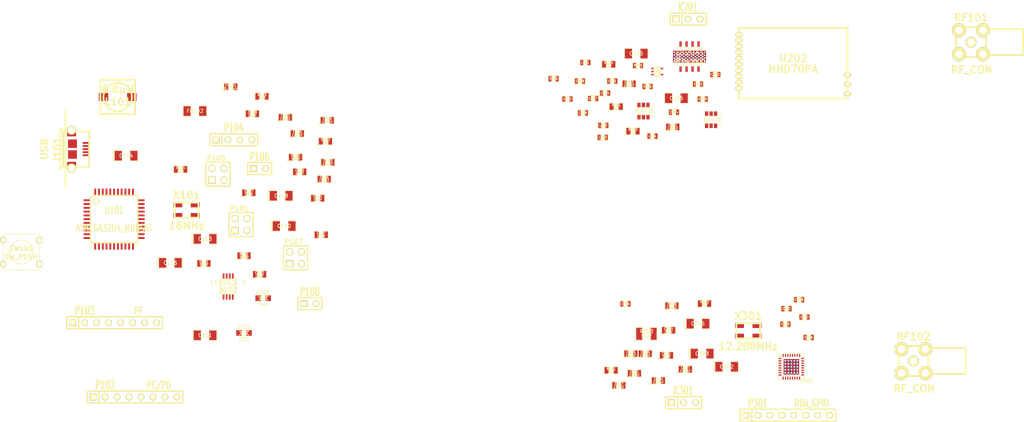
<source format=kicad_pcb>
(kicad_pcb (version 3) (host pcbnew "(22-Jun-2014 BZR 4027)-stable")

  (general
    (links 346)
    (no_connects 258)
    (area 108.7501 109.35335 326.224901 198.678801)
    (thickness 1.6)
    (drawings 0)
    (tracks 0)
    (zones 0)
    (modules 98)
    (nets 82)
  )

  (page A3)
  (title_block 
    (title comm)
    (rev 1)
    (company "mur.sat - A Space Art Project")
  )

  (layers
    (15 F.Cu signal)
    (0 B.Cu signal)
    (16 B.Adhes user)
    (17 F.Adhes user)
    (18 B.Paste user)
    (19 F.Paste user)
    (20 B.SilkS user)
    (21 F.SilkS user)
    (22 B.Mask user)
    (23 F.Mask user)
    (24 Dwgs.User user)
    (25 Cmts.User user)
    (26 Eco1.User user)
    (27 Eco2.User user)
    (28 Edge.Cuts user)
  )

  (setup
    (last_trace_width 0.2032)
    (user_trace_width 0.2032)
    (user_trace_width 0.3988)
    (user_trace_width 0.701)
    (user_trace_width 1.0008)
    (user_trace_width 1.8009)
    (trace_clearance 0.1524)
    (zone_clearance 0.508)
    (zone_45_only no)
    (trace_min 0.1524)
    (segment_width 0.2)
    (edge_width 0.1)
    (via_size 0.6502)
    (via_drill 0.3023)
    (via_min_size 0.5004)
    (via_min_drill 0.3023)
    (user_via 0.6502 0.3023)
    (user_via 0.7493 0.3988)
    (user_via 0.95 0.3988)
    (user_via 1.1989 0.4496)
    (user_via 1.999 0.5004)
    (uvia_size 0.508)
    (uvia_drill 0.127)
    (uvias_allowed no)
    (uvia_min_size 0.508)
    (uvia_min_drill 0.127)
    (pcb_text_width 0.3)
    (pcb_text_size 1.5 1.5)
    (mod_edge_width 0.15)
    (mod_text_size 1 1)
    (mod_text_width 0.15)
    (pad_size 1.5 1.5)
    (pad_drill 0.6)
    (pad_to_mask_clearance 0)
    (aux_axis_origin 0 0)
    (visible_elements 7FFFFFFF)
    (pcbplotparams
      (layerselection 3178497)
      (usegerberextensions true)
      (excludeedgelayer true)
      (linewidth 0.150000)
      (plotframeref false)
      (viasonmask false)
      (mode 1)
      (useauxorigin false)
      (hpglpennumber 1)
      (hpglpenspeed 20)
      (hpglpendiameter 15)
      (hpglpenoverlay 2)
      (psnegative false)
      (psa4output false)
      (plotreference true)
      (plotvalue true)
      (plotothertext true)
      (plotinvisibletext false)
      (padsonsilk false)
      (subtractmaskfromsilk false)
      (outputformat 1)
      (mirror false)
      (drillshape 1)
      (scaleselection 1)
      (outputdirectory ""))
  )

  (net 0 "")
  (net 1 /5V_PWR)
  (net 2 /5V_PWR_FLT)
  (net 3 /INT_PWR)
  (net 4 /PC6)
  (net 5 /PC7)
  (net 6 /PD4)
  (net 7 /PD5)
  (net 8 /PD6)
  (net 9 /PD7)
  (net 10 /PF0)
  (net 11 /PF1)
  (net 12 /PF4)
  (net 13 /PF5)
  (net 14 /PF6)
  (net 15 /PF7)
  (net 16 /RxD)
  (net 17 /TxD)
  (net 18 /USB_GND)
  (net 19 /USB_PWR)
  (net 20 /hhd70/HHD_CS)
  (net 21 /hhd70/HHD_GDO0)
  (net 22 /hhd70/HHD_GDO2)
  (net 23 /hhd70/HHD_HF)
  (net 24 /hhd70/HHD_MISO)
  (net 25 /hhd70/HHD_MOSI)
  (net 26 /hhd70/HHD_RXTX)
  (net 27 /hhd70/HHD_SCLK)
  (net 28 /hhd70/PA_PWR)
  (net 29 /hhd70/PA_TEMP)
  (net 30 /hhd70/RE)
  (net 31 /rda1846/RDA_HF)
  (net 32 /rda1846/RDA_IN)
  (net 33 /rda1846/RDA_OUT)
  (net 34 /rda1846/RDA_SCL)
  (net 35 /rda1846/RDA_SDA)
  (net 36 GND)
  (net 37 N-0000011)
  (net 38 N-0000012)
  (net 39 N-0000013)
  (net 40 N-0000014)
  (net 41 N-0000015)
  (net 42 N-0000016)
  (net 43 N-0000024)
  (net 44 N-0000025)
  (net 45 N-0000027)
  (net 46 N-0000028)
  (net 47 N-0000042)
  (net 48 N-0000043)
  (net 49 N-0000047)
  (net 50 N-0000049)
  (net 51 N-0000050)
  (net 52 N-0000051)
  (net 53 N-0000053)
  (net 54 N-0000055)
  (net 55 N-0000056)
  (net 56 N-0000057)
  (net 57 N-0000058)
  (net 58 N-0000059)
  (net 59 N-0000060)
  (net 60 N-0000061)
  (net 61 N-0000062)
  (net 62 N-0000063)
  (net 63 N-0000064)
  (net 64 N-0000065)
  (net 65 N-0000073)
  (net 66 N-0000074)
  (net 67 N-0000075)
  (net 68 N-0000076)
  (net 69 N-0000077)
  (net 70 N-0000078)
  (net 71 N-0000079)
  (net 72 N-0000080)
  (net 73 N-0000081)
  (net 74 N-0000082)
  (net 75 N-0000083)
  (net 76 N-0000084)
  (net 77 N-0000085)
  (net 78 N-0000086)
  (net 79 N-0000087)
  (net 80 N-0000088)
  (net 81 VCC)

  (net_class Default "Dies ist die voreingestellte Netzklasse."
    (clearance 0.1524)
    (trace_width 0.2032)
    (via_dia 0.6502)
    (via_drill 0.3023)
    (uvia_dia 0.508)
    (uvia_drill 0.127)
    (add_net "")
    (add_net /5V_PWR)
    (add_net /5V_PWR_FLT)
    (add_net /INT_PWR)
    (add_net /PC6)
    (add_net /PC7)
    (add_net /PD4)
    (add_net /PD5)
    (add_net /PD6)
    (add_net /PD7)
    (add_net /PF0)
    (add_net /PF1)
    (add_net /PF4)
    (add_net /PF5)
    (add_net /PF6)
    (add_net /PF7)
    (add_net /RxD)
    (add_net /TxD)
    (add_net /USB_GND)
    (add_net /USB_PWR)
    (add_net /hhd70/HHD_CS)
    (add_net /hhd70/HHD_GDO0)
    (add_net /hhd70/HHD_GDO2)
    (add_net /hhd70/HHD_HF)
    (add_net /hhd70/HHD_MISO)
    (add_net /hhd70/HHD_MOSI)
    (add_net /hhd70/HHD_RXTX)
    (add_net /hhd70/HHD_SCLK)
    (add_net /hhd70/PA_PWR)
    (add_net /hhd70/PA_TEMP)
    (add_net /hhd70/RE)
    (add_net /rda1846/RDA_HF)
    (add_net /rda1846/RDA_IN)
    (add_net /rda1846/RDA_OUT)
    (add_net /rda1846/RDA_SCL)
    (add_net /rda1846/RDA_SDA)
    (add_net GND)
    (add_net N-0000011)
    (add_net N-0000012)
    (add_net N-0000013)
    (add_net N-0000014)
    (add_net N-0000015)
    (add_net N-0000016)
    (add_net N-0000024)
    (add_net N-0000025)
    (add_net N-0000027)
    (add_net N-0000028)
    (add_net N-0000042)
    (add_net N-0000043)
    (add_net N-0000047)
    (add_net N-0000049)
    (add_net N-0000050)
    (add_net N-0000051)
    (add_net N-0000053)
    (add_net N-0000055)
    (add_net N-0000056)
    (add_net N-0000057)
    (add_net N-0000058)
    (add_net N-0000059)
    (add_net N-0000060)
    (add_net N-0000061)
    (add_net N-0000062)
    (add_net N-0000063)
    (add_net N-0000064)
    (add_net N-0000065)
    (add_net N-0000073)
    (add_net N-0000074)
    (add_net N-0000075)
    (add_net N-0000076)
    (add_net N-0000077)
    (add_net N-0000078)
    (add_net N-0000079)
    (add_net N-0000080)
    (add_net N-0000081)
    (add_net N-0000082)
    (add_net N-0000083)
    (add_net N-0000084)
    (add_net N-0000085)
    (add_net N-0000086)
    (add_net N-0000087)
    (add_net N-0000088)
    (add_net VCC)
  )

  (module we_coil_m (layer F.Cu) (tedit 4F73B89F) (tstamp 54DAB973)
    (at 133.858 129.6035)
    (path /54DAA783)
    (fp_text reference L101 (at 0.0508 1.0414) (layer F.SilkS)
      (effects (font (size 1.524 1.524) (thickness 0.3048)))
    )
    (fp_text value 6,8µH (at 0.0508 -1.651) (layer F.SilkS)
      (effects (font (size 1.524 1.524) (thickness 0.3048)))
    )
    (fp_circle (center 0 0) (end 1.778 2.4384) (layer F.SilkS) (width 0.381))
    (fp_line (start -3.6576 -3.6576) (end 3.6576 -3.6576) (layer F.SilkS) (width 0.381))
    (fp_line (start 3.6576 -3.6576) (end 3.6576 3.6576) (layer F.SilkS) (width 0.381))
    (fp_line (start 3.6576 3.6576) (end -3.6576 3.6576) (layer F.SilkS) (width 0.381))
    (fp_line (start -3.6576 3.6576) (end -3.6576 -3.6576) (layer F.SilkS) (width 0.381))
    (pad 1 smd rect (at -2.99974 0) (size 1.99898 1.69926)
      (layers F.Cu F.Paste F.Mask)
      (net 1 /5V_PWR)
    )
    (pad 2 smd rect (at 2.99974 0) (size 1.99898 1.69926)
      (layers F.Cu F.Paste F.Mask)
      (net 2 /5V_PWR_FLT)
    )
  )

  (module USB_MICRO_AB (layer F.Cu) (tedit 520D1806) (tstamp 54DAB992)
    (at 122.809 140.6525)
    (path /54DAA9CE)
    (fp_text reference J101 (at -1.80086 0.20066 90) (layer F.SilkS)
      (effects (font (size 1.524 1.524) (thickness 0.3048)))
    )
    (fp_text value USB (at -4.50088 0 90) (layer F.SilkS)
      (effects (font (size 1.524 1.524) (thickness 0.3048)))
    )
    (fp_line (start 0.8001 3.70078) (end 0.8001 4.30022) (layer F.SilkS) (width 0.381))
    (fp_line (start 0.8001 4.30022) (end 1.80086 4.30022) (layer F.SilkS) (width 0.381))
    (fp_line (start 1.80086 4.30022) (end 1.80086 3.79984) (layer F.SilkS) (width 0.381))
    (fp_line (start 0.8001 -3.79984) (end 0.8001 -4.30022) (layer F.SilkS) (width 0.381))
    (fp_line (start 0.8001 -4.30022) (end 1.80086 -4.30022) (layer F.SilkS) (width 0.381))
    (fp_line (start 1.80086 -4.30022) (end 1.80086 -3.70078) (layer F.SilkS) (width 0.381))
    (fp_line (start -0.50038 -3.70078) (end -1.09982 -4.30022) (layer F.SilkS) (width 0.381))
    (fp_line (start -1.09982 -4.30022) (end -1.09982 4.30022) (layer F.SilkS) (width 0.381))
    (fp_line (start -1.09982 4.30022) (end -0.50038 3.70078) (layer F.SilkS) (width 0.381))
    (fp_line (start 5.00126 -3.70078) (end 5.00126 3.70078) (layer F.SilkS) (width 0.381))
    (fp_line (start 5.00126 3.70078) (end -0.50038 3.70078) (layer F.SilkS) (width 0.381))
    (fp_line (start -0.50038 3.70078) (end -0.50038 -3.70078) (layer F.SilkS) (width 0.381))
    (fp_line (start -0.50038 -3.70078) (end 5.00126 -3.70078) (layer F.SilkS) (width 0.381))
    (fp_line (start 0 -8.001) (end 0 8.001) (layer F.SilkS) (width 0.381))
    (pad 5 smd rect (at 1.4605 1.15062) (size 1.89992 1.80086)
      (layers F.Cu F.Paste F.Mask)
      (net 46 N-0000028)
    )
    (pad 6 smd rect (at 1.4605 -1.15062) (size 1.89992 1.80086)
      (layers F.Cu F.Paste F.Mask)
      (net 46 N-0000028)
    )
    (pad 6 smd rect (at 1.28016 -3.4417) (size 1.89992 1.49098)
      (layers F.Cu F.Paste F.Mask)
      (net 46 N-0000028)
    )
    (pad 5 smd rect (at 1.28016 3.4417) (size 1.89992 1.49098)
      (layers F.Cu F.Paste F.Mask)
      (net 46 N-0000028)
    )
    (pad 6 thru_hole circle (at 1.28016 -4.0005) (size 1.89992 1.89992) (drill 1.30048)
      (layers *.Cu *.Mask F.SilkS)
      (net 46 N-0000028)
    )
    (pad 5 thru_hole circle (at 1.28016 4.0005) (size 1.89992 1.89992) (drill 1.30048)
      (layers *.Cu *.Mask F.SilkS)
      (net 46 N-0000028)
    )
    (pad "" np_thru_hole circle (at 4.46024 -2.22504) (size 0.8001 0.8001) (drill 0.8001)
      (layers *.Cu)
      (clearance 0.30226)
    )
    (pad "" np_thru_hole circle (at 4.46024 2.22504) (size 0.8001 0.8001) (drill 0.8001)
      (layers *.Cu)
      (clearance 0.30226)
    )
    (pad 3 smd rect (at 4.31038 0) (size 1.34874 0.39878)
      (layers F.Cu F.Paste F.Mask)
      (net 37 N-0000011)
      (clearance 0.09906)
    )
    (pad 2 smd rect (at 4.31038 -0.65024) (size 1.34874 0.39878)
      (layers F.Cu F.Paste F.Mask)
      (net 51 N-0000050)
      (clearance 0.09906)
    )
    (pad 1 smd rect (at 4.31038 -1.30048) (size 1.34874 0.39878)
      (layers F.Cu F.Paste F.Mask)
      (net 19 /USB_PWR)
      (clearance 0.09906)
    )
    (pad "" smd rect (at 4.31038 0.65024) (size 1.34874 0.39878)
      (layers F.Cu F.Paste F.Mask)
      (clearance 0.09906)
    )
    (pad 4 smd rect (at 4.31038 1.30048) (size 1.34874 0.39878)
      (layers F.Cu F.Paste F.Mask)
      (net 18 /USB_GND)
      (clearance 0.09906)
    )
  )

  (module TQFP44 (layer F.Cu) (tedit 200000) (tstamp 54DAB9C8)
    (at 133.096 155.5115)
    (path /54DAA9D5)
    (attr smd)
    (fp_text reference U101 (at 0 -1.905) (layer F.SilkS)
      (effects (font (size 1.524 1.016) (thickness 0.2032)))
    )
    (fp_text value ATMEGA32U4_MURSAT (at 0 1.905) (layer F.SilkS)
      (effects (font (size 1.524 1.016) (thickness 0.2032)))
    )
    (fp_line (start 5.0038 -5.0038) (end 5.0038 5.0038) (layer F.SilkS) (width 0.3048))
    (fp_line (start 5.0038 5.0038) (end -5.0038 5.0038) (layer F.SilkS) (width 0.3048))
    (fp_line (start -5.0038 -4.5212) (end -5.0038 5.0038) (layer F.SilkS) (width 0.3048))
    (fp_line (start -4.5212 -5.0038) (end 5.0038 -5.0038) (layer F.SilkS) (width 0.3048))
    (fp_line (start -5.0038 -4.5212) (end -4.5212 -5.0038) (layer F.SilkS) (width 0.3048))
    (fp_circle (center -3.81 -3.81) (end -3.81 -3.175) (layer F.SilkS) (width 0.2032))
    (pad 39 smd rect (at 0 -5.715) (size 0.4064 1.524)
      (layers F.Cu F.Paste F.Mask)
      (net 12 /PF4)
    )
    (pad 40 smd rect (at -0.8001 -5.715) (size 0.4064 1.524)
      (layers F.Cu F.Paste F.Mask)
      (net 11 /PF1)
    )
    (pad 41 smd rect (at -1.6002 -5.715) (size 0.4064 1.524)
      (layers F.Cu F.Paste F.Mask)
      (net 10 /PF0)
    )
    (pad 42 smd rect (at -2.4003 -5.715) (size 0.4064 1.524)
      (layers F.Cu F.Paste F.Mask)
      (net 50 N-0000049)
    )
    (pad 43 smd rect (at -3.2004 -5.715) (size 0.4064 1.524)
      (layers F.Cu F.Paste F.Mask)
      (net 36 GND)
    )
    (pad 44 smd rect (at -4.0005 -5.715) (size 0.4064 1.524)
      (layers F.Cu F.Paste F.Mask)
      (net 81 VCC)
    )
    (pad 38 smd rect (at 0.8001 -5.715) (size 0.4064 1.524)
      (layers F.Cu F.Paste F.Mask)
      (net 13 /PF5)
    )
    (pad 37 smd rect (at 1.6002 -5.715) (size 0.4064 1.524)
      (layers F.Cu F.Paste F.Mask)
      (net 14 /PF6)
    )
    (pad 36 smd rect (at 2.4003 -5.715) (size 0.4064 1.524)
      (layers F.Cu F.Paste F.Mask)
      (net 15 /PF7)
    )
    (pad 35 smd rect (at 3.2004 -5.715) (size 0.4064 1.524)
      (layers F.Cu F.Paste F.Mask)
      (net 36 GND)
    )
    (pad 34 smd rect (at 4.0005 -5.715) (size 0.4064 1.524)
      (layers F.Cu F.Paste F.Mask)
      (net 81 VCC)
    )
    (pad 17 smd rect (at 0 5.715) (size 0.4064 1.524)
      (layers F.Cu F.Paste F.Mask)
      (net 40 N-0000014)
    )
    (pad 16 smd rect (at -0.8001 5.715) (size 0.4064 1.524)
      (layers F.Cu F.Paste F.Mask)
      (net 41 N-0000015)
    )
    (pad 15 smd rect (at -1.6002 5.715) (size 0.4064 1.524)
      (layers F.Cu F.Paste F.Mask)
      (net 36 GND)
    )
    (pad 14 smd rect (at -2.4003 5.715) (size 0.4064 1.524)
      (layers F.Cu F.Paste F.Mask)
      (net 81 VCC)
    )
    (pad 13 smd rect (at -3.2004 5.715) (size 0.4064 1.524)
      (layers F.Cu F.Paste F.Mask)
      (net 52 N-0000051)
    )
    (pad 12 smd rect (at -4.0005 5.715) (size 0.4064 1.524)
      (layers F.Cu F.Paste F.Mask)
      (net 26 /hhd70/HHD_RXTX)
    )
    (pad 18 smd rect (at 0.8001 5.715) (size 0.4064 1.524)
      (layers F.Cu F.Paste F.Mask)
      (net 34 /rda1846/RDA_SCL)
    )
    (pad 19 smd rect (at 1.6002 5.715) (size 0.4064 1.524)
      (layers F.Cu F.Paste F.Mask)
      (net 35 /rda1846/RDA_SDA)
    )
    (pad 20 smd rect (at 2.4003 5.715) (size 0.4064 1.524)
      (layers F.Cu F.Paste F.Mask)
      (net 16 /RxD)
    )
    (pad 21 smd rect (at 3.2004 5.715) (size 0.4064 1.524)
      (layers F.Cu F.Paste F.Mask)
      (net 17 /TxD)
    )
    (pad 22 smd rect (at 4.0005 5.715) (size 0.4064 1.524)
      (layers F.Cu F.Paste F.Mask)
      (net 7 /PD5)
    )
    (pad 6 smd rect (at -5.715 0) (size 1.524 0.4064)
      (layers F.Cu F.Paste F.Mask)
      (net 39 N-0000013)
    )
    (pad 28 smd rect (at 5.715 0) (size 1.524 0.4064)
      (layers F.Cu F.Paste F.Mask)
      (net 21 /hhd70/HHD_GDO0)
    )
    (pad 7 smd rect (at -5.715 0.8001) (size 1.524 0.4064)
      (layers F.Cu F.Paste F.Mask)
      (net 19 /USB_PWR)
    )
    (pad 27 smd rect (at 5.715 0.8001) (size 1.524 0.4064)
      (layers F.Cu F.Paste F.Mask)
      (net 9 /PD7)
    )
    (pad 26 smd rect (at 5.715 1.6002) (size 1.524 0.4064)
      (layers F.Cu F.Paste F.Mask)
      (net 8 /PD6)
    )
    (pad 8 smd rect (at -5.715 1.6002) (size 1.524 0.4064)
      (layers F.Cu F.Paste F.Mask)
      (net 20 /hhd70/HHD_CS)
    )
    (pad 9 smd rect (at -5.715 2.4003) (size 1.524 0.4064)
      (layers F.Cu F.Paste F.Mask)
      (net 27 /hhd70/HHD_SCLK)
    )
    (pad 25 smd rect (at 5.715 2.4003) (size 1.524 0.4064)
      (layers F.Cu F.Paste F.Mask)
      (net 6 /PD4)
    )
    (pad 24 smd rect (at 5.715 3.2004) (size 1.524 0.4064)
      (layers F.Cu F.Paste F.Mask)
      (net 81 VCC)
    )
    (pad 10 smd rect (at -5.715 3.2004) (size 1.524 0.4064)
      (layers F.Cu F.Paste F.Mask)
      (net 25 /hhd70/HHD_MOSI)
    )
    (pad 11 smd rect (at -5.715 4.0005) (size 1.524 0.4064)
      (layers F.Cu F.Paste F.Mask)
      (net 24 /hhd70/HHD_MISO)
    )
    (pad 23 smd rect (at 5.715 4.0005) (size 1.524 0.4064)
      (layers F.Cu F.Paste F.Mask)
      (net 36 GND)
    )
    (pad 29 smd rect (at 5.715 -0.8001) (size 1.524 0.4064)
      (layers F.Cu F.Paste F.Mask)
      (net 22 /hhd70/HHD_GDO2)
    )
    (pad 5 smd rect (at -5.715 -0.8001) (size 1.524 0.4064)
      (layers F.Cu F.Paste F.Mask)
      (net 36 GND)
    )
    (pad 4 smd rect (at -5.715 -1.6002) (size 1.524 0.4064)
      (layers F.Cu F.Paste F.Mask)
      (net 43 N-0000024)
    )
    (pad 30 smd rect (at 5.715 -1.6002) (size 1.524 0.4064)
      (layers F.Cu F.Paste F.Mask)
      (net 29 /hhd70/PA_TEMP)
    )
    (pad 31 smd rect (at 5.715 -2.4003) (size 1.524 0.4064)
      (layers F.Cu F.Paste F.Mask)
      (net 4 /PC6)
    )
    (pad 3 smd rect (at -5.715 -2.4003) (size 1.524 0.4064)
      (layers F.Cu F.Paste F.Mask)
      (net 44 N-0000025)
    )
    (pad 2 smd rect (at -5.715 -3.2004) (size 1.524 0.4064)
      (layers F.Cu F.Paste F.Mask)
      (net 19 /USB_PWR)
    )
    (pad 32 smd rect (at 5.715 -3.2004) (size 1.524 0.4064)
      (layers F.Cu F.Paste F.Mask)
      (net 5 /PC7)
    )
    (pad 33 smd rect (at 5.715 -4.0005) (size 1.524 0.4064)
      (layers F.Cu F.Paste F.Mask)
      (net 38 N-0000012)
    )
    (pad 1 smd rect (at -5.715 -4.0005) (size 1.524 0.4064)
      (layers F.Cu F.Paste F.Mask)
      (net 49 N-0000047)
    )
  )

  (module TE_SMA_RE (layer F.Cu) (tedit 4F73ABC4) (tstamp 54DAB9D8)
    (at 314.833 117.983)
    (path /54DAAFA1)
    (fp_text reference RF101 (at 0 -5.207) (layer F.SilkS)
      (effects (font (size 1.524 1.524) (thickness 0.3048)))
    )
    (fp_text value RF_CON (at 0.127 5.842) (layer F.SilkS)
      (effects (font (size 1.524 1.524) (thickness 0.3048)))
    )
    (fp_line (start 3.2004 -2.7432) (end 11.049 -2.7432) (layer F.SilkS) (width 0.381))
    (fp_line (start 11.049 -2.7432) (end 11.049 2.7178) (layer F.SilkS) (width 0.381))
    (fp_line (start 11.049 2.7178) (end 3.175 2.7178) (layer F.SilkS) (width 0.381))
    (fp_line (start -3.175 -3.175) (end 3.175 -3.175) (layer F.SilkS) (width 0.381))
    (fp_line (start 3.175 -3.175) (end 3.175 3.175) (layer F.SilkS) (width 0.381))
    (fp_line (start 3.175 3.175) (end -3.175 3.175) (layer F.SilkS) (width 0.381))
    (fp_line (start -3.175 3.175) (end -3.175 -3.175) (layer F.SilkS) (width 0.381))
    (pad 1 thru_hole circle (at -2.54 -2.54) (size 2.99974 2.99974) (drill 1.6002)
      (layers *.Cu *.Mask F.SilkS)
      (net 36 GND)
    )
    (pad 2 thru_hole circle (at 2.54 -2.54) (size 2.99974 2.99974) (drill 1.6002)
      (layers *.Cu *.Mask F.SilkS)
      (net 36 GND)
    )
    (pad 3 thru_hole circle (at 2.54 2.54) (size 2.99974 2.99974) (drill 1.6002)
      (layers *.Cu *.Mask F.SilkS)
      (net 36 GND)
    )
    (pad 4 thru_hole circle (at -2.54 2.54) (size 2.99974 2.99974) (drill 1.6002)
      (layers *.Cu *.Mask F.SilkS)
      (net 36 GND)
    )
    (pad 5 thru_hole circle (at 0 0) (size 2.30124 2.30124) (drill 1.50114)
      (layers *.Cu *.Mask F.SilkS)
      (net 23 /hhd70/HHD_HF)
    )
  )

  (module TE_SMA_RE (layer F.Cu) (tedit 4F73ABC4) (tstamp 54DAB9E8)
    (at 302.641 185.6105)
    (path /54DAB002)
    (fp_text reference RF102 (at 0 -5.207) (layer F.SilkS)
      (effects (font (size 1.524 1.524) (thickness 0.3048)))
    )
    (fp_text value RF_CON (at 0.127 5.842) (layer F.SilkS)
      (effects (font (size 1.524 1.524) (thickness 0.3048)))
    )
    (fp_line (start 3.2004 -2.7432) (end 11.049 -2.7432) (layer F.SilkS) (width 0.381))
    (fp_line (start 11.049 -2.7432) (end 11.049 2.7178) (layer F.SilkS) (width 0.381))
    (fp_line (start 11.049 2.7178) (end 3.175 2.7178) (layer F.SilkS) (width 0.381))
    (fp_line (start -3.175 -3.175) (end 3.175 -3.175) (layer F.SilkS) (width 0.381))
    (fp_line (start 3.175 -3.175) (end 3.175 3.175) (layer F.SilkS) (width 0.381))
    (fp_line (start 3.175 3.175) (end -3.175 3.175) (layer F.SilkS) (width 0.381))
    (fp_line (start -3.175 3.175) (end -3.175 -3.175) (layer F.SilkS) (width 0.381))
    (pad 1 thru_hole circle (at -2.54 -2.54) (size 2.99974 2.99974) (drill 1.6002)
      (layers *.Cu *.Mask F.SilkS)
      (net 36 GND)
    )
    (pad 2 thru_hole circle (at 2.54 -2.54) (size 2.99974 2.99974) (drill 1.6002)
      (layers *.Cu *.Mask F.SilkS)
      (net 36 GND)
    )
    (pad 3 thru_hole circle (at 2.54 2.54) (size 2.99974 2.99974) (drill 1.6002)
      (layers *.Cu *.Mask F.SilkS)
      (net 36 GND)
    )
    (pad 4 thru_hole circle (at -2.54 2.54) (size 2.99974 2.99974) (drill 1.6002)
      (layers *.Cu *.Mask F.SilkS)
      (net 36 GND)
    )
    (pad 5 thru_hole circle (at 0 0) (size 2.30124 2.30124) (drill 1.50114)
      (layers *.Cu *.Mask F.SilkS)
      (net 31 /rda1846/RDA_HF)
    )
  )

  (module SW_PUSH_SMALL (layer F.Cu) (tedit 46544DB3) (tstamp 54DAB9F5)
    (at 113.411 162.4965)
    (path /54DAA938)
    (fp_text reference SW101 (at 0 -0.762) (layer F.SilkS)
      (effects (font (size 1.016 1.016) (thickness 0.2032)))
    )
    (fp_text value SW_PUSH (at 0 1.016) (layer F.SilkS)
      (effects (font (size 1.016 1.016) (thickness 0.2032)))
    )
    (fp_circle (center 0 0) (end 0 -2.54) (layer F.SilkS) (width 0.127))
    (fp_line (start -3.81 -3.81) (end 3.81 -3.81) (layer F.SilkS) (width 0.127))
    (fp_line (start 3.81 -3.81) (end 3.81 3.81) (layer F.SilkS) (width 0.127))
    (fp_line (start 3.81 3.81) (end -3.81 3.81) (layer F.SilkS) (width 0.127))
    (fp_line (start -3.81 -3.81) (end -3.81 3.81) (layer F.SilkS) (width 0.127))
    (pad 1 thru_hole circle (at 3.81 -2.54) (size 1.397 1.397) (drill 0.8128)
      (layers *.Cu *.Mask F.SilkS)
      (net 36 GND)
    )
    (pad 2 thru_hole circle (at 3.81 2.54) (size 1.397 1.397) (drill 0.8128)
      (layers *.Cu *.Mask F.SilkS)
      (net 52 N-0000051)
    )
    (pad 1 thru_hole circle (at -3.81 -2.54) (size 1.397 1.397) (drill 0.8128)
      (layers *.Cu *.Mask F.SilkS)
      (net 36 GND)
    )
    (pad 2 thru_hole circle (at -3.81 2.54) (size 1.397 1.397) (drill 0.8128)
      (layers *.Cu *.Mask F.SilkS)
      (net 52 N-0000051)
    )
  )

  (module SOT353 (layer F.Cu) (tedit 503FB44B) (tstamp 54DABA02)
    (at 248.285 124.206)
    (descr SOT353)
    (path /54DA8D44/502BE21D)
    (attr smd)
    (fp_text reference U201 (at 0.09906 0 90) (layer F.SilkS)
      (effects (font (size 0.762 0.635) (thickness 0.127)))
    )
    (fp_text value NL17ST04 (at 0.09906 0 90) (layer F.SilkS) hide
      (effects (font (size 0.762 0.635) (thickness 0.127)))
    )
    (fp_line (start 0.635 1.016) (end 0.635 -1.016) (layer F.SilkS) (width 0.1524))
    (fp_line (start 0.635 -1.016) (end -0.635 -1.016) (layer F.SilkS) (width 0.1524))
    (fp_line (start -0.635 -1.016) (end -0.635 1.016) (layer F.SilkS) (width 0.1524))
    (fp_line (start -0.635 1.016) (end 0.635 1.016) (layer F.SilkS) (width 0.1524))
    (pad 1 smd rect (at -1.016 -0.635) (size 0.508 0.3048)
      (layers F.Cu F.Paste F.Mask)
    )
    (pad 3 smd rect (at -1.016 0.635) (size 0.508 0.3048)
      (layers F.Cu F.Paste F.Mask)
      (net 36 GND)
    )
    (pad 5 smd rect (at 1.016 -0.635) (size 0.508 0.3048)
      (layers F.Cu F.Paste F.Mask)
      (net 81 VCC)
    )
    (pad 2 smd rect (at -1.016 0) (size 0.508 0.3048)
      (layers F.Cu F.Paste F.Mask)
      (net 26 /hhd70/HHD_RXTX)
    )
    (pad 4 smd rect (at 1.016 0.635) (size 0.508 0.3048)
      (layers F.Cu F.Paste F.Mask)
      (net 30 /hhd70/RE)
    )
    (model smd/SOT23_5.wrl
      (at (xyz 0 0 0))
      (scale (xyz 0.07000000000000001 0.09 0.08))
      (rotate (xyz 0 0 90))
    )
  )

  (module SOT23_6 (layer F.Cu) (tedit 4ECF791C) (tstamp 54DABA11)
    (at 259.715 134.4295)
    (path /54DA8D44/50340857)
    (fp_text reference U203 (at 1.99898 0 90) (layer F.SilkS)
      (effects (font (size 0.762 0.762) (thickness 0.0762)))
    )
    (fp_text value AS193-73 (at 0.0635 0) (layer F.SilkS)
      (effects (font (size 0.50038 0.50038) (thickness 0.0762)))
    )
    (fp_line (start -0.508 0.762) (end -1.27 0.254) (layer F.SilkS) (width 0.127))
    (fp_line (start 1.27 0.762) (end -1.3335 0.762) (layer F.SilkS) (width 0.127))
    (fp_line (start -1.3335 0.762) (end -1.3335 -0.762) (layer F.SilkS) (width 0.127))
    (fp_line (start -1.3335 -0.762) (end 1.27 -0.762) (layer F.SilkS) (width 0.127))
    (fp_line (start 1.27 -0.762) (end 1.27 0.762) (layer F.SilkS) (width 0.127))
    (pad 6 smd rect (at -0.9525 -1.27) (size 0.70104 1.00076)
      (layers F.Cu F.Paste F.Mask)
      (net 30 /hhd70/RE)
    )
    (pad 5 smd rect (at 0 -1.27) (size 0.70104 1.00076)
      (layers F.Cu F.Paste F.Mask)
      (net 53 N-0000053)
    )
    (pad 4 smd rect (at 0.9525 -1.27) (size 0.70104 1.00076)
      (layers F.Cu F.Paste F.Mask)
      (net 26 /hhd70/HHD_RXTX)
    )
    (pad 3 smd rect (at 0.9525 1.27) (size 0.70104 1.00076)
      (layers F.Cu F.Paste F.Mask)
      (net 64 N-0000065)
    )
    (pad 2 smd rect (at 0 1.27) (size 0.70104 1.00076)
      (layers F.Cu F.Paste F.Mask)
      (net 36 GND)
    )
    (pad 1 smd rect (at -0.9525 1.27) (size 0.70104 1.00076)
      (layers F.Cu F.Paste F.Mask)
      (net 63 N-0000064)
    )
    (model smd/SOT23_6.wrl
      (at (xyz 0 0 0))
      (scale (xyz 0.11 0.11 0.11))
      (rotate (xyz 0 0 0))
    )
  )

  (module SOT23_6 (layer F.Cu) (tedit 4ECF791C) (tstamp 54DABA20)
    (at 245.364 132.588)
    (path /54DA8D44/502BA760)
    (fp_text reference U205 (at 1.99898 0 90) (layer F.SilkS)
      (effects (font (size 0.762 0.762) (thickness 0.0762)))
    )
    (fp_text value AS193-73 (at 0.0635 0) (layer F.SilkS)
      (effects (font (size 0.50038 0.50038) (thickness 0.0762)))
    )
    (fp_line (start -0.508 0.762) (end -1.27 0.254) (layer F.SilkS) (width 0.127))
    (fp_line (start 1.27 0.762) (end -1.3335 0.762) (layer F.SilkS) (width 0.127))
    (fp_line (start -1.3335 0.762) (end -1.3335 -0.762) (layer F.SilkS) (width 0.127))
    (fp_line (start -1.3335 -0.762) (end 1.27 -0.762) (layer F.SilkS) (width 0.127))
    (fp_line (start 1.27 -0.762) (end 1.27 0.762) (layer F.SilkS) (width 0.127))
    (pad 6 smd rect (at -0.9525 -1.27) (size 0.70104 1.00076)
      (layers F.Cu F.Paste F.Mask)
      (net 30 /hhd70/RE)
    )
    (pad 5 smd rect (at 0 -1.27) (size 0.70104 1.00076)
      (layers F.Cu F.Paste F.Mask)
      (net 54 N-0000055)
    )
    (pad 4 smd rect (at 0.9525 -1.27) (size 0.70104 1.00076)
      (layers F.Cu F.Paste F.Mask)
      (net 26 /hhd70/HHD_RXTX)
    )
    (pad 3 smd rect (at 0.9525 1.27) (size 0.70104 1.00076)
      (layers F.Cu F.Paste F.Mask)
      (net 56 N-0000057)
    )
    (pad 2 smd rect (at 0 1.27) (size 0.70104 1.00076)
      (layers F.Cu F.Paste F.Mask)
      (net 36 GND)
    )
    (pad 1 smd rect (at -0.9525 1.27) (size 0.70104 1.00076)
      (layers F.Cu F.Paste F.Mask)
      (net 58 N-0000059)
    )
    (model smd/SOT23_6.wrl
      (at (xyz 0 0 0))
      (scale (xyz 0.11 0.11 0.11))
      (rotate (xyz 0 0 0))
    )
  )

  (module SM1210 (layer F.Cu) (tedit 42806E94) (tstamp 54DABA2D)
    (at 245.999 179.832)
    (tags "CMS SM")
    (path /54DA9306/50D39A23)
    (attr smd)
    (fp_text reference R303 (at 0 -0.508) (layer F.SilkS)
      (effects (font (size 0.762 0.762) (thickness 0.127)))
    )
    (fp_text value 50R (at 0 0.508) (layer F.SilkS)
      (effects (font (size 0.762 0.762) (thickness 0.127)))
    )
    (fp_circle (center -2.413 1.524) (end -2.286 1.397) (layer F.SilkS) (width 0.127))
    (fp_line (start -0.762 -1.397) (end -2.286 -1.397) (layer F.SilkS) (width 0.127))
    (fp_line (start -2.286 -1.397) (end -2.286 1.397) (layer F.SilkS) (width 0.127))
    (fp_line (start -2.286 1.397) (end -0.762 1.397) (layer F.SilkS) (width 0.127))
    (fp_line (start 0.762 1.397) (end 2.286 1.397) (layer F.SilkS) (width 0.127))
    (fp_line (start 2.286 1.397) (end 2.286 -1.397) (layer F.SilkS) (width 0.127))
    (fp_line (start 2.286 -1.397) (end 0.762 -1.397) (layer F.SilkS) (width 0.127))
    (pad 1 smd rect (at -1.524 0) (size 1.27 2.54)
      (layers F.Cu F.Paste F.Mask)
      (net 36 GND)
    )
    (pad 2 smd rect (at 1.524 0) (size 1.27 2.54)
      (layers F.Cu F.Paste F.Mask)
      (net 65 N-0000073)
    )
    (model smd/chip_cms.wrl
      (at (xyz 0 0 0))
      (scale (xyz 0.17 0.2 0.17))
      (rotate (xyz 0 0 0))
    )
  )

  (module SM1206POL (layer F.Cu) (tedit 42806E4C) (tstamp 54DABA3C)
    (at 145.034 164.7825)
    (path /54DAA744)
    (attr smd)
    (fp_text reference C116 (at 0 0) (layer F.SilkS)
      (effects (font (size 0.762 0.762) (thickness 0.127)))
    )
    (fp_text value 10µF (at 0 0) (layer F.SilkS) hide
      (effects (font (size 0.762 0.762) (thickness 0.127)))
    )
    (fp_line (start -2.54 -1.143) (end -2.794 -1.143) (layer F.SilkS) (width 0.127))
    (fp_line (start -2.794 -1.143) (end -2.794 1.143) (layer F.SilkS) (width 0.127))
    (fp_line (start -2.794 1.143) (end -2.54 1.143) (layer F.SilkS) (width 0.127))
    (fp_line (start -2.54 -1.143) (end -2.54 1.143) (layer F.SilkS) (width 0.127))
    (fp_line (start -2.54 1.143) (end -0.889 1.143) (layer F.SilkS) (width 0.127))
    (fp_line (start 0.889 -1.143) (end 2.54 -1.143) (layer F.SilkS) (width 0.127))
    (fp_line (start 2.54 -1.143) (end 2.54 1.143) (layer F.SilkS) (width 0.127))
    (fp_line (start 2.54 1.143) (end 0.889 1.143) (layer F.SilkS) (width 0.127))
    (fp_line (start -0.889 -1.143) (end -2.54 -1.143) (layer F.SilkS) (width 0.127))
    (pad 1 smd rect (at -1.651 0) (size 1.524 2.032)
      (layers F.Cu F.Paste F.Mask)
      (net 48 N-0000043)
    )
    (pad 2 smd rect (at 1.651 0) (size 1.524 2.032)
      (layers F.Cu F.Paste F.Mask)
      (net 36 GND)
    )
    (model smd/chip_cms_pol.wrl
      (at (xyz 0 0 0))
      (scale (xyz 0.17 0.16 0.16))
      (rotate (xyz 0 0 0))
    )
  )

  (module SM1206POL (layer F.Cu) (tedit 42806E4C) (tstamp 54DABA4B)
    (at 135.636 142.0495)
    (path /54DAA76B)
    (attr smd)
    (fp_text reference C104 (at 0 0) (layer F.SilkS)
      (effects (font (size 0.762 0.762) (thickness 0.127)))
    )
    (fp_text value 4,7µF (at 0 0) (layer F.SilkS) hide
      (effects (font (size 0.762 0.762) (thickness 0.127)))
    )
    (fp_line (start -2.54 -1.143) (end -2.794 -1.143) (layer F.SilkS) (width 0.127))
    (fp_line (start -2.794 -1.143) (end -2.794 1.143) (layer F.SilkS) (width 0.127))
    (fp_line (start -2.794 1.143) (end -2.54 1.143) (layer F.SilkS) (width 0.127))
    (fp_line (start -2.54 -1.143) (end -2.54 1.143) (layer F.SilkS) (width 0.127))
    (fp_line (start -2.54 1.143) (end -0.889 1.143) (layer F.SilkS) (width 0.127))
    (fp_line (start 0.889 -1.143) (end 2.54 -1.143) (layer F.SilkS) (width 0.127))
    (fp_line (start 2.54 -1.143) (end 2.54 1.143) (layer F.SilkS) (width 0.127))
    (fp_line (start 2.54 1.143) (end 0.889 1.143) (layer F.SilkS) (width 0.127))
    (fp_line (start -0.889 -1.143) (end -2.54 -1.143) (layer F.SilkS) (width 0.127))
    (pad 1 smd rect (at -1.651 0) (size 1.524 2.032)
      (layers F.Cu F.Paste F.Mask)
      (net 1 /5V_PWR)
    )
    (pad 2 smd rect (at 1.651 0) (size 1.524 2.032)
      (layers F.Cu F.Paste F.Mask)
      (net 18 /USB_GND)
    )
    (model smd/chip_cms_pol.wrl
      (at (xyz 0 0 0))
      (scale (xyz 0.17 0.16 0.16))
      (rotate (xyz 0 0 0))
    )
  )

  (module SM1206POL (layer F.Cu) (tedit 42806E4C) (tstamp 54DABA5A)
    (at 152.4 159.7025)
    (path /54DAA771)
    (attr smd)
    (fp_text reference C113 (at 0 0) (layer F.SilkS)
      (effects (font (size 0.762 0.762) (thickness 0.127)))
    )
    (fp_text value 4,7µF (at 0 0) (layer F.SilkS) hide
      (effects (font (size 0.762 0.762) (thickness 0.127)))
    )
    (fp_line (start -2.54 -1.143) (end -2.794 -1.143) (layer F.SilkS) (width 0.127))
    (fp_line (start -2.794 -1.143) (end -2.794 1.143) (layer F.SilkS) (width 0.127))
    (fp_line (start -2.794 1.143) (end -2.54 1.143) (layer F.SilkS) (width 0.127))
    (fp_line (start -2.54 -1.143) (end -2.54 1.143) (layer F.SilkS) (width 0.127))
    (fp_line (start -2.54 1.143) (end -0.889 1.143) (layer F.SilkS) (width 0.127))
    (fp_line (start 0.889 -1.143) (end 2.54 -1.143) (layer F.SilkS) (width 0.127))
    (fp_line (start 2.54 -1.143) (end 2.54 1.143) (layer F.SilkS) (width 0.127))
    (fp_line (start 2.54 1.143) (end 0.889 1.143) (layer F.SilkS) (width 0.127))
    (fp_line (start -0.889 -1.143) (end -2.54 -1.143) (layer F.SilkS) (width 0.127))
    (pad 1 smd rect (at -1.651 0) (size 1.524 2.032)
      (layers F.Cu F.Paste F.Mask)
      (net 2 /5V_PWR_FLT)
    )
    (pad 2 smd rect (at 1.651 0) (size 1.524 2.032)
      (layers F.Cu F.Paste F.Mask)
      (net 36 GND)
    )
    (model smd/chip_cms_pol.wrl
      (at (xyz 0 0 0))
      (scale (xyz 0.17 0.16 0.16))
      (rotate (xyz 0 0 0))
    )
  )

  (module SM1206POL (layer F.Cu) (tedit 42806E4C) (tstamp 54DABA69)
    (at 257.81 184.023)
    (path /54DA9306/50D39D8A)
    (attr smd)
    (fp_text reference C303 (at 0 0) (layer F.SilkS)
      (effects (font (size 0.762 0.762) (thickness 0.127)))
    )
    (fp_text value 47µF (at 0 0) (layer F.SilkS) hide
      (effects (font (size 0.762 0.762) (thickness 0.127)))
    )
    (fp_line (start -2.54 -1.143) (end -2.794 -1.143) (layer F.SilkS) (width 0.127))
    (fp_line (start -2.794 -1.143) (end -2.794 1.143) (layer F.SilkS) (width 0.127))
    (fp_line (start -2.794 1.143) (end -2.54 1.143) (layer F.SilkS) (width 0.127))
    (fp_line (start -2.54 -1.143) (end -2.54 1.143) (layer F.SilkS) (width 0.127))
    (fp_line (start -2.54 1.143) (end -0.889 1.143) (layer F.SilkS) (width 0.127))
    (fp_line (start 0.889 -1.143) (end 2.54 -1.143) (layer F.SilkS) (width 0.127))
    (fp_line (start 2.54 -1.143) (end 2.54 1.143) (layer F.SilkS) (width 0.127))
    (fp_line (start 2.54 1.143) (end 0.889 1.143) (layer F.SilkS) (width 0.127))
    (fp_line (start -0.889 -1.143) (end -2.54 -1.143) (layer F.SilkS) (width 0.127))
    (pad 1 smd rect (at -1.651 0) (size 1.524 2.032)
      (layers F.Cu F.Paste F.Mask)
      (net 33 /rda1846/RDA_OUT)
    )
    (pad 2 smd rect (at 1.651 0) (size 1.524 2.032)
      (layers F.Cu F.Paste F.Mask)
      (net 67 N-0000075)
    )
    (model smd/chip_cms_pol.wrl
      (at (xyz 0 0 0))
      (scale (xyz 0.17 0.16 0.16))
      (rotate (xyz 0 0 0))
    )
  )

  (module SM1206POL (layer F.Cu) (tedit 42806E4C) (tstamp 54DABA78)
    (at 263.017 186.817)
    (path /54DA9306/50D39D7A)
    (attr smd)
    (fp_text reference C302 (at 0 0) (layer F.SilkS)
      (effects (font (size 0.762 0.762) (thickness 0.127)))
    )
    (fp_text value 47µF (at 0 0) (layer F.SilkS) hide
      (effects (font (size 0.762 0.762) (thickness 0.127)))
    )
    (fp_line (start -2.54 -1.143) (end -2.794 -1.143) (layer F.SilkS) (width 0.127))
    (fp_line (start -2.794 -1.143) (end -2.794 1.143) (layer F.SilkS) (width 0.127))
    (fp_line (start -2.794 1.143) (end -2.54 1.143) (layer F.SilkS) (width 0.127))
    (fp_line (start -2.54 -1.143) (end -2.54 1.143) (layer F.SilkS) (width 0.127))
    (fp_line (start -2.54 1.143) (end -0.889 1.143) (layer F.SilkS) (width 0.127))
    (fp_line (start 0.889 -1.143) (end 2.54 -1.143) (layer F.SilkS) (width 0.127))
    (fp_line (start 2.54 -1.143) (end 2.54 1.143) (layer F.SilkS) (width 0.127))
    (fp_line (start 2.54 1.143) (end 0.889 1.143) (layer F.SilkS) (width 0.127))
    (fp_line (start -0.889 -1.143) (end -2.54 -1.143) (layer F.SilkS) (width 0.127))
    (pad 1 smd rect (at -1.651 0) (size 1.524 2.032)
      (layers F.Cu F.Paste F.Mask)
      (net 32 /rda1846/RDA_IN)
    )
    (pad 2 smd rect (at 1.651 0) (size 1.524 2.032)
      (layers F.Cu F.Paste F.Mask)
      (net 66 N-0000074)
    )
    (model smd/chip_cms_pol.wrl
      (at (xyz 0 0 0))
      (scale (xyz 0.17 0.16 0.16))
      (rotate (xyz 0 0 0))
    )
  )

  (module SM1206POL (layer F.Cu) (tedit 42806E4C) (tstamp 54DABA87)
    (at 256.921 177.673)
    (path /54DA9306/50D39C7F)
    (attr smd)
    (fp_text reference C305 (at 0 0) (layer F.SilkS)
      (effects (font (size 0.762 0.762) (thickness 0.127)))
    )
    (fp_text value 47µF (at 0 0) (layer F.SilkS) hide
      (effects (font (size 0.762 0.762) (thickness 0.127)))
    )
    (fp_line (start -2.54 -1.143) (end -2.794 -1.143) (layer F.SilkS) (width 0.127))
    (fp_line (start -2.794 -1.143) (end -2.794 1.143) (layer F.SilkS) (width 0.127))
    (fp_line (start -2.794 1.143) (end -2.54 1.143) (layer F.SilkS) (width 0.127))
    (fp_line (start -2.54 -1.143) (end -2.54 1.143) (layer F.SilkS) (width 0.127))
    (fp_line (start -2.54 1.143) (end -0.889 1.143) (layer F.SilkS) (width 0.127))
    (fp_line (start 0.889 -1.143) (end 2.54 -1.143) (layer F.SilkS) (width 0.127))
    (fp_line (start 2.54 -1.143) (end 2.54 1.143) (layer F.SilkS) (width 0.127))
    (fp_line (start 2.54 1.143) (end 0.889 1.143) (layer F.SilkS) (width 0.127))
    (fp_line (start -0.889 -1.143) (end -2.54 -1.143) (layer F.SilkS) (width 0.127))
    (pad 1 smd rect (at -1.651 0) (size 1.524 2.032)
      (layers F.Cu F.Paste F.Mask)
      (net 79 N-0000087)
    )
    (pad 2 smd rect (at 1.651 0) (size 1.524 2.032)
      (layers F.Cu F.Paste F.Mask)
      (net 36 GND)
    )
    (model smd/chip_cms_pol.wrl
      (at (xyz 0 0 0))
      (scale (xyz 0.17 0.16 0.16))
      (rotate (xyz 0 0 0))
    )
  )

  (module SM1206POL (layer F.Cu) (tedit 42806E4C) (tstamp 54DABA96)
    (at 169.164 156.972)
    (path /54DAA91A)
    (attr smd)
    (fp_text reference C110 (at 0 0) (layer F.SilkS)
      (effects (font (size 0.762 0.762) (thickness 0.127)))
    )
    (fp_text value 1µF (at 0 0) (layer F.SilkS) hide
      (effects (font (size 0.762 0.762) (thickness 0.127)))
    )
    (fp_line (start -2.54 -1.143) (end -2.794 -1.143) (layer F.SilkS) (width 0.127))
    (fp_line (start -2.794 -1.143) (end -2.794 1.143) (layer F.SilkS) (width 0.127))
    (fp_line (start -2.794 1.143) (end -2.54 1.143) (layer F.SilkS) (width 0.127))
    (fp_line (start -2.54 -1.143) (end -2.54 1.143) (layer F.SilkS) (width 0.127))
    (fp_line (start -2.54 1.143) (end -0.889 1.143) (layer F.SilkS) (width 0.127))
    (fp_line (start 0.889 -1.143) (end 2.54 -1.143) (layer F.SilkS) (width 0.127))
    (fp_line (start 2.54 -1.143) (end 2.54 1.143) (layer F.SilkS) (width 0.127))
    (fp_line (start 2.54 1.143) (end 0.889 1.143) (layer F.SilkS) (width 0.127))
    (fp_line (start -0.889 -1.143) (end -2.54 -1.143) (layer F.SilkS) (width 0.127))
    (pad 1 smd rect (at -1.651 0) (size 1.524 2.032)
      (layers F.Cu F.Paste F.Mask)
      (net 39 N-0000013)
    )
    (pad 2 smd rect (at 1.651 0) (size 1.524 2.032)
      (layers F.Cu F.Paste F.Mask)
      (net 36 GND)
    )
    (model smd/chip_cms_pol.wrl
      (at (xyz 0 0 0))
      (scale (xyz 0.17 0.16 0.16))
      (rotate (xyz 0 0 0))
    )
  )

  (module SM1206POL (layer F.Cu) (tedit 42806E4C) (tstamp 54DABAA5)
    (at 168.529 150.5585)
    (path /54DAA706)
    (attr smd)
    (fp_text reference C118 (at 0 0) (layer F.SilkS)
      (effects (font (size 0.762 0.762) (thickness 0.127)))
    )
    (fp_text value DNP (at 0 0) (layer F.SilkS) hide
      (effects (font (size 0.762 0.762) (thickness 0.127)))
    )
    (fp_line (start -2.54 -1.143) (end -2.794 -1.143) (layer F.SilkS) (width 0.127))
    (fp_line (start -2.794 -1.143) (end -2.794 1.143) (layer F.SilkS) (width 0.127))
    (fp_line (start -2.794 1.143) (end -2.54 1.143) (layer F.SilkS) (width 0.127))
    (fp_line (start -2.54 -1.143) (end -2.54 1.143) (layer F.SilkS) (width 0.127))
    (fp_line (start -2.54 1.143) (end -0.889 1.143) (layer F.SilkS) (width 0.127))
    (fp_line (start 0.889 -1.143) (end 2.54 -1.143) (layer F.SilkS) (width 0.127))
    (fp_line (start 2.54 -1.143) (end 2.54 1.143) (layer F.SilkS) (width 0.127))
    (fp_line (start 2.54 1.143) (end 0.889 1.143) (layer F.SilkS) (width 0.127))
    (fp_line (start -0.889 -1.143) (end -2.54 -1.143) (layer F.SilkS) (width 0.127))
    (pad 1 smd rect (at -1.651 0) (size 1.524 2.032)
      (layers F.Cu F.Paste F.Mask)
      (net 3 /INT_PWR)
    )
    (pad 2 smd rect (at 1.651 0) (size 1.524 2.032)
      (layers F.Cu F.Paste F.Mask)
      (net 36 GND)
    )
    (model smd/chip_cms_pol.wrl
      (at (xyz 0 0 0))
      (scale (xyz 0.17 0.16 0.16))
      (rotate (xyz 0 0 0))
    )
  )

  (module SM1206 (layer F.Cu) (tedit 42806E24) (tstamp 54DABAB1)
    (at 243.84 120.396)
    (path /54DA8D44/502C04E7)
    (attr smd)
    (fp_text reference C215 (at 0 0) (layer F.SilkS)
      (effects (font (size 0.762 0.762) (thickness 0.127)))
    )
    (fp_text value 10µF (at 0 0) (layer F.SilkS) hide
      (effects (font (size 0.762 0.762) (thickness 0.127)))
    )
    (fp_line (start -2.54 -1.143) (end -2.54 1.143) (layer F.SilkS) (width 0.127))
    (fp_line (start -2.54 1.143) (end -0.889 1.143) (layer F.SilkS) (width 0.127))
    (fp_line (start 0.889 -1.143) (end 2.54 -1.143) (layer F.SilkS) (width 0.127))
    (fp_line (start 2.54 -1.143) (end 2.54 1.143) (layer F.SilkS) (width 0.127))
    (fp_line (start 2.54 1.143) (end 0.889 1.143) (layer F.SilkS) (width 0.127))
    (fp_line (start -0.889 -1.143) (end -2.54 -1.143) (layer F.SilkS) (width 0.127))
    (pad 1 smd rect (at -1.651 0) (size 1.524 2.032)
      (layers F.Cu F.Paste F.Mask)
      (net 28 /hhd70/PA_PWR)
    )
    (pad 2 smd rect (at 1.651 0) (size 1.524 2.032)
      (layers F.Cu F.Paste F.Mask)
      (net 36 GND)
    )
    (model smd/chip_cms.wrl
      (at (xyz 0 0 0))
      (scale (xyz 0.17 0.16 0.16))
      (rotate (xyz 0 0 0))
    )
  )

  (module SM1206 (layer F.Cu) (tedit 42806E24) (tstamp 54DABABD)
    (at 150.241 132.588)
    (path /54DAA6F4)
    (attr smd)
    (fp_text reference FB102 (at 0 0) (layer F.SilkS)
      (effects (font (size 0.762 0.762) (thickness 0.127)))
    )
    (fp_text value 600R@100Mhz (at 0 0) (layer F.SilkS) hide
      (effects (font (size 0.762 0.762) (thickness 0.127)))
    )
    (fp_line (start -2.54 -1.143) (end -2.54 1.143) (layer F.SilkS) (width 0.127))
    (fp_line (start -2.54 1.143) (end -0.889 1.143) (layer F.SilkS) (width 0.127))
    (fp_line (start 0.889 -1.143) (end 2.54 -1.143) (layer F.SilkS) (width 0.127))
    (fp_line (start 2.54 -1.143) (end 2.54 1.143) (layer F.SilkS) (width 0.127))
    (fp_line (start 2.54 1.143) (end 0.889 1.143) (layer F.SilkS) (width 0.127))
    (fp_line (start -0.889 -1.143) (end -2.54 -1.143) (layer F.SilkS) (width 0.127))
    (pad 1 smd rect (at -1.651 0) (size 1.524 2.032)
      (layers F.Cu F.Paste F.Mask)
      (net 48 N-0000043)
    )
    (pad 2 smd rect (at 1.651 0) (size 1.524 2.032)
      (layers F.Cu F.Paste F.Mask)
      (net 3 /INT_PWR)
    )
    (model smd/chip_cms.wrl
      (at (xyz 0 0 0))
      (scale (xyz 0.17 0.16 0.16))
      (rotate (xyz 0 0 0))
    )
  )

  (module SM1206 (layer F.Cu) (tedit 42806E24) (tstamp 54DABAC9)
    (at 252.349 129.8575)
    (path /54DA8D44/502C0468)
    (attr smd)
    (fp_text reference C205 (at 0 0) (layer F.SilkS)
      (effects (font (size 0.762 0.762) (thickness 0.127)))
    )
    (fp_text value 10µF (at 0 0) (layer F.SilkS) hide
      (effects (font (size 0.762 0.762) (thickness 0.127)))
    )
    (fp_line (start -2.54 -1.143) (end -2.54 1.143) (layer F.SilkS) (width 0.127))
    (fp_line (start -2.54 1.143) (end -0.889 1.143) (layer F.SilkS) (width 0.127))
    (fp_line (start 0.889 -1.143) (end 2.54 -1.143) (layer F.SilkS) (width 0.127))
    (fp_line (start 2.54 -1.143) (end 2.54 1.143) (layer F.SilkS) (width 0.127))
    (fp_line (start 2.54 1.143) (end 0.889 1.143) (layer F.SilkS) (width 0.127))
    (fp_line (start -0.889 -1.143) (end -2.54 -1.143) (layer F.SilkS) (width 0.127))
    (pad 1 smd rect (at -1.651 0) (size 1.524 2.032)
      (layers F.Cu F.Paste F.Mask)
      (net 28 /hhd70/PA_PWR)
    )
    (pad 2 smd rect (at 1.651 0) (size 1.524 2.032)
      (layers F.Cu F.Paste F.Mask)
      (net 36 GND)
    )
    (model smd/chip_cms.wrl
      (at (xyz 0 0 0))
      (scale (xyz 0.17 0.16 0.16))
      (rotate (xyz 0 0 0))
    )
  )

  (module SM1206 (layer F.Cu) (tedit 42806E24) (tstamp 54DABAD5)
    (at 152.4 180.1495)
    (path /54DAA908)
    (attr smd)
    (fp_text reference C101 (at 0 0) (layer F.SilkS)
      (effects (font (size 0.762 0.762) (thickness 0.127)))
    )
    (fp_text value 22nF/200V (at 0 0) (layer F.SilkS) hide
      (effects (font (size 0.762 0.762) (thickness 0.127)))
    )
    (fp_line (start -2.54 -1.143) (end -2.54 1.143) (layer F.SilkS) (width 0.127))
    (fp_line (start -2.54 1.143) (end -0.889 1.143) (layer F.SilkS) (width 0.127))
    (fp_line (start 0.889 -1.143) (end 2.54 -1.143) (layer F.SilkS) (width 0.127))
    (fp_line (start 2.54 -1.143) (end 2.54 1.143) (layer F.SilkS) (width 0.127))
    (fp_line (start 2.54 1.143) (end 0.889 1.143) (layer F.SilkS) (width 0.127))
    (fp_line (start -0.889 -1.143) (end -2.54 -1.143) (layer F.SilkS) (width 0.127))
    (pad 1 smd rect (at -1.651 0) (size 1.524 2.032)
      (layers F.Cu F.Paste F.Mask)
      (net 46 N-0000028)
    )
    (pad 2 smd rect (at 1.651 0) (size 1.524 2.032)
      (layers F.Cu F.Paste F.Mask)
      (net 36 GND)
    )
    (model smd/chip_cms.wrl
      (at (xyz 0 0 0))
      (scale (xyz 0.17 0.16 0.16))
      (rotate (xyz 0 0 0))
    )
  )

  (module SM0805 (layer F.Cu) (tedit 5091495C) (tstamp 54DABAE2)
    (at 250.2535 184.404)
    (path /54DA9306/50D39C99)
    (attr smd)
    (fp_text reference C301 (at 0 -0.3175) (layer F.SilkS)
      (effects (font (size 0.50038 0.50038) (thickness 0.10922)))
    )
    (fp_text value 22pF (at 0 0.381) (layer F.SilkS)
      (effects (font (size 0.50038 0.50038) (thickness 0.10922)))
    )
    (fp_circle (center -1.651 0.762) (end -1.651 0.635) (layer F.SilkS) (width 0.09906))
    (fp_line (start -0.508 0.762) (end -1.524 0.762) (layer F.SilkS) (width 0.09906))
    (fp_line (start -1.524 0.762) (end -1.524 -0.762) (layer F.SilkS) (width 0.09906))
    (fp_line (start -1.524 -0.762) (end -0.508 -0.762) (layer F.SilkS) (width 0.09906))
    (fp_line (start 0.508 -0.762) (end 1.524 -0.762) (layer F.SilkS) (width 0.09906))
    (fp_line (start 1.524 -0.762) (end 1.524 0.762) (layer F.SilkS) (width 0.09906))
    (fp_line (start 1.524 0.762) (end 0.508 0.762) (layer F.SilkS) (width 0.09906))
    (pad 1 smd rect (at -0.9525 0) (size 0.889 1.397)
      (layers F.Cu F.Paste F.Mask)
      (net 72 N-0000080)
    )
    (pad 2 smd rect (at 0.9525 0) (size 0.889 1.397)
      (layers F.Cu F.Paste F.Mask)
      (net 36 GND)
    )
    (model smd/chip_cms.wrl
      (at (xyz 0 0 0))
      (scale (xyz 0.1 0.1 0.1))
      (rotate (xyz 0 0 0))
    )
  )

  (module SM0805 (layer F.Cu) (tedit 5091495C) (tstamp 54DABAEF)
    (at 161.671 149.9235)
    (path /54DAA777)
    (attr smd)
    (fp_text reference C107 (at 0 -0.3175) (layer F.SilkS)
      (effects (font (size 0.50038 0.50038) (thickness 0.10922)))
    )
    (fp_text value 10nF (at 0 0.381) (layer F.SilkS)
      (effects (font (size 0.50038 0.50038) (thickness 0.10922)))
    )
    (fp_circle (center -1.651 0.762) (end -1.651 0.635) (layer F.SilkS) (width 0.09906))
    (fp_line (start -0.508 0.762) (end -1.524 0.762) (layer F.SilkS) (width 0.09906))
    (fp_line (start -1.524 0.762) (end -1.524 -0.762) (layer F.SilkS) (width 0.09906))
    (fp_line (start -1.524 -0.762) (end -0.508 -0.762) (layer F.SilkS) (width 0.09906))
    (fp_line (start 0.508 -0.762) (end 1.524 -0.762) (layer F.SilkS) (width 0.09906))
    (fp_line (start 1.524 -0.762) (end 1.524 0.762) (layer F.SilkS) (width 0.09906))
    (fp_line (start 1.524 0.762) (end 0.508 0.762) (layer F.SilkS) (width 0.09906))
    (pad 1 smd rect (at -0.9525 0) (size 0.889 1.397)
      (layers F.Cu F.Paste F.Mask)
      (net 1 /5V_PWR)
    )
    (pad 2 smd rect (at 0.9525 0) (size 0.889 1.397)
      (layers F.Cu F.Paste F.Mask)
      (net 18 /USB_GND)
    )
    (model smd/chip_cms.wrl
      (at (xyz 0 0 0))
      (scale (xyz 0.1 0.1 0.1))
      (rotate (xyz 0 0 0))
    )
  )

  (module SM0805 (layer F.Cu) (tedit 5091495C) (tstamp 54DABAFC)
    (at 242.316 126.8095)
    (path /54DA8D44/502BE2BB)
    (attr smd)
    (fp_text reference C202 (at 0 -0.3175) (layer F.SilkS)
      (effects (font (size 0.50038 0.50038) (thickness 0.10922)))
    )
    (fp_text value 100nF (at 0 0.381) (layer F.SilkS)
      (effects (font (size 0.50038 0.50038) (thickness 0.10922)))
    )
    (fp_circle (center -1.651 0.762) (end -1.651 0.635) (layer F.SilkS) (width 0.09906))
    (fp_line (start -0.508 0.762) (end -1.524 0.762) (layer F.SilkS) (width 0.09906))
    (fp_line (start -1.524 0.762) (end -1.524 -0.762) (layer F.SilkS) (width 0.09906))
    (fp_line (start -1.524 -0.762) (end -0.508 -0.762) (layer F.SilkS) (width 0.09906))
    (fp_line (start 0.508 -0.762) (end 1.524 -0.762) (layer F.SilkS) (width 0.09906))
    (fp_line (start 1.524 -0.762) (end 1.524 0.762) (layer F.SilkS) (width 0.09906))
    (fp_line (start 1.524 0.762) (end 0.508 0.762) (layer F.SilkS) (width 0.09906))
    (pad 1 smd rect (at -0.9525 0) (size 0.889 1.397)
      (layers F.Cu F.Paste F.Mask)
      (net 36 GND)
    )
    (pad 2 smd rect (at 0.9525 0) (size 0.889 1.397)
      (layers F.Cu F.Paste F.Mask)
      (net 81 VCC)
    )
    (model smd/chip_cms.wrl
      (at (xyz 0 0 0))
      (scale (xyz 0.1 0.1 0.1))
      (rotate (xyz 0 0 0))
    )
  )

  (module SM0805 (layer F.Cu) (tedit 5091495C) (tstamp 54DABB09)
    (at 176.276 151.0665)
    (path /54DAA765)
    (attr smd)
    (fp_text reference C114 (at 0 -0.3175) (layer F.SilkS)
      (effects (font (size 0.50038 0.50038) (thickness 0.10922)))
    )
    (fp_text value 10nF (at 0 0.381) (layer F.SilkS)
      (effects (font (size 0.50038 0.50038) (thickness 0.10922)))
    )
    (fp_circle (center -1.651 0.762) (end -1.651 0.635) (layer F.SilkS) (width 0.09906))
    (fp_line (start -0.508 0.762) (end -1.524 0.762) (layer F.SilkS) (width 0.09906))
    (fp_line (start -1.524 0.762) (end -1.524 -0.762) (layer F.SilkS) (width 0.09906))
    (fp_line (start -1.524 -0.762) (end -0.508 -0.762) (layer F.SilkS) (width 0.09906))
    (fp_line (start 0.508 -0.762) (end 1.524 -0.762) (layer F.SilkS) (width 0.09906))
    (fp_line (start 1.524 -0.762) (end 1.524 0.762) (layer F.SilkS) (width 0.09906))
    (fp_line (start 1.524 0.762) (end 0.508 0.762) (layer F.SilkS) (width 0.09906))
    (pad 1 smd rect (at -0.9525 0) (size 0.889 1.397)
      (layers F.Cu F.Paste F.Mask)
      (net 47 N-0000042)
    )
    (pad 2 smd rect (at 0.9525 0) (size 0.889 1.397)
      (layers F.Cu F.Paste F.Mask)
      (net 48 N-0000043)
    )
    (model smd/chip_cms.wrl
      (at (xyz 0 0 0))
      (scale (xyz 0.1 0.1 0.1))
      (rotate (xyz 0 0 0))
    )
  )

  (module SM0805 (layer F.Cu) (tedit 5091495C) (tstamp 54DABB16)
    (at 243.1415 136.8425)
    (path /54DA8D44/502C0BE1)
    (attr smd)
    (fp_text reference R202 (at 0 -0.3175) (layer F.SilkS)
      (effects (font (size 0.50038 0.50038) (thickness 0.10922)))
    )
    (fp_text value 20k (at 0 0.381) (layer F.SilkS)
      (effects (font (size 0.50038 0.50038) (thickness 0.10922)))
    )
    (fp_circle (center -1.651 0.762) (end -1.651 0.635) (layer F.SilkS) (width 0.09906))
    (fp_line (start -0.508 0.762) (end -1.524 0.762) (layer F.SilkS) (width 0.09906))
    (fp_line (start -1.524 0.762) (end -1.524 -0.762) (layer F.SilkS) (width 0.09906))
    (fp_line (start -1.524 -0.762) (end -0.508 -0.762) (layer F.SilkS) (width 0.09906))
    (fp_line (start 0.508 -0.762) (end 1.524 -0.762) (layer F.SilkS) (width 0.09906))
    (fp_line (start 1.524 -0.762) (end 1.524 0.762) (layer F.SilkS) (width 0.09906))
    (fp_line (start 1.524 0.762) (end 0.508 0.762) (layer F.SilkS) (width 0.09906))
    (pad 1 smd rect (at -0.9525 0) (size 0.889 1.397)
      (layers F.Cu F.Paste F.Mask)
      (net 26 /hhd70/HHD_RXTX)
    )
    (pad 2 smd rect (at 0.9525 0) (size 0.889 1.397)
      (layers F.Cu F.Paste F.Mask)
      (net 36 GND)
    )
    (model smd/chip_cms.wrl
      (at (xyz 0 0 0))
      (scale (xyz 0.1 0.1 0.1))
      (rotate (xyz 0 0 0))
    )
  )

  (module SM0805 (layer F.Cu) (tedit 5091495C) (tstamp 54DABB23)
    (at 157.861 127.4445)
    (path /54DAA757)
    (attr smd)
    (fp_text reference FB101 (at 0 -0.3175) (layer F.SilkS)
      (effects (font (size 0.50038 0.50038) (thickness 0.10922)))
    )
    (fp_text value 0,47µH (at 0 0.381) (layer F.SilkS)
      (effects (font (size 0.50038 0.50038) (thickness 0.10922)))
    )
    (fp_circle (center -1.651 0.762) (end -1.651 0.635) (layer F.SilkS) (width 0.09906))
    (fp_line (start -0.508 0.762) (end -1.524 0.762) (layer F.SilkS) (width 0.09906))
    (fp_line (start -1.524 0.762) (end -1.524 -0.762) (layer F.SilkS) (width 0.09906))
    (fp_line (start -1.524 -0.762) (end -0.508 -0.762) (layer F.SilkS) (width 0.09906))
    (fp_line (start 0.508 -0.762) (end 1.524 -0.762) (layer F.SilkS) (width 0.09906))
    (fp_line (start 1.524 -0.762) (end 1.524 0.762) (layer F.SilkS) (width 0.09906))
    (fp_line (start 1.524 0.762) (end 0.508 0.762) (layer F.SilkS) (width 0.09906))
    (pad 1 smd rect (at -0.9525 0) (size 0.889 1.397)
      (layers F.Cu F.Paste F.Mask)
      (net 18 /USB_GND)
    )
    (pad 2 smd rect (at 0.9525 0) (size 0.889 1.397)
      (layers F.Cu F.Paste F.Mask)
      (net 36 GND)
    )
    (model smd/chip_cms.wrl
      (at (xyz 0 0 0))
      (scale (xyz 0.1 0.1 0.1))
      (rotate (xyz 0 0 0))
    )
  )

  (module SM0805 (layer F.Cu) (tedit 5091495C) (tstamp 54DABB30)
    (at 172.466 145.4785)
    (path /54DAA73E)
    (attr smd)
    (fp_text reference C115 (at 0 -0.3175) (layer F.SilkS)
      (effects (font (size 0.50038 0.50038) (thickness 0.10922)))
    )
    (fp_text value 47nF (at 0 0.381) (layer F.SilkS)
      (effects (font (size 0.50038 0.50038) (thickness 0.10922)))
    )
    (fp_circle (center -1.651 0.762) (end -1.651 0.635) (layer F.SilkS) (width 0.09906))
    (fp_line (start -0.508 0.762) (end -1.524 0.762) (layer F.SilkS) (width 0.09906))
    (fp_line (start -1.524 0.762) (end -1.524 -0.762) (layer F.SilkS) (width 0.09906))
    (fp_line (start -1.524 -0.762) (end -0.508 -0.762) (layer F.SilkS) (width 0.09906))
    (fp_line (start 0.508 -0.762) (end 1.524 -0.762) (layer F.SilkS) (width 0.09906))
    (fp_line (start 1.524 -0.762) (end 1.524 0.762) (layer F.SilkS) (width 0.09906))
    (fp_line (start 1.524 0.762) (end 0.508 0.762) (layer F.SilkS) (width 0.09906))
    (pad 1 smd rect (at -0.9525 0) (size 0.889 1.397)
      (layers F.Cu F.Paste F.Mask)
      (net 48 N-0000043)
    )
    (pad 2 smd rect (at 0.9525 0) (size 0.889 1.397)
      (layers F.Cu F.Paste F.Mask)
      (net 36 GND)
    )
    (model smd/chip_cms.wrl
      (at (xyz 0 0 0))
      (scale (xyz 0.1 0.1 0.1))
      (rotate (xyz 0 0 0))
    )
  )

  (module SM0805 (layer F.Cu) (tedit 5091495C) (tstamp 54DABB3D)
    (at 239.5855 131.6355)
    (path /54DA8D44/4F723F18)
    (attr smd)
    (fp_text reference R201 (at 0 -0.3175) (layer F.SilkS)
      (effects (font (size 0.50038 0.50038) (thickness 0.10922)))
    )
    (fp_text value 20k (at 0 0.381) (layer F.SilkS)
      (effects (font (size 0.50038 0.50038) (thickness 0.10922)))
    )
    (fp_circle (center -1.651 0.762) (end -1.651 0.635) (layer F.SilkS) (width 0.09906))
    (fp_line (start -0.508 0.762) (end -1.524 0.762) (layer F.SilkS) (width 0.09906))
    (fp_line (start -1.524 0.762) (end -1.524 -0.762) (layer F.SilkS) (width 0.09906))
    (fp_line (start -1.524 -0.762) (end -0.508 -0.762) (layer F.SilkS) (width 0.09906))
    (fp_line (start 0.508 -0.762) (end 1.524 -0.762) (layer F.SilkS) (width 0.09906))
    (fp_line (start 1.524 -0.762) (end 1.524 0.762) (layer F.SilkS) (width 0.09906))
    (fp_line (start 1.524 0.762) (end 0.508 0.762) (layer F.SilkS) (width 0.09906))
    (pad 1 smd rect (at -0.9525 0) (size 0.889 1.397)
      (layers F.Cu F.Paste F.Mask)
      (net 81 VCC)
    )
    (pad 2 smd rect (at 0.9525 0) (size 0.889 1.397)
      (layers F.Cu F.Paste F.Mask)
      (net 20 /hhd70/HHD_CS)
    )
    (model smd/chip_cms.wrl
      (at (xyz 0 0 0))
      (scale (xyz 0.1 0.1 0.1))
      (rotate (xyz 0 0 0))
    )
  )

  (module SM0805 (layer F.Cu) (tedit 5091495C) (tstamp 54DABB4A)
    (at 251.587 135.9535)
    (path /54DA8D44/4F72364C)
    (attr smd)
    (fp_text reference C201 (at 0 -0.3175) (layer F.SilkS)
      (effects (font (size 0.50038 0.50038) (thickness 0.10922)))
    )
    (fp_text value 100nF (at 0 0.381) (layer F.SilkS)
      (effects (font (size 0.50038 0.50038) (thickness 0.10922)))
    )
    (fp_circle (center -1.651 0.762) (end -1.651 0.635) (layer F.SilkS) (width 0.09906))
    (fp_line (start -0.508 0.762) (end -1.524 0.762) (layer F.SilkS) (width 0.09906))
    (fp_line (start -1.524 0.762) (end -1.524 -0.762) (layer F.SilkS) (width 0.09906))
    (fp_line (start -1.524 -0.762) (end -0.508 -0.762) (layer F.SilkS) (width 0.09906))
    (fp_line (start 0.508 -0.762) (end 1.524 -0.762) (layer F.SilkS) (width 0.09906))
    (fp_line (start 1.524 -0.762) (end 1.524 0.762) (layer F.SilkS) (width 0.09906))
    (fp_line (start 1.524 0.762) (end 0.508 0.762) (layer F.SilkS) (width 0.09906))
    (pad 1 smd rect (at -0.9525 0) (size 0.889 1.397)
      (layers F.Cu F.Paste F.Mask)
      (net 36 GND)
    )
    (pad 2 smd rect (at 0.9525 0) (size 0.889 1.397)
      (layers F.Cu F.Paste F.Mask)
      (net 81 VCC)
    )
    (model smd/chip_cms.wrl
      (at (xyz 0 0 0))
      (scale (xyz 0.1 0.1 0.1))
      (rotate (xyz 0 0 0))
    )
  )

  (module SM0805 (layer F.Cu) (tedit 5091495C) (tstamp 54DABB57)
    (at 251.3965 173.863)
    (path /54DA9306/50E1D599)
    (attr smd)
    (fp_text reference C318 (at 0 -0.3175) (layer F.SilkS)
      (effects (font (size 0.50038 0.50038) (thickness 0.10922)))
    )
    (fp_text value 150pF (at 0 0.381) (layer F.SilkS)
      (effects (font (size 0.50038 0.50038) (thickness 0.10922)))
    )
    (fp_circle (center -1.651 0.762) (end -1.651 0.635) (layer F.SilkS) (width 0.09906))
    (fp_line (start -0.508 0.762) (end -1.524 0.762) (layer F.SilkS) (width 0.09906))
    (fp_line (start -1.524 0.762) (end -1.524 -0.762) (layer F.SilkS) (width 0.09906))
    (fp_line (start -1.524 -0.762) (end -0.508 -0.762) (layer F.SilkS) (width 0.09906))
    (fp_line (start 0.508 -0.762) (end 1.524 -0.762) (layer F.SilkS) (width 0.09906))
    (fp_line (start 1.524 -0.762) (end 1.524 0.762) (layer F.SilkS) (width 0.09906))
    (fp_line (start 1.524 0.762) (end 0.508 0.762) (layer F.SilkS) (width 0.09906))
    (pad 1 smd rect (at -0.9525 0) (size 0.889 1.397)
      (layers F.Cu F.Paste F.Mask)
      (net 77 N-0000085)
    )
    (pad 2 smd rect (at 0.9525 0) (size 0.889 1.397)
      (layers F.Cu F.Paste F.Mask)
      (net 65 N-0000073)
    )
    (model smd/chip_cms.wrl
      (at (xyz 0 0 0))
      (scale (xyz 0.1 0.1 0.1))
      (rotate (xyz 0 0 0))
    )
  )

  (module SM0805 (layer F.Cu) (tedit 5091495C) (tstamp 54DABB64)
    (at 171.577 142.367)
    (path /54DAA974)
    (attr smd)
    (fp_text reference R105 (at 0 -0.3175) (layer F.SilkS)
      (effects (font (size 0.50038 0.50038) (thickness 0.10922)))
    )
    (fp_text value 330R (at 0 0.381) (layer F.SilkS)
      (effects (font (size 0.50038 0.50038) (thickness 0.10922)))
    )
    (fp_circle (center -1.651 0.762) (end -1.651 0.635) (layer F.SilkS) (width 0.09906))
    (fp_line (start -0.508 0.762) (end -1.524 0.762) (layer F.SilkS) (width 0.09906))
    (fp_line (start -1.524 0.762) (end -1.524 -0.762) (layer F.SilkS) (width 0.09906))
    (fp_line (start -1.524 -0.762) (end -0.508 -0.762) (layer F.SilkS) (width 0.09906))
    (fp_line (start 0.508 -0.762) (end 1.524 -0.762) (layer F.SilkS) (width 0.09906))
    (fp_line (start 1.524 -0.762) (end 1.524 0.762) (layer F.SilkS) (width 0.09906))
    (fp_line (start 1.524 0.762) (end 0.508 0.762) (layer F.SilkS) (width 0.09906))
    (pad 1 smd rect (at -0.9525 0) (size 0.889 1.397)
      (layers F.Cu F.Paste F.Mask)
      (net 49 N-0000047)
    )
    (pad 2 smd rect (at 0.9525 0) (size 0.889 1.397)
      (layers F.Cu F.Paste F.Mask)
      (net 42 N-0000016)
    )
    (model smd/chip_cms.wrl
      (at (xyz 0 0 0))
      (scale (xyz 0.1 0.1 0.1))
      (rotate (xyz 0 0 0))
    )
  )

  (module SM0805 (layer F.Cu) (tedit 5091495C) (tstamp 54DABB71)
    (at 250.698 179.07)
    (path /54DA9306/50D39C8D)
    (attr smd)
    (fp_text reference C304 (at 0 -0.3175) (layer F.SilkS)
      (effects (font (size 0.50038 0.50038) (thickness 0.10922)))
    )
    (fp_text value 22pF (at 0 0.381) (layer F.SilkS)
      (effects (font (size 0.50038 0.50038) (thickness 0.10922)))
    )
    (fp_circle (center -1.651 0.762) (end -1.651 0.635) (layer F.SilkS) (width 0.09906))
    (fp_line (start -0.508 0.762) (end -1.524 0.762) (layer F.SilkS) (width 0.09906))
    (fp_line (start -1.524 0.762) (end -1.524 -0.762) (layer F.SilkS) (width 0.09906))
    (fp_line (start -1.524 -0.762) (end -0.508 -0.762) (layer F.SilkS) (width 0.09906))
    (fp_line (start 0.508 -0.762) (end 1.524 -0.762) (layer F.SilkS) (width 0.09906))
    (fp_line (start 1.524 -0.762) (end 1.524 0.762) (layer F.SilkS) (width 0.09906))
    (fp_line (start 1.524 0.762) (end 0.508 0.762) (layer F.SilkS) (width 0.09906))
    (pad 1 smd rect (at -0.9525 0) (size 0.889 1.397)
      (layers F.Cu F.Paste F.Mask)
      (net 68 N-0000076)
    )
    (pad 2 smd rect (at 0.9525 0) (size 0.889 1.397)
      (layers F.Cu F.Paste F.Mask)
      (net 36 GND)
    )
    (model smd/chip_cms.wrl
      (at (xyz 0 0 0))
      (scale (xyz 0.1 0.1 0.1))
      (rotate (xyz 0 0 0))
    )
  )

  (module SM0805 (layer F.Cu) (tedit 5091495C) (tstamp 54DABB7E)
    (at 177.038 158.8135)
    (path /54DAA70C)
    (attr smd)
    (fp_text reference C117 (at 0 -0.3175) (layer F.SilkS)
      (effects (font (size 0.50038 0.50038) (thickness 0.10922)))
    )
    (fp_text value 47nF (at 0 0.381) (layer F.SilkS)
      (effects (font (size 0.50038 0.50038) (thickness 0.10922)))
    )
    (fp_circle (center -1.651 0.762) (end -1.651 0.635) (layer F.SilkS) (width 0.09906))
    (fp_line (start -0.508 0.762) (end -1.524 0.762) (layer F.SilkS) (width 0.09906))
    (fp_line (start -1.524 0.762) (end -1.524 -0.762) (layer F.SilkS) (width 0.09906))
    (fp_line (start -1.524 -0.762) (end -0.508 -0.762) (layer F.SilkS) (width 0.09906))
    (fp_line (start 0.508 -0.762) (end 1.524 -0.762) (layer F.SilkS) (width 0.09906))
    (fp_line (start 1.524 -0.762) (end 1.524 0.762) (layer F.SilkS) (width 0.09906))
    (fp_line (start 1.524 0.762) (end 0.508 0.762) (layer F.SilkS) (width 0.09906))
    (pad 1 smd rect (at -0.9525 0) (size 0.889 1.397)
      (layers F.Cu F.Paste F.Mask)
      (net 3 /INT_PWR)
    )
    (pad 2 smd rect (at 0.9525 0) (size 0.889 1.397)
      (layers F.Cu F.Paste F.Mask)
      (net 36 GND)
    )
    (model smd/chip_cms.wrl
      (at (xyz 0 0 0))
      (scale (xyz 0.1 0.1 0.1))
      (rotate (xyz 0 0 0))
    )
  )

  (module SM0805 (layer F.Cu) (tedit 5091495C) (tstamp 54DABB8B)
    (at 254.254 187.325)
    (path /54DA9306/50D39BAE)
    (attr smd)
    (fp_text reference C317 (at 0 -0.3175) (layer F.SilkS)
      (effects (font (size 0.50038 0.50038) (thickness 0.10922)))
    )
    (fp_text value 100nF (at 0 0.381) (layer F.SilkS)
      (effects (font (size 0.50038 0.50038) (thickness 0.10922)))
    )
    (fp_circle (center -1.651 0.762) (end -1.651 0.635) (layer F.SilkS) (width 0.09906))
    (fp_line (start -0.508 0.762) (end -1.524 0.762) (layer F.SilkS) (width 0.09906))
    (fp_line (start -1.524 0.762) (end -1.524 -0.762) (layer F.SilkS) (width 0.09906))
    (fp_line (start -1.524 -0.762) (end -0.508 -0.762) (layer F.SilkS) (width 0.09906))
    (fp_line (start 0.508 -0.762) (end 1.524 -0.762) (layer F.SilkS) (width 0.09906))
    (fp_line (start 1.524 -0.762) (end 1.524 0.762) (layer F.SilkS) (width 0.09906))
    (fp_line (start 1.524 0.762) (end 0.508 0.762) (layer F.SilkS) (width 0.09906))
    (pad 1 smd rect (at -0.9525 0) (size 0.889 1.397)
      (layers F.Cu F.Paste F.Mask)
      (net 81 VCC)
    )
    (pad 2 smd rect (at 0.9525 0) (size 0.889 1.397)
      (layers F.Cu F.Paste F.Mask)
      (net 36 GND)
    )
    (model smd/chip_cms.wrl
      (at (xyz 0 0 0))
      (scale (xyz 0.1 0.1 0.1))
      (rotate (xyz 0 0 0))
    )
  )

  (module SM0805 (layer F.Cu) (tedit 5091495C) (tstamp 54DABB98)
    (at 248.539 189.738)
    (path /54DA9306/50D39B96)
    (attr smd)
    (fp_text reference C314 (at 0 -0.3175) (layer F.SilkS)
      (effects (font (size 0.50038 0.50038) (thickness 0.10922)))
    )
    (fp_text value 100nF (at 0 0.381) (layer F.SilkS)
      (effects (font (size 0.50038 0.50038) (thickness 0.10922)))
    )
    (fp_circle (center -1.651 0.762) (end -1.651 0.635) (layer F.SilkS) (width 0.09906))
    (fp_line (start -0.508 0.762) (end -1.524 0.762) (layer F.SilkS) (width 0.09906))
    (fp_line (start -1.524 0.762) (end -1.524 -0.762) (layer F.SilkS) (width 0.09906))
    (fp_line (start -1.524 -0.762) (end -0.508 -0.762) (layer F.SilkS) (width 0.09906))
    (fp_line (start 0.508 -0.762) (end 1.524 -0.762) (layer F.SilkS) (width 0.09906))
    (fp_line (start 1.524 -0.762) (end 1.524 0.762) (layer F.SilkS) (width 0.09906))
    (fp_line (start 1.524 0.762) (end 0.508 0.762) (layer F.SilkS) (width 0.09906))
    (pad 1 smd rect (at -0.9525 0) (size 0.889 1.397)
      (layers F.Cu F.Paste F.Mask)
      (net 81 VCC)
    )
    (pad 2 smd rect (at 0.9525 0) (size 0.889 1.397)
      (layers F.Cu F.Paste F.Mask)
      (net 36 GND)
    )
    (model smd/chip_cms.wrl
      (at (xyz 0 0 0))
      (scale (xyz 0.1 0.1 0.1))
      (rotate (xyz 0 0 0))
    )
  )

  (module SM0805 (layer F.Cu) (tedit 5091495C) (tstamp 54DABBA5)
    (at 245.745 184.023)
    (path /54DA9306/50D39B4B)
    (attr smd)
    (fp_text reference C310 (at 0 -0.3175) (layer F.SilkS)
      (effects (font (size 0.50038 0.50038) (thickness 0.10922)))
    )
    (fp_text value 100nF (at 0 0.381) (layer F.SilkS)
      (effects (font (size 0.50038 0.50038) (thickness 0.10922)))
    )
    (fp_circle (center -1.651 0.762) (end -1.651 0.635) (layer F.SilkS) (width 0.09906))
    (fp_line (start -0.508 0.762) (end -1.524 0.762) (layer F.SilkS) (width 0.09906))
    (fp_line (start -1.524 0.762) (end -1.524 -0.762) (layer F.SilkS) (width 0.09906))
    (fp_line (start -1.524 -0.762) (end -0.508 -0.762) (layer F.SilkS) (width 0.09906))
    (fp_line (start 0.508 -0.762) (end 1.524 -0.762) (layer F.SilkS) (width 0.09906))
    (fp_line (start 1.524 -0.762) (end 1.524 0.762) (layer F.SilkS) (width 0.09906))
    (fp_line (start 1.524 0.762) (end 0.508 0.762) (layer F.SilkS) (width 0.09906))
    (pad 1 smd rect (at -0.9525 0) (size 0.889 1.397)
      (layers F.Cu F.Paste F.Mask)
      (net 81 VCC)
    )
    (pad 2 smd rect (at 0.9525 0) (size 0.889 1.397)
      (layers F.Cu F.Paste F.Mask)
      (net 36 GND)
    )
    (model smd/chip_cms.wrl
      (at (xyz 0 0 0))
      (scale (xyz 0.1 0.1 0.1))
      (rotate (xyz 0 0 0))
    )
  )

  (module SM0805 (layer F.Cu) (tedit 5091495C) (tstamp 54DABBB2)
    (at 242.697 184.023)
    (path /54DA9306/50D39B0E)
    (attr smd)
    (fp_text reference C315 (at 0 -0.3175) (layer F.SilkS)
      (effects (font (size 0.50038 0.50038) (thickness 0.10922)))
    )
    (fp_text value 100nF (at 0 0.381) (layer F.SilkS)
      (effects (font (size 0.50038 0.50038) (thickness 0.10922)))
    )
    (fp_circle (center -1.651 0.762) (end -1.651 0.635) (layer F.SilkS) (width 0.09906))
    (fp_line (start -0.508 0.762) (end -1.524 0.762) (layer F.SilkS) (width 0.09906))
    (fp_line (start -1.524 0.762) (end -1.524 -0.762) (layer F.SilkS) (width 0.09906))
    (fp_line (start -1.524 -0.762) (end -0.508 -0.762) (layer F.SilkS) (width 0.09906))
    (fp_line (start 0.508 -0.762) (end 1.524 -0.762) (layer F.SilkS) (width 0.09906))
    (fp_line (start 1.524 -0.762) (end 1.524 0.762) (layer F.SilkS) (width 0.09906))
    (fp_line (start 1.524 0.762) (end 0.508 0.762) (layer F.SilkS) (width 0.09906))
    (pad 1 smd rect (at -0.9525 0) (size 0.889 1.397)
      (layers F.Cu F.Paste F.Mask)
      (net 81 VCC)
    )
    (pad 2 smd rect (at 0.9525 0) (size 0.889 1.397)
      (layers F.Cu F.Paste F.Mask)
      (net 36 GND)
    )
    (model smd/chip_cms.wrl
      (at (xyz 0 0 0))
      (scale (xyz 0.1 0.1 0.1))
      (rotate (xyz 0 0 0))
    )
  )

  (module SM0805 (layer F.Cu) (tedit 5091495C) (tstamp 54DABBBF)
    (at 243.459 188.214)
    (path /54DA9306/50D39AEC)
    (attr smd)
    (fp_text reference C311 (at 0 -0.3175) (layer F.SilkS)
      (effects (font (size 0.50038 0.50038) (thickness 0.10922)))
    )
    (fp_text value 100nF (at 0 0.381) (layer F.SilkS)
      (effects (font (size 0.50038 0.50038) (thickness 0.10922)))
    )
    (fp_circle (center -1.651 0.762) (end -1.651 0.635) (layer F.SilkS) (width 0.09906))
    (fp_line (start -0.508 0.762) (end -1.524 0.762) (layer F.SilkS) (width 0.09906))
    (fp_line (start -1.524 0.762) (end -1.524 -0.762) (layer F.SilkS) (width 0.09906))
    (fp_line (start -1.524 -0.762) (end -0.508 -0.762) (layer F.SilkS) (width 0.09906))
    (fp_line (start 0.508 -0.762) (end 1.524 -0.762) (layer F.SilkS) (width 0.09906))
    (fp_line (start 1.524 -0.762) (end 1.524 0.762) (layer F.SilkS) (width 0.09906))
    (fp_line (start 1.524 0.762) (end 0.508 0.762) (layer F.SilkS) (width 0.09906))
    (pad 1 smd rect (at -0.9525 0) (size 0.889 1.397)
      (layers F.Cu F.Paste F.Mask)
      (net 81 VCC)
    )
    (pad 2 smd rect (at 0.9525 0) (size 0.889 1.397)
      (layers F.Cu F.Paste F.Mask)
      (net 36 GND)
    )
    (model smd/chip_cms.wrl
      (at (xyz 0 0 0))
      (scale (xyz 0.1 0.1 0.1))
      (rotate (xyz 0 0 0))
    )
  )

  (module SM0805 (layer F.Cu) (tedit 5091495C) (tstamp 54DABBCC)
    (at 240.157 190.754)
    (path /54DA9306/50D39A7A)
    (attr smd)
    (fp_text reference C307 (at 0 -0.3175) (layer F.SilkS)
      (effects (font (size 0.50038 0.50038) (thickness 0.10922)))
    )
    (fp_text value 100nF (at 0 0.381) (layer F.SilkS)
      (effects (font (size 0.50038 0.50038) (thickness 0.10922)))
    )
    (fp_circle (center -1.651 0.762) (end -1.651 0.635) (layer F.SilkS) (width 0.09906))
    (fp_line (start -0.508 0.762) (end -1.524 0.762) (layer F.SilkS) (width 0.09906))
    (fp_line (start -1.524 0.762) (end -1.524 -0.762) (layer F.SilkS) (width 0.09906))
    (fp_line (start -1.524 -0.762) (end -0.508 -0.762) (layer F.SilkS) (width 0.09906))
    (fp_line (start 0.508 -0.762) (end 1.524 -0.762) (layer F.SilkS) (width 0.09906))
    (fp_line (start 1.524 -0.762) (end 1.524 0.762) (layer F.SilkS) (width 0.09906))
    (fp_line (start 1.524 0.762) (end 0.508 0.762) (layer F.SilkS) (width 0.09906))
    (pad 1 smd rect (at -0.9525 0) (size 0.889 1.397)
      (layers F.Cu F.Paste F.Mask)
      (net 81 VCC)
    )
    (pad 2 smd rect (at 0.9525 0) (size 0.889 1.397)
      (layers F.Cu F.Paste F.Mask)
      (net 36 GND)
    )
    (model smd/chip_cms.wrl
      (at (xyz 0 0 0))
      (scale (xyz 0.1 0.1 0.1))
      (rotate (xyz 0 0 0))
    )
  )

  (module SM0805 (layer F.Cu) (tedit 5091495C) (tstamp 54DABBD9)
    (at 258.318 173.4185)
    (path /54DA9306/54DBBE20)
    (attr smd)
    (fp_text reference R302 (at 0 -0.3175) (layer F.SilkS)
      (effects (font (size 0.50038 0.50038) (thickness 0.10922)))
    )
    (fp_text value 2k2 (at 0 0.381) (layer F.SilkS)
      (effects (font (size 0.50038 0.50038) (thickness 0.10922)))
    )
    (fp_circle (center -1.651 0.762) (end -1.651 0.635) (layer F.SilkS) (width 0.09906))
    (fp_line (start -0.508 0.762) (end -1.524 0.762) (layer F.SilkS) (width 0.09906))
    (fp_line (start -1.524 0.762) (end -1.524 -0.762) (layer F.SilkS) (width 0.09906))
    (fp_line (start -1.524 -0.762) (end -0.508 -0.762) (layer F.SilkS) (width 0.09906))
    (fp_line (start 0.508 -0.762) (end 1.524 -0.762) (layer F.SilkS) (width 0.09906))
    (fp_line (start 1.524 -0.762) (end 1.524 0.762) (layer F.SilkS) (width 0.09906))
    (fp_line (start 1.524 0.762) (end 0.508 0.762) (layer F.SilkS) (width 0.09906))
    (pad 1 smd rect (at -0.9525 0) (size 0.889 1.397)
      (layers F.Cu F.Paste F.Mask)
      (net 34 /rda1846/RDA_SCL)
    )
    (pad 2 smd rect (at 0.9525 0) (size 0.889 1.397)
      (layers F.Cu F.Paste F.Mask)
      (net 81 VCC)
    )
    (model smd/chip_cms.wrl
      (at (xyz 0 0 0))
      (scale (xyz 0.1 0.1 0.1))
      (rotate (xyz 0 0 0))
    )
  )

  (module SM0805 (layer F.Cu) (tedit 5091495C) (tstamp 54DABBE6)
    (at 238.506 187.579)
    (path /54DA9306/54DBBE2B)
    (attr smd)
    (fp_text reference R301 (at 0 -0.3175) (layer F.SilkS)
      (effects (font (size 0.50038 0.50038) (thickness 0.10922)))
    )
    (fp_text value 2k2 (at 0 0.381) (layer F.SilkS)
      (effects (font (size 0.50038 0.50038) (thickness 0.10922)))
    )
    (fp_circle (center -1.651 0.762) (end -1.651 0.635) (layer F.SilkS) (width 0.09906))
    (fp_line (start -0.508 0.762) (end -1.524 0.762) (layer F.SilkS) (width 0.09906))
    (fp_line (start -1.524 0.762) (end -1.524 -0.762) (layer F.SilkS) (width 0.09906))
    (fp_line (start -1.524 -0.762) (end -0.508 -0.762) (layer F.SilkS) (width 0.09906))
    (fp_line (start 0.508 -0.762) (end 1.524 -0.762) (layer F.SilkS) (width 0.09906))
    (fp_line (start 1.524 -0.762) (end 1.524 0.762) (layer F.SilkS) (width 0.09906))
    (fp_line (start 1.524 0.762) (end 0.508 0.762) (layer F.SilkS) (width 0.09906))
    (pad 1 smd rect (at -0.9525 0) (size 0.889 1.397)
      (layers F.Cu F.Paste F.Mask)
      (net 35 /rda1846/RDA_SDA)
    )
    (pad 2 smd rect (at 0.9525 0) (size 0.889 1.397)
      (layers F.Cu F.Paste F.Mask)
      (net 81 VCC)
    )
    (model smd/chip_cms.wrl
      (at (xyz 0 0 0))
      (scale (xyz 0.1 0.1 0.1))
      (rotate (xyz 0 0 0))
    )
  )

  (module SM0805 (layer F.Cu) (tedit 5091495C) (tstamp 54DABBF3)
    (at 177.673 147.0025)
    (path /54DAA9B0)
    (attr smd)
    (fp_text reference C106 (at 0 -0.3175) (layer F.SilkS)
      (effects (font (size 0.50038 0.50038) (thickness 0.10922)))
    )
    (fp_text value 100nF (at 0 0.381) (layer F.SilkS)
      (effects (font (size 0.50038 0.50038) (thickness 0.10922)))
    )
    (fp_circle (center -1.651 0.762) (end -1.651 0.635) (layer F.SilkS) (width 0.09906))
    (fp_line (start -0.508 0.762) (end -1.524 0.762) (layer F.SilkS) (width 0.09906))
    (fp_line (start -1.524 0.762) (end -1.524 -0.762) (layer F.SilkS) (width 0.09906))
    (fp_line (start -1.524 -0.762) (end -0.508 -0.762) (layer F.SilkS) (width 0.09906))
    (fp_line (start 0.508 -0.762) (end 1.524 -0.762) (layer F.SilkS) (width 0.09906))
    (fp_line (start 1.524 -0.762) (end 1.524 0.762) (layer F.SilkS) (width 0.09906))
    (fp_line (start 1.524 0.762) (end 0.508 0.762) (layer F.SilkS) (width 0.09906))
    (pad 1 smd rect (at -0.9525 0) (size 0.889 1.397)
      (layers F.Cu F.Paste F.Mask)
      (net 81 VCC)
    )
    (pad 2 smd rect (at 0.9525 0) (size 0.889 1.397)
      (layers F.Cu F.Paste F.Mask)
      (net 36 GND)
    )
    (model smd/chip_cms.wrl
      (at (xyz 0 0 0))
      (scale (xyz 0.1 0.1 0.1))
      (rotate (xyz 0 0 0))
    )
  )

  (module SM0805 (layer F.Cu) (tedit 5091495C) (tstamp 54DABC00)
    (at 178.435 143.4465)
    (path /54DAA926)
    (attr smd)
    (fp_text reference C103 (at 0 -0.3175) (layer F.SilkS)
      (effects (font (size 0.50038 0.50038) (thickness 0.10922)))
    )
    (fp_text value 100nF (at 0 0.381) (layer F.SilkS)
      (effects (font (size 0.50038 0.50038) (thickness 0.10922)))
    )
    (fp_circle (center -1.651 0.762) (end -1.651 0.635) (layer F.SilkS) (width 0.09906))
    (fp_line (start -0.508 0.762) (end -1.524 0.762) (layer F.SilkS) (width 0.09906))
    (fp_line (start -1.524 0.762) (end -1.524 -0.762) (layer F.SilkS) (width 0.09906))
    (fp_line (start -1.524 -0.762) (end -0.508 -0.762) (layer F.SilkS) (width 0.09906))
    (fp_line (start 0.508 -0.762) (end 1.524 -0.762) (layer F.SilkS) (width 0.09906))
    (fp_line (start 1.524 -0.762) (end 1.524 0.762) (layer F.SilkS) (width 0.09906))
    (fp_line (start 1.524 0.762) (end 0.508 0.762) (layer F.SilkS) (width 0.09906))
    (pad 1 smd rect (at -0.9525 0) (size 0.889 1.397)
      (layers F.Cu F.Paste F.Mask)
      (net 81 VCC)
    )
    (pad 2 smd rect (at 0.9525 0) (size 0.889 1.397)
      (layers F.Cu F.Paste F.Mask)
      (net 36 GND)
    )
    (model smd/chip_cms.wrl
      (at (xyz 0 0 0))
      (scale (xyz 0.1 0.1 0.1))
      (rotate (xyz 0 0 0))
    )
  )

  (module SM0805 (layer F.Cu) (tedit 5091495C) (tstamp 54DABC0D)
    (at 160.655 163.2585)
    (path /54DAA986)
    (attr smd)
    (fp_text reference R101 (at 0 -0.3175) (layer F.SilkS)
      (effects (font (size 0.50038 0.50038) (thickness 0.10922)))
    )
    (fp_text value 330R (at 0 0.381) (layer F.SilkS)
      (effects (font (size 0.50038 0.50038) (thickness 0.10922)))
    )
    (fp_circle (center -1.651 0.762) (end -1.651 0.635) (layer F.SilkS) (width 0.09906))
    (fp_line (start -0.508 0.762) (end -1.524 0.762) (layer F.SilkS) (width 0.09906))
    (fp_line (start -1.524 0.762) (end -1.524 -0.762) (layer F.SilkS) (width 0.09906))
    (fp_line (start -1.524 -0.762) (end -0.508 -0.762) (layer F.SilkS) (width 0.09906))
    (fp_line (start 0.508 -0.762) (end 1.524 -0.762) (layer F.SilkS) (width 0.09906))
    (fp_line (start 1.524 -0.762) (end 1.524 0.762) (layer F.SilkS) (width 0.09906))
    (fp_line (start 1.524 0.762) (end 0.508 0.762) (layer F.SilkS) (width 0.09906))
    (pad 1 smd rect (at -0.9525 0) (size 0.889 1.397)
      (layers F.Cu F.Paste F.Mask)
      (net 81 VCC)
    )
    (pad 2 smd rect (at 0.9525 0) (size 0.889 1.397)
      (layers F.Cu F.Paste F.Mask)
      (net 45 N-0000027)
    )
    (model smd/chip_cms.wrl
      (at (xyz 0 0 0))
      (scale (xyz 0.1 0.1 0.1))
      (rotate (xyz 0 0 0))
    )
  )

  (module SM0805 (layer F.Cu) (tedit 5091495C) (tstamp 54DABC1A)
    (at 163.957 167.1955)
    (path /54DAA99E)
    (attr smd)
    (fp_text reference C112 (at 0 -0.3175) (layer F.SilkS)
      (effects (font (size 0.50038 0.50038) (thickness 0.10922)))
    )
    (fp_text value 10pF (at 0 0.381) (layer F.SilkS)
      (effects (font (size 0.50038 0.50038) (thickness 0.10922)))
    )
    (fp_circle (center -1.651 0.762) (end -1.651 0.635) (layer F.SilkS) (width 0.09906))
    (fp_line (start -0.508 0.762) (end -1.524 0.762) (layer F.SilkS) (width 0.09906))
    (fp_line (start -1.524 0.762) (end -1.524 -0.762) (layer F.SilkS) (width 0.09906))
    (fp_line (start -1.524 -0.762) (end -0.508 -0.762) (layer F.SilkS) (width 0.09906))
    (fp_line (start 0.508 -0.762) (end 1.524 -0.762) (layer F.SilkS) (width 0.09906))
    (fp_line (start 1.524 -0.762) (end 1.524 0.762) (layer F.SilkS) (width 0.09906))
    (fp_line (start 1.524 0.762) (end 0.508 0.762) (layer F.SilkS) (width 0.09906))
    (pad 1 smd rect (at -0.9525 0) (size 0.889 1.397)
      (layers F.Cu F.Paste F.Mask)
      (net 40 N-0000014)
    )
    (pad 2 smd rect (at 0.9525 0) (size 0.889 1.397)
      (layers F.Cu F.Paste F.Mask)
      (net 36 GND)
    )
    (model smd/chip_cms.wrl
      (at (xyz 0 0 0))
      (scale (xyz 0.1 0.1 0.1))
      (rotate (xyz 0 0 0))
    )
  )

  (module SM0805 (layer F.Cu) (tedit 5091495C) (tstamp 54DABC27)
    (at 147.193 144.9705)
    (path /54DAA9C8)
    (attr smd)
    (fp_text reference R104 (at 0 -0.3175) (layer F.SilkS)
      (effects (font (size 0.50038 0.50038) (thickness 0.10922)))
    )
    (fp_text value 1K0 (at 0 0.381) (layer F.SilkS)
      (effects (font (size 0.50038 0.50038) (thickness 0.10922)))
    )
    (fp_circle (center -1.651 0.762) (end -1.651 0.635) (layer F.SilkS) (width 0.09906))
    (fp_line (start -0.508 0.762) (end -1.524 0.762) (layer F.SilkS) (width 0.09906))
    (fp_line (start -1.524 0.762) (end -1.524 -0.762) (layer F.SilkS) (width 0.09906))
    (fp_line (start -1.524 -0.762) (end -0.508 -0.762) (layer F.SilkS) (width 0.09906))
    (fp_line (start 0.508 -0.762) (end 1.524 -0.762) (layer F.SilkS) (width 0.09906))
    (fp_line (start 1.524 -0.762) (end 1.524 0.762) (layer F.SilkS) (width 0.09906))
    (fp_line (start 1.524 0.762) (end 0.508 0.762) (layer F.SilkS) (width 0.09906))
    (pad 1 smd rect (at -0.9525 0) (size 0.889 1.397)
      (layers F.Cu F.Paste F.Mask)
      (net 38 N-0000012)
    )
    (pad 2 smd rect (at 0.9525 0) (size 0.889 1.397)
      (layers F.Cu F.Paste F.Mask)
      (net 36 GND)
    )
    (model smd/chip_cms.wrl
      (at (xyz 0 0 0))
      (scale (xyz 0.1 0.1 0.1))
      (rotate (xyz 0 0 0))
    )
  )

  (module SM0805 (layer F.Cu) (tedit 5091495C) (tstamp 54DABC34)
    (at 169.418 133.9215)
    (path /54DAA9C2)
    (attr smd)
    (fp_text reference C102 (at 0 -0.3175) (layer F.SilkS)
      (effects (font (size 0.50038 0.50038) (thickness 0.10922)))
    )
    (fp_text value 100nF (at 0 0.381) (layer F.SilkS)
      (effects (font (size 0.50038 0.50038) (thickness 0.10922)))
    )
    (fp_circle (center -1.651 0.762) (end -1.651 0.635) (layer F.SilkS) (width 0.09906))
    (fp_line (start -0.508 0.762) (end -1.524 0.762) (layer F.SilkS) (width 0.09906))
    (fp_line (start -1.524 0.762) (end -1.524 -0.762) (layer F.SilkS) (width 0.09906))
    (fp_line (start -1.524 -0.762) (end -0.508 -0.762) (layer F.SilkS) (width 0.09906))
    (fp_line (start 0.508 -0.762) (end 1.524 -0.762) (layer F.SilkS) (width 0.09906))
    (fp_line (start 1.524 -0.762) (end 1.524 0.762) (layer F.SilkS) (width 0.09906))
    (fp_line (start 1.524 0.762) (end 0.508 0.762) (layer F.SilkS) (width 0.09906))
    (pad 1 smd rect (at -0.9525 0) (size 0.889 1.397)
      (layers F.Cu F.Paste F.Mask)
      (net 50 N-0000049)
    )
    (pad 2 smd rect (at 0.9525 0) (size 0.889 1.397)
      (layers F.Cu F.Paste F.Mask)
      (net 36 GND)
    )
    (model smd/chip_cms.wrl
      (at (xyz 0 0 0))
      (scale (xyz 0.1 0.1 0.1))
      (rotate (xyz 0 0 0))
    )
  )

  (module SM0805 (layer F.Cu) (tedit 5091495C) (tstamp 54DABC41)
    (at 171.958 137.3505)
    (path /54DAA9BC)
    (attr smd)
    (fp_text reference C105 (at 0 -0.3175) (layer F.SilkS)
      (effects (font (size 0.50038 0.50038) (thickness 0.10922)))
    )
    (fp_text value 100nF (at 0 0.381) (layer F.SilkS)
      (effects (font (size 0.50038 0.50038) (thickness 0.10922)))
    )
    (fp_circle (center -1.651 0.762) (end -1.651 0.635) (layer F.SilkS) (width 0.09906))
    (fp_line (start -0.508 0.762) (end -1.524 0.762) (layer F.SilkS) (width 0.09906))
    (fp_line (start -1.524 0.762) (end -1.524 -0.762) (layer F.SilkS) (width 0.09906))
    (fp_line (start -1.524 -0.762) (end -0.508 -0.762) (layer F.SilkS) (width 0.09906))
    (fp_line (start 0.508 -0.762) (end 1.524 -0.762) (layer F.SilkS) (width 0.09906))
    (fp_line (start 1.524 -0.762) (end 1.524 0.762) (layer F.SilkS) (width 0.09906))
    (fp_line (start 1.524 0.762) (end 0.508 0.762) (layer F.SilkS) (width 0.09906))
    (pad 1 smd rect (at -0.9525 0) (size 0.889 1.397)
      (layers F.Cu F.Paste F.Mask)
      (net 81 VCC)
    )
    (pad 2 smd rect (at 0.9525 0) (size 0.889 1.397)
      (layers F.Cu F.Paste F.Mask)
      (net 36 GND)
    )
    (model smd/chip_cms.wrl
      (at (xyz 0 0 0))
      (scale (xyz 0.1 0.1 0.1))
      (rotate (xyz 0 0 0))
    )
  )

  (module SM0805 (layer F.Cu) (tedit 5091495C) (tstamp 54DABC4E)
    (at 177.927 139.0015)
    (path /54DAA968)
    (attr smd)
    (fp_text reference R102 (at 0 -0.3175) (layer F.SilkS)
      (effects (font (size 0.50038 0.50038) (thickness 0.10922)))
    )
    (fp_text value 22R (at 0 0.381) (layer F.SilkS)
      (effects (font (size 0.50038 0.50038) (thickness 0.10922)))
    )
    (fp_circle (center -1.651 0.762) (end -1.651 0.635) (layer F.SilkS) (width 0.09906))
    (fp_line (start -0.508 0.762) (end -1.524 0.762) (layer F.SilkS) (width 0.09906))
    (fp_line (start -1.524 0.762) (end -1.524 -0.762) (layer F.SilkS) (width 0.09906))
    (fp_line (start -1.524 -0.762) (end -0.508 -0.762) (layer F.SilkS) (width 0.09906))
    (fp_line (start 0.508 -0.762) (end 1.524 -0.762) (layer F.SilkS) (width 0.09906))
    (fp_line (start 1.524 -0.762) (end 1.524 0.762) (layer F.SilkS) (width 0.09906))
    (fp_line (start 1.524 0.762) (end 0.508 0.762) (layer F.SilkS) (width 0.09906))
    (pad 1 smd rect (at -0.9525 0) (size 0.889 1.397)
      (layers F.Cu F.Paste F.Mask)
      (net 43 N-0000024)
    )
    (pad 2 smd rect (at 0.9525 0) (size 0.889 1.397)
      (layers F.Cu F.Paste F.Mask)
      (net 37 N-0000011)
    )
    (model smd/chip_cms.wrl
      (at (xyz 0 0 0))
      (scale (xyz 0.1 0.1 0.1))
      (rotate (xyz 0 0 0))
    )
  )

  (module SM0805 (layer F.Cu) (tedit 5091495C) (tstamp 54DABC5B)
    (at 178.308 134.5565)
    (path /54DAA9B6)
    (attr smd)
    (fp_text reference C109 (at 0 -0.3175) (layer F.SilkS)
      (effects (font (size 0.50038 0.50038) (thickness 0.10922)))
    )
    (fp_text value 100nF (at 0 0.381) (layer F.SilkS)
      (effects (font (size 0.50038 0.50038) (thickness 0.10922)))
    )
    (fp_circle (center -1.651 0.762) (end -1.651 0.635) (layer F.SilkS) (width 0.09906))
    (fp_line (start -0.508 0.762) (end -1.524 0.762) (layer F.SilkS) (width 0.09906))
    (fp_line (start -1.524 0.762) (end -1.524 -0.762) (layer F.SilkS) (width 0.09906))
    (fp_line (start -1.524 -0.762) (end -0.508 -0.762) (layer F.SilkS) (width 0.09906))
    (fp_line (start 0.508 -0.762) (end 1.524 -0.762) (layer F.SilkS) (width 0.09906))
    (fp_line (start 1.524 -0.762) (end 1.524 0.762) (layer F.SilkS) (width 0.09906))
    (fp_line (start 1.524 0.762) (end 0.508 0.762) (layer F.SilkS) (width 0.09906))
    (pad 1 smd rect (at -0.9525 0) (size 0.889 1.397)
      (layers F.Cu F.Paste F.Mask)
      (net 81 VCC)
    )
    (pad 2 smd rect (at 0.9525 0) (size 0.889 1.397)
      (layers F.Cu F.Paste F.Mask)
      (net 36 GND)
    )
    (model smd/chip_cms.wrl
      (at (xyz 0 0 0))
      (scale (xyz 0.1 0.1 0.1))
      (rotate (xyz 0 0 0))
    )
  )

  (module SM0805 (layer F.Cu) (tedit 5091495C) (tstamp 54DABC68)
    (at 237.998 122.682)
    (path /54DA8D44/503A118B)
    (attr smd)
    (fp_text reference R204 (at 0 -0.3175) (layer F.SilkS)
      (effects (font (size 0.50038 0.50038) (thickness 0.10922)))
    )
    (fp_text value 4k7 (at 0 0.381) (layer F.SilkS)
      (effects (font (size 0.50038 0.50038) (thickness 0.10922)))
    )
    (fp_circle (center -1.651 0.762) (end -1.651 0.635) (layer F.SilkS) (width 0.09906))
    (fp_line (start -0.508 0.762) (end -1.524 0.762) (layer F.SilkS) (width 0.09906))
    (fp_line (start -1.524 0.762) (end -1.524 -0.762) (layer F.SilkS) (width 0.09906))
    (fp_line (start -1.524 -0.762) (end -0.508 -0.762) (layer F.SilkS) (width 0.09906))
    (fp_line (start 0.508 -0.762) (end 1.524 -0.762) (layer F.SilkS) (width 0.09906))
    (fp_line (start 1.524 -0.762) (end 1.524 0.762) (layer F.SilkS) (width 0.09906))
    (fp_line (start 1.524 0.762) (end 0.508 0.762) (layer F.SilkS) (width 0.09906))
    (pad 1 smd rect (at -0.9525 0) (size 0.889 1.397)
      (layers F.Cu F.Paste F.Mask)
      (net 81 VCC)
    )
    (pad 2 smd rect (at 0.9525 0) (size 0.889 1.397)
      (layers F.Cu F.Paste F.Mask)
      (net 29 /hhd70/PA_TEMP)
    )
    (model smd/chip_cms.wrl
      (at (xyz 0 0 0))
      (scale (xyz 0.1 0.1 0.1))
      (rotate (xyz 0 0 0))
    )
  )

  (module SM0805 (layer F.Cu) (tedit 5091495C) (tstamp 54DABC75)
    (at 164.465 129.4765)
    (path /54DAA9AA)
    (attr smd)
    (fp_text reference R103 (at 0 -0.3175) (layer F.SilkS)
      (effects (font (size 0.50038 0.50038) (thickness 0.10922)))
    )
    (fp_text value 22R (at 0 0.381) (layer F.SilkS)
      (effects (font (size 0.50038 0.50038) (thickness 0.10922)))
    )
    (fp_circle (center -1.651 0.762) (end -1.651 0.635) (layer F.SilkS) (width 0.09906))
    (fp_line (start -0.508 0.762) (end -1.524 0.762) (layer F.SilkS) (width 0.09906))
    (fp_line (start -1.524 0.762) (end -1.524 -0.762) (layer F.SilkS) (width 0.09906))
    (fp_line (start -1.524 -0.762) (end -0.508 -0.762) (layer F.SilkS) (width 0.09906))
    (fp_line (start 0.508 -0.762) (end 1.524 -0.762) (layer F.SilkS) (width 0.09906))
    (fp_line (start 1.524 -0.762) (end 1.524 0.762) (layer F.SilkS) (width 0.09906))
    (fp_line (start 1.524 0.762) (end 0.508 0.762) (layer F.SilkS) (width 0.09906))
    (pad 1 smd rect (at -0.9525 0) (size 0.889 1.397)
      (layers F.Cu F.Paste F.Mask)
      (net 44 N-0000025)
    )
    (pad 2 smd rect (at 0.9525 0) (size 0.889 1.397)
      (layers F.Cu F.Paste F.Mask)
      (net 51 N-0000050)
    )
    (model smd/chip_cms.wrl
      (at (xyz 0 0 0))
      (scale (xyz 0.1 0.1 0.1))
      (rotate (xyz 0 0 0))
    )
  )

  (module SM0805 (layer F.Cu) (tedit 5091495C) (tstamp 54DABC82)
    (at 162.433 133.1595)
    (path /54DAA9A4)
    (attr smd)
    (fp_text reference C108 (at 0 -0.3175) (layer F.SilkS)
      (effects (font (size 0.50038 0.50038) (thickness 0.10922)))
    )
    (fp_text value 10pF (at 0 0.381) (layer F.SilkS)
      (effects (font (size 0.50038 0.50038) (thickness 0.10922)))
    )
    (fp_circle (center -1.651 0.762) (end -1.651 0.635) (layer F.SilkS) (width 0.09906))
    (fp_line (start -0.508 0.762) (end -1.524 0.762) (layer F.SilkS) (width 0.09906))
    (fp_line (start -1.524 0.762) (end -1.524 -0.762) (layer F.SilkS) (width 0.09906))
    (fp_line (start -1.524 -0.762) (end -0.508 -0.762) (layer F.SilkS) (width 0.09906))
    (fp_line (start 0.508 -0.762) (end 1.524 -0.762) (layer F.SilkS) (width 0.09906))
    (fp_line (start 1.524 -0.762) (end 1.524 0.762) (layer F.SilkS) (width 0.09906))
    (fp_line (start 1.524 0.762) (end 0.508 0.762) (layer F.SilkS) (width 0.09906))
    (pad 1 smd rect (at -0.9525 0) (size 0.889 1.397)
      (layers F.Cu F.Paste F.Mask)
      (net 41 N-0000015)
    )
    (pad 2 smd rect (at 0.9525 0) (size 0.889 1.397)
      (layers F.Cu F.Paste F.Mask)
      (net 36 GND)
    )
    (model smd/chip_cms.wrl
      (at (xyz 0 0 0))
      (scale (xyz 0.1 0.1 0.1))
      (rotate (xyz 0 0 0))
    )
  )

  (module SM0805 (layer F.Cu) (tedit 5091495C) (tstamp 54DABC8F)
    (at 152.146 164.9095)
    (path /54DAA77D)
    (attr smd)
    (fp_text reference C111 (at 0 -0.3175) (layer F.SilkS)
      (effects (font (size 0.50038 0.50038) (thickness 0.10922)))
    )
    (fp_text value 10nF (at 0 0.381) (layer F.SilkS)
      (effects (font (size 0.50038 0.50038) (thickness 0.10922)))
    )
    (fp_circle (center -1.651 0.762) (end -1.651 0.635) (layer F.SilkS) (width 0.09906))
    (fp_line (start -0.508 0.762) (end -1.524 0.762) (layer F.SilkS) (width 0.09906))
    (fp_line (start -1.524 0.762) (end -1.524 -0.762) (layer F.SilkS) (width 0.09906))
    (fp_line (start -1.524 -0.762) (end -0.508 -0.762) (layer F.SilkS) (width 0.09906))
    (fp_line (start 0.508 -0.762) (end 1.524 -0.762) (layer F.SilkS) (width 0.09906))
    (fp_line (start 1.524 -0.762) (end 1.524 0.762) (layer F.SilkS) (width 0.09906))
    (fp_line (start 1.524 0.762) (end 0.508 0.762) (layer F.SilkS) (width 0.09906))
    (pad 1 smd rect (at -0.9525 0) (size 0.889 1.397)
      (layers F.Cu F.Paste F.Mask)
      (net 2 /5V_PWR_FLT)
    )
    (pad 2 smd rect (at 0.9525 0) (size 0.889 1.397)
      (layers F.Cu F.Paste F.Mask)
      (net 36 GND)
    )
    (model smd/chip_cms.wrl
      (at (xyz 0 0 0))
      (scale (xyz 0.1 0.1 0.1))
      (rotate (xyz 0 0 0))
    )
  )

  (module SM0603 (layer F.Cu) (tedit 4E43A3D1) (tstamp 54DABC99)
    (at 236.855 135.636)
    (path /54DA8D44/502C0476)
    (attr smd)
    (fp_text reference L202 (at 0 0) (layer F.SilkS)
      (effects (font (size 0.508 0.4572) (thickness 0.1143)))
    )
    (fp_text value 2,2nH (at 0 0) (layer F.SilkS) hide
      (effects (font (size 0.508 0.4572) (thickness 0.1143)))
    )
    (fp_line (start -1.143 -0.635) (end 1.143 -0.635) (layer F.SilkS) (width 0.127))
    (fp_line (start 1.143 -0.635) (end 1.143 0.635) (layer F.SilkS) (width 0.127))
    (fp_line (start 1.143 0.635) (end -1.143 0.635) (layer F.SilkS) (width 0.127))
    (fp_line (start -1.143 0.635) (end -1.143 -0.635) (layer F.SilkS) (width 0.127))
    (pad 1 smd rect (at -0.762 0) (size 0.635 1.143)
      (layers F.Cu F.Paste F.Mask)
      (net 60 N-0000061)
    )
    (pad 2 smd rect (at 0.762 0) (size 0.635 1.143)
      (layers F.Cu F.Paste F.Mask)
      (net 36 GND)
    )
    (model smd\resistors\R0603.wrl
      (at (xyz 0 0 0.001))
      (scale (xyz 0.5 0.5 0.5))
      (rotate (xyz 0 0 0))
    )
  )

  (module SM0603 (layer F.Cu) (tedit 4E43A3D1) (tstamp 54DABCA3)
    (at 280.416 180.594)
    (path /54DA9306/50D39A73)
    (attr smd)
    (fp_text reference C306 (at 0 0) (layer F.SilkS)
      (effects (font (size 0.508 0.4572) (thickness 0.1143)))
    )
    (fp_text value 1nF (at 0 0) (layer F.SilkS) hide
      (effects (font (size 0.508 0.4572) (thickness 0.1143)))
    )
    (fp_line (start -1.143 -0.635) (end 1.143 -0.635) (layer F.SilkS) (width 0.127))
    (fp_line (start 1.143 -0.635) (end 1.143 0.635) (layer F.SilkS) (width 0.127))
    (fp_line (start 1.143 0.635) (end -1.143 0.635) (layer F.SilkS) (width 0.127))
    (fp_line (start -1.143 0.635) (end -1.143 -0.635) (layer F.SilkS) (width 0.127))
    (pad 1 smd rect (at -0.762 0) (size 0.635 1.143)
      (layers F.Cu F.Paste F.Mask)
      (net 81 VCC)
    )
    (pad 2 smd rect (at 0.762 0) (size 0.635 1.143)
      (layers F.Cu F.Paste F.Mask)
      (net 36 GND)
    )
    (model smd\resistors\R0603.wrl
      (at (xyz 0 0 0.001))
      (scale (xyz 0.5 0.5 0.5))
      (rotate (xyz 0 0 0))
    )
  )

  (module SM0603 (layer F.Cu) (tedit 4E43A3D1) (tstamp 54DABCAD)
    (at 234.696 129.921)
    (path /54DA8D44/502C045D)
    (attr smd)
    (fp_text reference C207 (at 0 0) (layer F.SilkS)
      (effects (font (size 0.508 0.4572) (thickness 0.1143)))
    )
    (fp_text value 1nF (at 0 0) (layer F.SilkS) hide
      (effects (font (size 0.508 0.4572) (thickness 0.1143)))
    )
    (fp_line (start -1.143 -0.635) (end 1.143 -0.635) (layer F.SilkS) (width 0.127))
    (fp_line (start 1.143 -0.635) (end 1.143 0.635) (layer F.SilkS) (width 0.127))
    (fp_line (start 1.143 0.635) (end -1.143 0.635) (layer F.SilkS) (width 0.127))
    (fp_line (start -1.143 0.635) (end -1.143 -0.635) (layer F.SilkS) (width 0.127))
    (pad 1 smd rect (at -0.762 0) (size 0.635 1.143)
      (layers F.Cu F.Paste F.Mask)
      (net 28 /hhd70/PA_PWR)
    )
    (pad 2 smd rect (at 0.762 0) (size 0.635 1.143)
      (layers F.Cu F.Paste F.Mask)
      (net 36 GND)
    )
    (model smd\resistors\R0603.wrl
      (at (xyz 0 0 0.001))
      (scale (xyz 0.5 0.5 0.5))
      (rotate (xyz 0 0 0))
    )
  )

  (module SM0603 (layer F.Cu) (tedit 4E43A3D1) (tstamp 54DABCB7)
    (at 231.902 126.238)
    (path /54DA8D44/502C045F)
    (attr smd)
    (fp_text reference C208 (at 0 0) (layer F.SilkS)
      (effects (font (size 0.508 0.4572) (thickness 0.1143)))
    )
    (fp_text value 220pF (at 0 0) (layer F.SilkS) hide
      (effects (font (size 0.508 0.4572) (thickness 0.1143)))
    )
    (fp_line (start -1.143 -0.635) (end 1.143 -0.635) (layer F.SilkS) (width 0.127))
    (fp_line (start 1.143 -0.635) (end 1.143 0.635) (layer F.SilkS) (width 0.127))
    (fp_line (start 1.143 0.635) (end -1.143 0.635) (layer F.SilkS) (width 0.127))
    (fp_line (start -1.143 0.635) (end -1.143 -0.635) (layer F.SilkS) (width 0.127))
    (pad 1 smd rect (at -0.762 0) (size 0.635 1.143)
      (layers F.Cu F.Paste F.Mask)
      (net 28 /hhd70/PA_PWR)
    )
    (pad 2 smd rect (at 0.762 0) (size 0.635 1.143)
      (layers F.Cu F.Paste F.Mask)
      (net 36 GND)
    )
    (model smd\resistors\R0603.wrl
      (at (xyz 0 0 0.001))
      (scale (xyz 0.5 0.5 0.5))
      (rotate (xyz 0 0 0))
    )
  )

  (module SM0603 (layer F.Cu) (tedit 4E43A3D1) (tstamp 54DABCC1)
    (at 241.554 173.482)
    (path /54DA9306/50D39BAF)
    (attr smd)
    (fp_text reference C316 (at 0 0) (layer F.SilkS)
      (effects (font (size 0.508 0.4572) (thickness 0.1143)))
    )
    (fp_text value 1nF (at 0 0) (layer F.SilkS) hide
      (effects (font (size 0.508 0.4572) (thickness 0.1143)))
    )
    (fp_line (start -1.143 -0.635) (end 1.143 -0.635) (layer F.SilkS) (width 0.127))
    (fp_line (start 1.143 -0.635) (end 1.143 0.635) (layer F.SilkS) (width 0.127))
    (fp_line (start 1.143 0.635) (end -1.143 0.635) (layer F.SilkS) (width 0.127))
    (fp_line (start -1.143 0.635) (end -1.143 -0.635) (layer F.SilkS) (width 0.127))
    (pad 1 smd rect (at -0.762 0) (size 0.635 1.143)
      (layers F.Cu F.Paste F.Mask)
      (net 81 VCC)
    )
    (pad 2 smd rect (at 0.762 0) (size 0.635 1.143)
      (layers F.Cu F.Paste F.Mask)
      (net 36 GND)
    )
    (model smd\resistors\R0603.wrl
      (at (xyz 0 0 0.001))
      (scale (xyz 0.5 0.5 0.5))
      (rotate (xyz 0 0 0))
    )
  )

  (module SM0603 (layer F.Cu) (tedit 4E43A3D1) (tstamp 54DABCCB)
    (at 279.527 176.276)
    (path /54DA9306/50D39B95)
    (attr smd)
    (fp_text reference C312 (at 0 0) (layer F.SilkS)
      (effects (font (size 0.508 0.4572) (thickness 0.1143)))
    )
    (fp_text value 1nF (at 0 0) (layer F.SilkS) hide
      (effects (font (size 0.508 0.4572) (thickness 0.1143)))
    )
    (fp_line (start -1.143 -0.635) (end 1.143 -0.635) (layer F.SilkS) (width 0.127))
    (fp_line (start 1.143 -0.635) (end 1.143 0.635) (layer F.SilkS) (width 0.127))
    (fp_line (start 1.143 0.635) (end -1.143 0.635) (layer F.SilkS) (width 0.127))
    (fp_line (start -1.143 0.635) (end -1.143 -0.635) (layer F.SilkS) (width 0.127))
    (pad 1 smd rect (at -0.762 0) (size 0.635 1.143)
      (layers F.Cu F.Paste F.Mask)
      (net 81 VCC)
    )
    (pad 2 smd rect (at 0.762 0) (size 0.635 1.143)
      (layers F.Cu F.Paste F.Mask)
      (net 36 GND)
    )
    (model smd\resistors\R0603.wrl
      (at (xyz 0 0 0.001))
      (scale (xyz 0.5 0.5 0.5))
      (rotate (xyz 0 0 0))
    )
  )

  (module SM0603 (layer F.Cu) (tedit 4E43A3D1) (tstamp 54DABCD5)
    (at 278.384 172.593)
    (path /54DA9306/50D39B4C)
    (attr smd)
    (fp_text reference C308 (at 0 0) (layer F.SilkS)
      (effects (font (size 0.508 0.4572) (thickness 0.1143)))
    )
    (fp_text value 1nF (at 0 0) (layer F.SilkS) hide
      (effects (font (size 0.508 0.4572) (thickness 0.1143)))
    )
    (fp_line (start -1.143 -0.635) (end 1.143 -0.635) (layer F.SilkS) (width 0.127))
    (fp_line (start 1.143 -0.635) (end 1.143 0.635) (layer F.SilkS) (width 0.127))
    (fp_line (start 1.143 0.635) (end -1.143 0.635) (layer F.SilkS) (width 0.127))
    (fp_line (start -1.143 0.635) (end -1.143 -0.635) (layer F.SilkS) (width 0.127))
    (pad 1 smd rect (at -0.762 0) (size 0.635 1.143)
      (layers F.Cu F.Paste F.Mask)
      (net 81 VCC)
    )
    (pad 2 smd rect (at 0.762 0) (size 0.635 1.143)
      (layers F.Cu F.Paste F.Mask)
      (net 36 GND)
    )
    (model smd\resistors\R0603.wrl
      (at (xyz 0 0 0.001))
      (scale (xyz 0.5 0.5 0.5))
      (rotate (xyz 0 0 0))
    )
  )

  (module SM0603 (layer F.Cu) (tedit 4E43A3D1) (tstamp 54DABCDF)
    (at 275.717 174.498)
    (path /54DA9306/50D39B0D)
    (attr smd)
    (fp_text reference C313 (at 0 0) (layer F.SilkS)
      (effects (font (size 0.508 0.4572) (thickness 0.1143)))
    )
    (fp_text value 1nF (at 0 0) (layer F.SilkS) hide
      (effects (font (size 0.508 0.4572) (thickness 0.1143)))
    )
    (fp_line (start -1.143 -0.635) (end 1.143 -0.635) (layer F.SilkS) (width 0.127))
    (fp_line (start 1.143 -0.635) (end 1.143 0.635) (layer F.SilkS) (width 0.127))
    (fp_line (start 1.143 0.635) (end -1.143 0.635) (layer F.SilkS) (width 0.127))
    (fp_line (start -1.143 0.635) (end -1.143 -0.635) (layer F.SilkS) (width 0.127))
    (pad 1 smd rect (at -0.762 0) (size 0.635 1.143)
      (layers F.Cu F.Paste F.Mask)
      (net 81 VCC)
    )
    (pad 2 smd rect (at 0.762 0) (size 0.635 1.143)
      (layers F.Cu F.Paste F.Mask)
      (net 36 GND)
    )
    (model smd\resistors\R0603.wrl
      (at (xyz 0 0 0.001))
      (scale (xyz 0.5 0.5 0.5))
      (rotate (xyz 0 0 0))
    )
  )

  (module SM0603 (layer F.Cu) (tedit 4E43A3D1) (tstamp 54DABCE9)
    (at 275.463 177.8)
    (path /54DA9306/50D39AED)
    (attr smd)
    (fp_text reference C309 (at 0 0) (layer F.SilkS)
      (effects (font (size 0.508 0.4572) (thickness 0.1143)))
    )
    (fp_text value 1nF (at 0 0) (layer F.SilkS) hide
      (effects (font (size 0.508 0.4572) (thickness 0.1143)))
    )
    (fp_line (start -1.143 -0.635) (end 1.143 -0.635) (layer F.SilkS) (width 0.127))
    (fp_line (start 1.143 -0.635) (end 1.143 0.635) (layer F.SilkS) (width 0.127))
    (fp_line (start 1.143 0.635) (end -1.143 0.635) (layer F.SilkS) (width 0.127))
    (fp_line (start -1.143 0.635) (end -1.143 -0.635) (layer F.SilkS) (width 0.127))
    (pad 1 smd rect (at -0.762 0) (size 0.635 1.143)
      (layers F.Cu F.Paste F.Mask)
      (net 81 VCC)
    )
    (pad 2 smd rect (at 0.762 0) (size 0.635 1.143)
      (layers F.Cu F.Paste F.Mask)
      (net 36 GND)
    )
    (model smd\resistors\R0603.wrl
      (at (xyz 0 0 0.001))
      (scale (xyz 0.5 0.5 0.5))
      (rotate (xyz 0 0 0))
    )
  )

  (module SM0603 (layer F.Cu) (tedit 4E43A3D1) (tstamp 54DABCF3)
    (at 232.537 132.969)
    (path /54DA8D44/5032C204)
    (attr smd)
    (fp_text reference C216 (at 0 0) (layer F.SilkS)
      (effects (font (size 0.508 0.4572) (thickness 0.1143)))
    )
    (fp_text value 100pF (at 0 0) (layer F.SilkS) hide
      (effects (font (size 0.508 0.4572) (thickness 0.1143)))
    )
    (fp_line (start -1.143 -0.635) (end 1.143 -0.635) (layer F.SilkS) (width 0.127))
    (fp_line (start 1.143 -0.635) (end 1.143 0.635) (layer F.SilkS) (width 0.127))
    (fp_line (start 1.143 0.635) (end -1.143 0.635) (layer F.SilkS) (width 0.127))
    (fp_line (start -1.143 0.635) (end -1.143 -0.635) (layer F.SilkS) (width 0.127))
    (pad 1 smd rect (at -0.762 0) (size 0.635 1.143)
      (layers F.Cu F.Paste F.Mask)
      (net 54 N-0000055)
    )
    (pad 2 smd rect (at 0.762 0) (size 0.635 1.143)
      (layers F.Cu F.Paste F.Mask)
      (net 23 /hhd70/HHD_HF)
    )
    (model smd\resistors\R0603.wrl
      (at (xyz 0 0 0.001))
      (scale (xyz 0.5 0.5 0.5))
      (rotate (xyz 0 0 0))
    )
  )

  (module SM0603 (layer F.Cu) (tedit 4E43A3D1) (tstamp 54DABCFD)
    (at 246.253 127.381)
    (path /54DA8D44/502C0486)
    (attr smd)
    (fp_text reference C206 (at 0 0) (layer F.SilkS)
      (effects (font (size 0.508 0.4572) (thickness 0.1143)))
    )
    (fp_text value 82pF (at 0 0) (layer F.SilkS) hide
      (effects (font (size 0.508 0.4572) (thickness 0.1143)))
    )
    (fp_line (start -1.143 -0.635) (end 1.143 -0.635) (layer F.SilkS) (width 0.127))
    (fp_line (start 1.143 -0.635) (end 1.143 0.635) (layer F.SilkS) (width 0.127))
    (fp_line (start 1.143 0.635) (end -1.143 0.635) (layer F.SilkS) (width 0.127))
    (fp_line (start -1.143 0.635) (end -1.143 -0.635) (layer F.SilkS) (width 0.127))
    (pad 1 smd rect (at -0.762 0) (size 0.635 1.143)
      (layers F.Cu F.Paste F.Mask)
      (net 60 N-0000061)
    )
    (pad 2 smd rect (at 0.762 0) (size 0.635 1.143)
      (layers F.Cu F.Paste F.Mask)
      (net 59 N-0000060)
    )
    (model smd\resistors\R0603.wrl
      (at (xyz 0 0 0.001))
      (scale (xyz 0.5 0.5 0.5))
      (rotate (xyz 0 0 0))
    )
  )

  (module SM0603 (layer F.Cu) (tedit 4E43A3D1) (tstamp 54DABD07)
    (at 238.76 126.238)
    (path /54DA8D44/502C04DD)
    (attr smd)
    (fp_text reference C211 (at 0 0) (layer F.SilkS)
      (effects (font (size 0.508 0.4572) (thickness 0.1143)))
    )
    (fp_text value 220pF (at 0 0) (layer F.SilkS) hide
      (effects (font (size 0.508 0.4572) (thickness 0.1143)))
    )
    (fp_line (start -1.143 -0.635) (end 1.143 -0.635) (layer F.SilkS) (width 0.127))
    (fp_line (start 1.143 -0.635) (end 1.143 0.635) (layer F.SilkS) (width 0.127))
    (fp_line (start 1.143 0.635) (end -1.143 0.635) (layer F.SilkS) (width 0.127))
    (fp_line (start -1.143 0.635) (end -1.143 -0.635) (layer F.SilkS) (width 0.127))
    (pad 1 smd rect (at -0.762 0) (size 0.635 1.143)
      (layers F.Cu F.Paste F.Mask)
      (net 36 GND)
    )
    (pad 2 smd rect (at 0.762 0) (size 0.635 1.143)
      (layers F.Cu F.Paste F.Mask)
      (net 28 /hhd70/PA_PWR)
    )
    (model smd\resistors\R0603.wrl
      (at (xyz 0 0 0.001))
      (scale (xyz 0.5 0.5 0.5))
      (rotate (xyz 0 0 0))
    )
  )

  (module SM0603 (layer F.Cu) (tedit 4E43A3D1) (tstamp 54DABD11)
    (at 256.921 126.873)
    (path /54DA8D44/502C04DE)
    (attr smd)
    (fp_text reference C213 (at 0 0) (layer F.SilkS)
      (effects (font (size 0.508 0.4572) (thickness 0.1143)))
    )
    (fp_text value 1nF (at 0 0) (layer F.SilkS) hide
      (effects (font (size 0.508 0.4572) (thickness 0.1143)))
    )
    (fp_line (start -1.143 -0.635) (end 1.143 -0.635) (layer F.SilkS) (width 0.127))
    (fp_line (start 1.143 -0.635) (end 1.143 0.635) (layer F.SilkS) (width 0.127))
    (fp_line (start 1.143 0.635) (end -1.143 0.635) (layer F.SilkS) (width 0.127))
    (fp_line (start -1.143 0.635) (end -1.143 -0.635) (layer F.SilkS) (width 0.127))
    (pad 1 smd rect (at -0.762 0) (size 0.635 1.143)
      (layers F.Cu F.Paste F.Mask)
      (net 36 GND)
    )
    (pad 2 smd rect (at 0.762 0) (size 0.635 1.143)
      (layers F.Cu F.Paste F.Mask)
      (net 28 /hhd70/PA_PWR)
    )
    (model smd\resistors\R0603.wrl
      (at (xyz 0 0 0.001))
      (scale (xyz 0.5 0.5 0.5))
      (rotate (xyz 0 0 0))
    )
  )

  (module SM0603 (layer F.Cu) (tedit 4E43A3D1) (tstamp 54DABD1B)
    (at 244.221 122.936)
    (path /54DA8D44/502E2B8E)
    (attr smd)
    (fp_text reference R203 (at 0 0) (layer F.SilkS)
      (effects (font (size 0.508 0.4572) (thickness 0.1143)))
    )
    (fp_text value 1k0 (at 0 0) (layer F.SilkS) hide
      (effects (font (size 0.508 0.4572) (thickness 0.1143)))
    )
    (fp_line (start -1.143 -0.635) (end 1.143 -0.635) (layer F.SilkS) (width 0.127))
    (fp_line (start 1.143 -0.635) (end 1.143 0.635) (layer F.SilkS) (width 0.127))
    (fp_line (start 1.143 0.635) (end -1.143 0.635) (layer F.SilkS) (width 0.127))
    (fp_line (start -1.143 0.635) (end -1.143 -0.635) (layer F.SilkS) (width 0.127))
    (pad 1 smd rect (at -0.762 0) (size 0.635 1.143)
      (layers F.Cu F.Paste F.Mask)
      (net 62 N-0000063)
    )
    (pad 2 smd rect (at 0.762 0) (size 0.635 1.143)
      (layers F.Cu F.Paste F.Mask)
      (net 28 /hhd70/PA_PWR)
    )
    (model smd\resistors\R0603.wrl
      (at (xyz 0 0 0.001))
      (scale (xyz 0.5 0.5 0.5))
      (rotate (xyz 0 0 0))
    )
  )

  (module SM0603 (layer F.Cu) (tedit 4E43A3D1) (tstamp 54DABD25)
    (at 251.841 132.842)
    (path /54DA8D44/502E2C35)
    (attr smd)
    (fp_text reference C204 (at 0 0) (layer F.SilkS)
      (effects (font (size 0.508 0.4572) (thickness 0.1143)))
    )
    (fp_text value 22pF (at 0 0) (layer F.SilkS) hide
      (effects (font (size 0.508 0.4572) (thickness 0.1143)))
    )
    (fp_line (start -1.143 -0.635) (end 1.143 -0.635) (layer F.SilkS) (width 0.127))
    (fp_line (start 1.143 -0.635) (end 1.143 0.635) (layer F.SilkS) (width 0.127))
    (fp_line (start 1.143 0.635) (end -1.143 0.635) (layer F.SilkS) (width 0.127))
    (fp_line (start -1.143 0.635) (end -1.143 -0.635) (layer F.SilkS) (width 0.127))
    (pad 1 smd rect (at -0.762 0) (size 0.635 1.143)
      (layers F.Cu F.Paste F.Mask)
      (net 36 GND)
    )
    (pad 2 smd rect (at 0.762 0) (size 0.635 1.143)
      (layers F.Cu F.Paste F.Mask)
      (net 61 N-0000062)
    )
    (model smd\resistors\R0603.wrl
      (at (xyz 0 0 0.001))
      (scale (xyz 0.5 0.5 0.5))
      (rotate (xyz 0 0 0))
    )
  )

  (module SM0603 (layer F.Cu) (tedit 4E43A3D1) (tstamp 54DABD2F)
    (at 236.728 138.176)
    (path /54DA8D44/502C0566)
    (attr smd)
    (fp_text reference L203 (at 0 0) (layer F.SilkS)
      (effects (font (size 0.508 0.4572) (thickness 0.1143)))
    )
    (fp_text value 47nH (at 0 0) (layer F.SilkS) hide
      (effects (font (size 0.508 0.4572) (thickness 0.1143)))
    )
    (fp_line (start -1.143 -0.635) (end 1.143 -0.635) (layer F.SilkS) (width 0.127))
    (fp_line (start 1.143 -0.635) (end 1.143 0.635) (layer F.SilkS) (width 0.127))
    (fp_line (start 1.143 0.635) (end -1.143 0.635) (layer F.SilkS) (width 0.127))
    (fp_line (start -1.143 0.635) (end -1.143 -0.635) (layer F.SilkS) (width 0.127))
    (pad 1 smd rect (at -0.762 0) (size 0.635 1.143)
      (layers F.Cu F.Paste F.Mask)
      (net 55 N-0000056)
    )
    (pad 2 smd rect (at 0.762 0) (size 0.635 1.143)
      (layers F.Cu F.Paste F.Mask)
      (net 28 /hhd70/PA_PWR)
    )
    (model smd\resistors\R0603.wrl
      (at (xyz 0 0 0.001))
      (scale (xyz 0.5 0.5 0.5))
      (rotate (xyz 0 0 0))
    )
  )

  (module SM0603 (layer F.Cu) (tedit 4E43A3D1) (tstamp 54DABD39)
    (at 247.269 137.922)
    (path /54DA8D44/502C05AA)
    (attr smd)
    (fp_text reference L204 (at 0 0) (layer F.SilkS)
      (effects (font (size 0.508 0.4572) (thickness 0.1143)))
    )
    (fp_text value 2,4nH (at 0 0) (layer F.SilkS) hide
      (effects (font (size 0.508 0.4572) (thickness 0.1143)))
    )
    (fp_line (start -1.143 -0.635) (end 1.143 -0.635) (layer F.SilkS) (width 0.127))
    (fp_line (start 1.143 -0.635) (end 1.143 0.635) (layer F.SilkS) (width 0.127))
    (fp_line (start 1.143 0.635) (end -1.143 0.635) (layer F.SilkS) (width 0.127))
    (fp_line (start -1.143 0.635) (end -1.143 -0.635) (layer F.SilkS) (width 0.127))
    (pad 1 smd rect (at -0.762 0) (size 0.635 1.143)
      (layers F.Cu F.Paste F.Mask)
      (net 55 N-0000056)
    )
    (pad 2 smd rect (at 0.762 0) (size 0.635 1.143)
      (layers F.Cu F.Paste F.Mask)
      (net 57 N-0000058)
    )
    (model smd\resistors\R0603.wrl
      (at (xyz 0 0 0.001))
      (scale (xyz 0.5 0.5 0.5))
      (rotate (xyz 0 0 0))
    )
  )

  (module SM0603 (layer F.Cu) (tedit 4E43A3D1) (tstamp 54DABD43)
    (at 233.045 122.301)
    (path /54DA8D44/502E2C21)
    (attr smd)
    (fp_text reference L201 (at 0 0) (layer F.SilkS)
      (effects (font (size 0.508 0.4572) (thickness 0.1143)))
    )
    (fp_text value 4,3nH (at 0 0) (layer F.SilkS) hide
      (effects (font (size 0.508 0.4572) (thickness 0.1143)))
    )
    (fp_line (start -1.143 -0.635) (end 1.143 -0.635) (layer F.SilkS) (width 0.127))
    (fp_line (start 1.143 -0.635) (end 1.143 0.635) (layer F.SilkS) (width 0.127))
    (fp_line (start 1.143 0.635) (end -1.143 0.635) (layer F.SilkS) (width 0.127))
    (fp_line (start -1.143 0.635) (end -1.143 -0.635) (layer F.SilkS) (width 0.127))
    (pad 1 smd rect (at -0.762 0) (size 0.635 1.143)
      (layers F.Cu F.Paste F.Mask)
      (net 61 N-0000062)
    )
    (pad 2 smd rect (at 0.762 0) (size 0.635 1.143)
      (layers F.Cu F.Paste F.Mask)
      (net 60 N-0000061)
    )
    (model smd\resistors\R0603.wrl
      (at (xyz 0 0 0.001))
      (scale (xyz 0.5 0.5 0.5))
      (rotate (xyz 0 0 0))
    )
  )

  (module SM0603 (layer F.Cu) (tedit 4E43A3D1) (tstamp 54DABD4D)
    (at 257.937 130.048)
    (path /54DA8D44/5032C258)
    (attr smd)
    (fp_text reference C209 (at 0 0) (layer F.SilkS)
      (effects (font (size 0.508 0.4572) (thickness 0.1143)))
    )
    (fp_text value 100pF (at 0 0) (layer F.SilkS) hide
      (effects (font (size 0.508 0.4572) (thickness 0.1143)))
    )
    (fp_line (start -1.143 -0.635) (end 1.143 -0.635) (layer F.SilkS) (width 0.127))
    (fp_line (start 1.143 -0.635) (end 1.143 0.635) (layer F.SilkS) (width 0.127))
    (fp_line (start 1.143 0.635) (end -1.143 0.635) (layer F.SilkS) (width 0.127))
    (fp_line (start -1.143 0.635) (end -1.143 -0.635) (layer F.SilkS) (width 0.127))
    (pad 1 smd rect (at -0.762 0) (size 0.635 1.143)
      (layers F.Cu F.Paste F.Mask)
      (net 63 N-0000064)
    )
    (pad 2 smd rect (at 0.762 0) (size 0.635 1.143)
      (layers F.Cu F.Paste F.Mask)
      (net 58 N-0000059)
    )
    (model smd\resistors\R0603.wrl
      (at (xyz 0 0 0.001))
      (scale (xyz 0.5 0.5 0.5))
      (rotate (xyz 0 0 0))
    )
  )

  (module SM0603 (layer F.Cu) (tedit 4E43A3D1) (tstamp 54DABD57)
    (at 237.236 128.778)
    (path /54DA8D44/502C05EC)
    (attr smd)
    (fp_text reference C214 (at 0 0) (layer F.SilkS)
      (effects (font (size 0.508 0.4572) (thickness 0.1143)))
    )
    (fp_text value 100pF (at 0 0) (layer F.SilkS) hide
      (effects (font (size 0.508 0.4572) (thickness 0.1143)))
    )
    (fp_line (start -1.143 -0.635) (end 1.143 -0.635) (layer F.SilkS) (width 0.127))
    (fp_line (start 1.143 -0.635) (end 1.143 0.635) (layer F.SilkS) (width 0.127))
    (fp_line (start 1.143 0.635) (end -1.143 0.635) (layer F.SilkS) (width 0.127))
    (fp_line (start -1.143 0.635) (end -1.143 -0.635) (layer F.SilkS) (width 0.127))
    (pad 1 smd rect (at -0.762 0) (size 0.635 1.143)
      (layers F.Cu F.Paste F.Mask)
      (net 56 N-0000057)
    )
    (pad 2 smd rect (at 0.762 0) (size 0.635 1.143)
      (layers F.Cu F.Paste F.Mask)
      (net 57 N-0000058)
    )
    (model smd\resistors\R0603.wrl
      (at (xyz 0 0 0.001))
      (scale (xyz 0.5 0.5 0.5))
      (rotate (xyz 0 0 0))
    )
  )

  (module SM0603 (layer F.Cu) (tedit 4E43A3D1) (tstamp 54DABD61)
    (at 229.235 130.048)
    (path /54DA8D44/502C0602)
    (attr smd)
    (fp_text reference C212 (at 0 0) (layer F.SilkS)
      (effects (font (size 0.508 0.4572) (thickness 0.1143)))
    )
    (fp_text value 12pF (at 0 0) (layer F.SilkS) hide
      (effects (font (size 0.508 0.4572) (thickness 0.1143)))
    )
    (fp_line (start -1.143 -0.635) (end 1.143 -0.635) (layer F.SilkS) (width 0.127))
    (fp_line (start 1.143 -0.635) (end 1.143 0.635) (layer F.SilkS) (width 0.127))
    (fp_line (start 1.143 0.635) (end -1.143 0.635) (layer F.SilkS) (width 0.127))
    (fp_line (start -1.143 0.635) (end -1.143 -0.635) (layer F.SilkS) (width 0.127))
    (pad 1 smd rect (at -0.762 0) (size 0.635 1.143)
      (layers F.Cu F.Paste F.Mask)
      (net 36 GND)
    )
    (pad 2 smd rect (at 0.762 0) (size 0.635 1.143)
      (layers F.Cu F.Paste F.Mask)
      (net 57 N-0000058)
    )
    (model smd\resistors\R0603.wrl
      (at (xyz 0 0 0.001))
      (scale (xyz 0.5 0.5 0.5))
      (rotate (xyz 0 0 0))
    )
  )

  (module SM0603 (layer F.Cu) (tedit 4E43A3D1) (tstamp 54DABD6B)
    (at 260.604 124.841)
    (path /54DA8D44/503437BA)
    (attr smd)
    (fp_text reference C203 (at 0 0) (layer F.SilkS)
      (effects (font (size 0.508 0.4572) (thickness 0.1143)))
    )
    (fp_text value 100pF (at 0 0) (layer F.SilkS) hide
      (effects (font (size 0.508 0.4572) (thickness 0.1143)))
    )
    (fp_line (start -1.143 -0.635) (end 1.143 -0.635) (layer F.SilkS) (width 0.127))
    (fp_line (start 1.143 -0.635) (end 1.143 0.635) (layer F.SilkS) (width 0.127))
    (fp_line (start 1.143 0.635) (end -1.143 0.635) (layer F.SilkS) (width 0.127))
    (fp_line (start -1.143 0.635) (end -1.143 -0.635) (layer F.SilkS) (width 0.127))
    (pad 1 smd rect (at -0.762 0) (size 0.635 1.143)
      (layers F.Cu F.Paste F.Mask)
      (net 61 N-0000062)
    )
    (pad 2 smd rect (at 0.762 0) (size 0.635 1.143)
      (layers F.Cu F.Paste F.Mask)
      (net 64 N-0000065)
    )
    (model smd\resistors\R0603.wrl
      (at (xyz 0 0 0.001))
      (scale (xyz 0.5 0.5 0.5))
      (rotate (xyz 0 0 0))
    )
  )

  (module SM0603 (layer F.Cu) (tedit 4E43A3D1) (tstamp 54DABD75)
    (at 226.314 125.73)
    (path /54DA8D44/502C0603)
    (attr smd)
    (fp_text reference C210 (at 0 0) (layer F.SilkS)
      (effects (font (size 0.508 0.4572) (thickness 0.1143)))
    )
    (fp_text value 12pF (at 0 0) (layer F.SilkS) hide
      (effects (font (size 0.508 0.4572) (thickness 0.1143)))
    )
    (fp_line (start -1.143 -0.635) (end 1.143 -0.635) (layer F.SilkS) (width 0.127))
    (fp_line (start 1.143 -0.635) (end 1.143 0.635) (layer F.SilkS) (width 0.127))
    (fp_line (start 1.143 0.635) (end -1.143 0.635) (layer F.SilkS) (width 0.127))
    (fp_line (start -1.143 0.635) (end -1.143 -0.635) (layer F.SilkS) (width 0.127))
    (pad 1 smd rect (at -0.762 0) (size 0.635 1.143)
      (layers F.Cu F.Paste F.Mask)
      (net 36 GND)
    )
    (pad 2 smd rect (at 0.762 0) (size 0.635 1.143)
      (layers F.Cu F.Paste F.Mask)
      (net 57 N-0000058)
    )
    (model smd\resistors\R0603.wrl
      (at (xyz 0 0 0.001))
      (scale (xyz 0.5 0.5 0.5))
      (rotate (xyz 0 0 0))
    )
  )

  (module SIL-8 (layer F.Cu) (tedit 200000) (tstamp 54DABD86)
    (at 137.541 193.2305)
    (descr "Connecteur 8 pins")
    (tags "CONN DEV")
    (path /54DAF95A)
    (fp_text reference P102 (at -6.35 -2.54) (layer F.SilkS)
      (effects (font (size 1.72974 1.08712) (thickness 0.3048)))
    )
    (fp_text value PC/PD (at 5.08 -2.54) (layer F.SilkS)
      (effects (font (size 1.524 1.016) (thickness 0.3048)))
    )
    (fp_line (start -10.16 -1.27) (end 10.16 -1.27) (layer F.SilkS) (width 0.3048))
    (fp_line (start 10.16 -1.27) (end 10.16 1.27) (layer F.SilkS) (width 0.3048))
    (fp_line (start 10.16 1.27) (end -10.16 1.27) (layer F.SilkS) (width 0.3048))
    (fp_line (start -10.16 1.27) (end -10.16 -1.27) (layer F.SilkS) (width 0.3048))
    (fp_line (start -7.62 1.27) (end -7.62 -1.27) (layer F.SilkS) (width 0.3048))
    (pad 1 thru_hole rect (at -8.89 0) (size 1.397 1.397) (drill 0.8128)
      (layers *.Cu *.Mask F.SilkS)
      (net 81 VCC)
    )
    (pad 2 thru_hole circle (at -6.35 0) (size 1.397 1.397) (drill 0.8128)
      (layers *.Cu *.Mask F.SilkS)
      (net 4 /PC6)
    )
    (pad 3 thru_hole circle (at -3.81 0) (size 1.397 1.397) (drill 0.8128)
      (layers *.Cu *.Mask F.SilkS)
      (net 5 /PC7)
    )
    (pad 4 thru_hole circle (at -1.27 0) (size 1.397 1.397) (drill 0.8128)
      (layers *.Cu *.Mask F.SilkS)
      (net 6 /PD4)
    )
    (pad 5 thru_hole circle (at 1.27 0) (size 1.397 1.397) (drill 0.8128)
      (layers *.Cu *.Mask F.SilkS)
      (net 7 /PD5)
    )
    (pad 6 thru_hole circle (at 3.81 0) (size 1.397 1.397) (drill 0.8128)
      (layers *.Cu *.Mask F.SilkS)
      (net 8 /PD6)
    )
    (pad 7 thru_hole circle (at 6.35 0) (size 1.397 1.397) (drill 0.8128)
      (layers *.Cu *.Mask F.SilkS)
      (net 9 /PD7)
    )
    (pad 8 thru_hole circle (at 8.89 0) (size 1.397 1.397) (drill 0.8128)
      (layers *.Cu *.Mask F.SilkS)
      (net 36 GND)
    )
  )

  (module SIL-8 (layer F.Cu) (tedit 200000) (tstamp 54DABD97)
    (at 275.971 197.104)
    (descr "Connecteur 8 pins")
    (tags "CONN DEV")
    (path /54DA9306/50D39E68)
    (fp_text reference P301 (at -6.35 -2.54) (layer F.SilkS)
      (effects (font (size 1.72974 1.08712) (thickness 0.3048)))
    )
    (fp_text value RDA_GPIO (at 5.08 -2.54) (layer F.SilkS)
      (effects (font (size 1.524 1.016) (thickness 0.3048)))
    )
    (fp_line (start -10.16 -1.27) (end 10.16 -1.27) (layer F.SilkS) (width 0.3048))
    (fp_line (start 10.16 -1.27) (end 10.16 1.27) (layer F.SilkS) (width 0.3048))
    (fp_line (start 10.16 1.27) (end -10.16 1.27) (layer F.SilkS) (width 0.3048))
    (fp_line (start -10.16 1.27) (end -10.16 -1.27) (layer F.SilkS) (width 0.3048))
    (fp_line (start -7.62 1.27) (end -7.62 -1.27) (layer F.SilkS) (width 0.3048))
    (pad 1 thru_hole rect (at -8.89 0) (size 1.397 1.397) (drill 0.8128)
      (layers *.Cu *.Mask F.SilkS)
      (net 71 N-0000079)
    )
    (pad 2 thru_hole circle (at -6.35 0) (size 1.397 1.397) (drill 0.8128)
      (layers *.Cu *.Mask F.SilkS)
      (net 73 N-0000081)
    )
    (pad 3 thru_hole circle (at -3.81 0) (size 1.397 1.397) (drill 0.8128)
      (layers *.Cu *.Mask F.SilkS)
      (net 69 N-0000077)
    )
    (pad 4 thru_hole circle (at -1.27 0) (size 1.397 1.397) (drill 0.8128)
      (layers *.Cu *.Mask F.SilkS)
      (net 70 N-0000078)
    )
    (pad 5 thru_hole circle (at 1.27 0) (size 1.397 1.397) (drill 0.8128)
      (layers *.Cu *.Mask F.SilkS)
      (net 78 N-0000086)
    )
    (pad 6 thru_hole circle (at 3.81 0) (size 1.397 1.397) (drill 0.8128)
      (layers *.Cu *.Mask F.SilkS)
      (net 76 N-0000084)
    )
    (pad 7 thru_hole circle (at 6.35 0) (size 1.397 1.397) (drill 0.8128)
      (layers *.Cu *.Mask F.SilkS)
      (net 75 N-0000083)
    )
    (pad 8 thru_hole circle (at 8.89 0) (size 1.397 1.397) (drill 0.8128)
      (layers *.Cu *.Mask F.SilkS)
      (net 80 N-0000088)
    )
  )

  (module SIL-8 (layer F.Cu) (tedit 200000) (tstamp 54DABDA8)
    (at 133.223 177.4825)
    (descr "Connecteur 8 pins")
    (tags "CONN DEV")
    (path /54DBE064)
    (fp_text reference P103 (at -6.35 -2.54) (layer F.SilkS)
      (effects (font (size 1.72974 1.08712) (thickness 0.3048)))
    )
    (fp_text value PF (at 5.08 -2.54) (layer F.SilkS)
      (effects (font (size 1.524 1.016) (thickness 0.3048)))
    )
    (fp_line (start -10.16 -1.27) (end 10.16 -1.27) (layer F.SilkS) (width 0.3048))
    (fp_line (start 10.16 -1.27) (end 10.16 1.27) (layer F.SilkS) (width 0.3048))
    (fp_line (start 10.16 1.27) (end -10.16 1.27) (layer F.SilkS) (width 0.3048))
    (fp_line (start -10.16 1.27) (end -10.16 -1.27) (layer F.SilkS) (width 0.3048))
    (fp_line (start -7.62 1.27) (end -7.62 -1.27) (layer F.SilkS) (width 0.3048))
    (pad 1 thru_hole rect (at -8.89 0) (size 1.397 1.397) (drill 0.8128)
      (layers *.Cu *.Mask F.SilkS)
      (net 81 VCC)
    )
    (pad 2 thru_hole circle (at -6.35 0) (size 1.397 1.397) (drill 0.8128)
      (layers *.Cu *.Mask F.SilkS)
      (net 10 /PF0)
    )
    (pad 3 thru_hole circle (at -3.81 0) (size 1.397 1.397) (drill 0.8128)
      (layers *.Cu *.Mask F.SilkS)
      (net 11 /PF1)
    )
    (pad 4 thru_hole circle (at -1.27 0) (size 1.397 1.397) (drill 0.8128)
      (layers *.Cu *.Mask F.SilkS)
      (net 12 /PF4)
    )
    (pad 5 thru_hole circle (at 1.27 0) (size 1.397 1.397) (drill 0.8128)
      (layers *.Cu *.Mask F.SilkS)
      (net 13 /PF5)
    )
    (pad 6 thru_hole circle (at 3.81 0) (size 1.397 1.397) (drill 0.8128)
      (layers *.Cu *.Mask F.SilkS)
      (net 14 /PF6)
    )
    (pad 7 thru_hole circle (at 6.35 0) (size 1.397 1.397) (drill 0.8128)
      (layers *.Cu *.Mask F.SilkS)
      (net 15 /PF7)
    )
    (pad 8 thru_hole circle (at 8.89 0) (size 1.397 1.397) (drill 0.8128)
      (layers *.Cu *.Mask F.SilkS)
      (net 36 GND)
    )
  )

  (module SIL-4 (layer F.Cu) (tedit 200000) (tstamp 54DABDB7)
    (at 158.496 138.684)
    (descr "Connecteur 4 pibs")
    (tags "CONN DEV")
    (path /54DBCC3E)
    (fp_text reference P104 (at 0 -2.54) (layer F.SilkS)
      (effects (font (size 1.73482 1.08712) (thickness 0.3048)))
    )
    (fp_text value RS232 (at 0 -2.54) (layer F.SilkS) hide
      (effects (font (size 1.524 1.016) (thickness 0.3048)))
    )
    (fp_line (start -5.08 -1.27) (end -5.08 -1.27) (layer F.SilkS) (width 0.3048))
    (fp_line (start -5.08 1.27) (end -5.08 -1.27) (layer F.SilkS) (width 0.3048))
    (fp_line (start -5.08 -1.27) (end -5.08 -1.27) (layer F.SilkS) (width 0.3048))
    (fp_line (start -5.08 -1.27) (end 5.08 -1.27) (layer F.SilkS) (width 0.3048))
    (fp_line (start 5.08 -1.27) (end 5.08 1.27) (layer F.SilkS) (width 0.3048))
    (fp_line (start 5.08 1.27) (end -5.08 1.27) (layer F.SilkS) (width 0.3048))
    (fp_line (start -2.54 1.27) (end -2.54 -1.27) (layer F.SilkS) (width 0.3048))
    (pad 1 thru_hole rect (at -3.81 0) (size 1.397 1.397) (drill 0.8128)
      (layers *.Cu *.Mask F.SilkS)
      (net 81 VCC)
    )
    (pad 2 thru_hole circle (at -1.27 0) (size 1.397 1.397) (drill 0.8128)
      (layers *.Cu *.Mask F.SilkS)
      (net 16 /RxD)
    )
    (pad 3 thru_hole circle (at 1.27 0) (size 1.397 1.397) (drill 0.8128)
      (layers *.Cu *.Mask F.SilkS)
      (net 17 /TxD)
    )
    (pad 4 thru_hole circle (at 3.81 0) (size 1.397 1.397) (drill 0.8128)
      (layers *.Cu *.Mask F.SilkS)
      (net 36 GND)
    )
  )

  (module SIL-3 (layer F.Cu) (tedit 200000) (tstamp 54DABDC3)
    (at 254.8255 113.0935)
    (descr "Connecteur 3 pins")
    (tags "CONN DEV")
    (path /54DA8D44/503A1181)
    (fp_text reference K201 (at 0 -2.54) (layer F.SilkS)
      (effects (font (size 1.7907 1.07696) (thickness 0.3048)))
    )
    (fp_text value PA_TEMP (at 0 -2.54) (layer F.SilkS) hide
      (effects (font (size 1.524 1.016) (thickness 0.3048)))
    )
    (fp_line (start -3.81 1.27) (end -3.81 -1.27) (layer F.SilkS) (width 0.3048))
    (fp_line (start -3.81 -1.27) (end 3.81 -1.27) (layer F.SilkS) (width 0.3048))
    (fp_line (start 3.81 -1.27) (end 3.81 1.27) (layer F.SilkS) (width 0.3048))
    (fp_line (start 3.81 1.27) (end -3.81 1.27) (layer F.SilkS) (width 0.3048))
    (fp_line (start -1.27 -1.27) (end -1.27 1.27) (layer F.SilkS) (width 0.3048))
    (pad 1 thru_hole rect (at -2.54 0) (size 1.397 1.397) (drill 0.8128)
      (layers *.Cu *.Mask F.SilkS)
      (net 36 GND)
    )
    (pad 2 thru_hole circle (at 0 0) (size 1.397 1.397) (drill 0.8128)
      (layers *.Cu *.Mask F.SilkS)
      (net 29 /hhd70/PA_TEMP)
    )
    (pad 3 thru_hole circle (at 2.54 0) (size 1.397 1.397) (drill 0.8128)
      (layers *.Cu *.Mask F.SilkS)
      (net 81 VCC)
    )
  )

  (module SIL-3 (layer F.Cu) (tedit 200000) (tstamp 54DABDCF)
    (at 253.873 194.437)
    (descr "Connecteur 3 pins")
    (tags "CONN DEV")
    (path /54DA9306/50D39D1D)
    (fp_text reference K301 (at 0 -2.54) (layer F.SilkS)
      (effects (font (size 1.7907 1.07696) (thickness 0.3048)))
    )
    (fp_text value RDA_PDN (at 0 -2.54) (layer F.SilkS) hide
      (effects (font (size 1.524 1.016) (thickness 0.3048)))
    )
    (fp_line (start -3.81 1.27) (end -3.81 -1.27) (layer F.SilkS) (width 0.3048))
    (fp_line (start -3.81 -1.27) (end 3.81 -1.27) (layer F.SilkS) (width 0.3048))
    (fp_line (start 3.81 -1.27) (end 3.81 1.27) (layer F.SilkS) (width 0.3048))
    (fp_line (start 3.81 1.27) (end -3.81 1.27) (layer F.SilkS) (width 0.3048))
    (fp_line (start -1.27 -1.27) (end -1.27 1.27) (layer F.SilkS) (width 0.3048))
    (pad 1 thru_hole rect (at -2.54 0) (size 1.397 1.397) (drill 0.8128)
      (layers *.Cu *.Mask F.SilkS)
      (net 36 GND)
    )
    (pad 2 thru_hole circle (at 0 0) (size 1.397 1.397) (drill 0.8128)
      (layers *.Cu *.Mask F.SilkS)
      (net 74 N-0000082)
    )
    (pad 3 thru_hole circle (at 2.54 0) (size 1.397 1.397) (drill 0.8128)
      (layers *.Cu *.Mask F.SilkS)
      (net 81 VCC)
    )
  )

  (module SIL-2 (layer F.Cu) (tedit 200000) (tstamp 54DABDD9)
    (at 163.957 144.78)
    (descr "Connecteurs 2 pins")
    (tags "CONN DEV")
    (path /54DAC6E9)
    (fp_text reference P106 (at 0 -2.54) (layer F.SilkS)
      (effects (font (size 1.72974 1.08712) (thickness 0.3048)))
    )
    (fp_text value RDA_SPK (at 0 -2.54) (layer F.SilkS) hide
      (effects (font (size 1.524 1.016) (thickness 0.3048)))
    )
    (fp_line (start -2.54 1.27) (end -2.54 -1.27) (layer F.SilkS) (width 0.3048))
    (fp_line (start -2.54 -1.27) (end 2.54 -1.27) (layer F.SilkS) (width 0.3048))
    (fp_line (start 2.54 -1.27) (end 2.54 1.27) (layer F.SilkS) (width 0.3048))
    (fp_line (start 2.54 1.27) (end -2.54 1.27) (layer F.SilkS) (width 0.3048))
    (pad 1 thru_hole rect (at -1.27 0) (size 1.397 1.397) (drill 0.8128)
      (layers *.Cu *.Mask F.SilkS)
      (net 36 GND)
    )
    (pad 2 thru_hole circle (at 1.27 0) (size 1.397 1.397) (drill 0.8128)
      (layers *.Cu *.Mask F.SilkS)
      (net 33 /rda1846/RDA_OUT)
    )
  )

  (module SIL-2 (layer F.Cu) (tedit 200000) (tstamp 54DABDE3)
    (at 174.625 173.4185)
    (descr "Connecteurs 2 pins")
    (tags "CONN DEV")
    (path /54DAC6EF)
    (fp_text reference P108 (at 0 -2.54) (layer F.SilkS)
      (effects (font (size 1.72974 1.08712) (thickness 0.3048)))
    )
    (fp_text value RDA_MIC (at 0 -2.54) (layer F.SilkS) hide
      (effects (font (size 1.524 1.016) (thickness 0.3048)))
    )
    (fp_line (start -2.54 1.27) (end -2.54 -1.27) (layer F.SilkS) (width 0.3048))
    (fp_line (start -2.54 -1.27) (end 2.54 -1.27) (layer F.SilkS) (width 0.3048))
    (fp_line (start 2.54 -1.27) (end 2.54 1.27) (layer F.SilkS) (width 0.3048))
    (fp_line (start 2.54 1.27) (end -2.54 1.27) (layer F.SilkS) (width 0.3048))
    (pad 1 thru_hole rect (at -1.27 0) (size 1.397 1.397) (drill 0.8128)
      (layers *.Cu *.Mask F.SilkS)
      (net 36 GND)
    )
    (pad 2 thru_hole circle (at 1.27 0) (size 1.397 1.397) (drill 0.8128)
      (layers *.Cu *.Mask F.SilkS)
      (net 32 /rda1846/RDA_IN)
    )
  )

  (module RFPA3800 (layer F.Cu) (tedit 503E8FD5) (tstamp 54DABE35)
    (at 255.143 121.031)
    (descr "module CMS SOJ 8 pins etroit")
    (tags "CMS SOJ")
    (path /54DA8D44/502E29FA)
    (attr smd)
    (fp_text reference U204 (at 0 -0.889) (layer F.SilkS)
      (effects (font (size 1.143 1.143) (thickness 0.1524)))
    )
    (fp_text value RFPA3800 (at 0 1.016) (layer F.SilkS)
      (effects (font (size 0.889 0.889) (thickness 0.1524)))
    )
    (fp_line (start -2.16154 0.50546) (end -2.66954 0.50546) (layer F.SilkS) (width 0.127))
    (fp_line (start -2.159 -0.508) (end -2.159 0.508) (layer F.SilkS) (width 0.127))
    (fp_line (start -2.66954 -0.508) (end -2.16154 -0.508) (layer F.SilkS) (width 0.127))
    (fp_line (start -2.667 1.778) (end -2.667 1.905) (layer F.SilkS) (width 0.127))
    (fp_line (start -2.667 1.905) (end 2.667 1.905) (layer F.SilkS) (width 0.127))
    (fp_line (start 2.667 -1.905) (end -2.667 -1.905) (layer F.SilkS) (width 0.127))
    (fp_line (start -2.667 -1.905) (end -2.667 1.778) (layer F.SilkS) (width 0.127))
    (fp_line (start 2.667 -1.905) (end 2.667 1.905) (layer F.SilkS) (width 0.127))
    (pad 9 thru_hole circle (at 3.2004 -0.89916) (size 0.39878 0.39878) (drill 0.29972)
      (layers *.Cu)
      (net 36 GND)
      (clearance 0.09906)
    )
    (pad 9 thru_hole circle (at 3.2004 -0.29718) (size 0.39878 0.39878) (drill 0.29972)
      (layers *.Cu)
      (net 36 GND)
      (clearance 0.09906)
    )
    (pad 9 thru_hole circle (at 3.2004 0.9017) (size 0.39878 0.39878) (drill 0.29972)
      (layers *.Cu)
      (net 36 GND)
      (clearance 0.09906)
    )
    (pad 9 thru_hole circle (at 3.2004 0.29972) (size 0.39878 0.39878) (drill 0.29972)
      (layers *.Cu)
      (net 36 GND)
      (clearance 0.09906)
    )
    (pad 9 thru_hole circle (at 0 -0.89916) (size 0.39878 0.39878) (drill 0.29972)
      (layers *.Cu)
      (net 36 GND)
      (clearance 0.09906)
    )
    (pad 9 thru_hole circle (at 0.40132 -0.59944) (size 0.39878 0.39878) (drill 0.29972)
      (layers *.Cu)
      (net 36 GND)
      (clearance 0.09906)
    )
    (pad 9 thru_hole circle (at 0.40132 0.00254) (size 0.39878 0.39878) (drill 0.29972)
      (layers *.Cu)
      (net 36 GND)
      (clearance 0.09906)
    )
    (pad 9 thru_hole circle (at 0 -0.29718) (size 0.39878 0.39878) (drill 0.29972)
      (layers *.Cu)
      (net 36 GND)
      (clearance 0.09906)
    )
    (pad 9 thru_hole circle (at 0 0.9017) (size 0.39878 0.39878) (drill 0.29972)
      (layers *.Cu)
      (net 36 GND)
      (clearance 0.09906)
    )
    (pad 9 thru_hole circle (at 0.40132 0.59944) (size 0.39878 0.39878) (drill 0.29972)
      (layers *.Cu)
      (net 36 GND)
      (clearance 0.09906)
    )
    (pad 9 thru_hole circle (at 0 0.29972) (size 0.39878 0.39878) (drill 0.29972)
      (layers *.Cu)
      (net 36 GND)
      (clearance 0.09906)
    )
    (pad 9 thru_hole circle (at 0.8001 0.29972) (size 0.39878 0.39878) (drill 0.29972)
      (layers *.Cu)
      (net 36 GND)
      (clearance 0.09906)
    )
    (pad 9 thru_hole circle (at 1.20142 0.59944) (size 0.39878 0.39878) (drill 0.29972)
      (layers *.Cu)
      (net 36 GND)
      (clearance 0.09906)
    )
    (pad 9 thru_hole circle (at 0.8001 0.9017) (size 0.39878 0.39878) (drill 0.29972)
      (layers *.Cu)
      (net 36 GND)
      (clearance 0.09906)
    )
    (pad 9 thru_hole circle (at 0.8001 -0.29718) (size 0.39878 0.39878) (drill 0.29972)
      (layers *.Cu)
      (net 36 GND)
      (clearance 0.09906)
    )
    (pad 9 thru_hole circle (at 1.20142 0.00254) (size 0.39878 0.39878) (drill 0.29972)
      (layers *.Cu)
      (net 36 GND)
      (clearance 0.09906)
    )
    (pad 9 thru_hole circle (at 1.20142 -0.59944) (size 0.39878 0.39878) (drill 0.29972)
      (layers *.Cu)
      (net 36 GND)
      (clearance 0.09906)
    )
    (pad 9 thru_hole circle (at 0.8001 -0.89916) (size 0.39878 0.39878) (drill 0.29972)
      (layers *.Cu)
      (net 36 GND)
      (clearance 0.09906)
    )
    (pad 9 thru_hole circle (at 2.4003 -0.89916) (size 0.39878 0.39878) (drill 0.29972)
      (layers *.Cu)
      (net 36 GND)
      (clearance 0.09906)
    )
    (pad 9 thru_hole circle (at 2.80162 -0.59944) (size 0.39878 0.39878) (drill 0.29972)
      (layers *.Cu)
      (net 36 GND)
      (clearance 0.09906)
    )
    (pad 9 thru_hole circle (at 2.80162 0.00254) (size 0.39878 0.39878) (drill 0.29972)
      (layers *.Cu)
      (net 36 GND)
      (clearance 0.09906)
    )
    (pad 9 thru_hole circle (at 2.4003 -0.29718) (size 0.39878 0.39878) (drill 0.29972)
      (layers *.Cu)
      (net 36 GND)
      (clearance 0.09906)
    )
    (pad 9 thru_hole circle (at 2.4003 0.9017) (size 0.39878 0.39878) (drill 0.29972)
      (layers *.Cu)
      (net 36 GND)
      (clearance 0.09906)
    )
    (pad 9 thru_hole circle (at 2.80162 0.59944) (size 0.39878 0.39878) (drill 0.29972)
      (layers *.Cu)
      (net 36 GND)
      (clearance 0.09906)
    )
    (pad 9 thru_hole circle (at 2.4003 0.29972) (size 0.39878 0.39878) (drill 0.29972)
      (layers *.Cu)
      (net 36 GND)
      (clearance 0.09906)
    )
    (pad 9 thru_hole circle (at 1.6002 0.29972) (size 0.39878 0.39878) (drill 0.29972)
      (layers *.Cu)
      (net 36 GND)
      (clearance 0.09906)
    )
    (pad 9 thru_hole circle (at 2.00152 0.59944) (size 0.39878 0.39878) (drill 0.29972)
      (layers *.Cu)
      (net 36 GND)
      (clearance 0.09906)
    )
    (pad 9 thru_hole circle (at 1.6002 0.9017) (size 0.39878 0.39878) (drill 0.29972)
      (layers *.Cu)
      (net 36 GND)
      (clearance 0.09906)
    )
    (pad 9 thru_hole circle (at 1.6002 -0.29718) (size 0.39878 0.39878) (drill 0.29972)
      (layers *.Cu)
      (net 36 GND)
      (clearance 0.09906)
    )
    (pad 9 thru_hole circle (at 2.00152 0.00254) (size 0.39878 0.39878) (drill 0.29972)
      (layers *.Cu)
      (net 36 GND)
      (clearance 0.09906)
    )
    (pad 9 thru_hole circle (at 2.00152 -0.59944) (size 0.39878 0.39878) (drill 0.29972)
      (layers *.Cu)
      (net 36 GND)
      (clearance 0.09906)
    )
    (pad 9 thru_hole circle (at 1.6002 -0.89916) (size 0.39878 0.39878) (drill 0.29972)
      (layers *.Cu)
      (net 36 GND)
      (clearance 0.09906)
    )
    (pad 9 thru_hole circle (at -1.6002 -0.89916) (size 0.39878 0.39878) (drill 0.29972)
      (layers *.Cu)
      (net 36 GND)
      (clearance 0.09906)
    )
    (pad 9 thru_hole circle (at -1.19888 -0.59944) (size 0.39878 0.39878) (drill 0.29972)
      (layers *.Cu)
      (net 36 GND)
      (clearance 0.09906)
    )
    (pad 9 thru_hole circle (at -1.19888 0.00254) (size 0.39878 0.39878) (drill 0.29972)
      (layers *.Cu)
      (net 36 GND)
      (clearance 0.09906)
    )
    (pad 9 thru_hole circle (at -1.6002 -0.29718) (size 0.39878 0.39878) (drill 0.29972)
      (layers *.Cu)
      (net 36 GND)
      (clearance 0.09906)
    )
    (pad 9 thru_hole circle (at -1.6002 0.9017) (size 0.39878 0.39878) (drill 0.29972)
      (layers *.Cu)
      (net 36 GND)
      (clearance 0.09906)
    )
    (pad 9 thru_hole circle (at -1.19888 0.59944) (size 0.39878 0.39878) (drill 0.29972)
      (layers *.Cu)
      (net 36 GND)
      (clearance 0.09906)
    )
    (pad 9 thru_hole circle (at -1.6002 0.29972) (size 0.39878 0.39878) (drill 0.29972)
      (layers *.Cu)
      (net 36 GND)
      (clearance 0.09906)
    )
    (pad 9 thru_hole circle (at -0.8001 0.29972) (size 0.39878 0.39878) (drill 0.29972)
      (layers *.Cu)
      (net 36 GND)
      (clearance 0.09906)
    )
    (pad 9 thru_hole circle (at -0.39878 0.59944) (size 0.39878 0.39878) (drill 0.29972)
      (layers *.Cu)
      (net 36 GND)
      (clearance 0.09906)
    )
    (pad 9 thru_hole circle (at -0.8001 0.9017) (size 0.39878 0.39878) (drill 0.29972)
      (layers *.Cu)
      (net 36 GND)
      (clearance 0.09906)
    )
    (pad 9 thru_hole circle (at -0.8001 -0.29718) (size 0.39878 0.39878) (drill 0.29972)
      (layers *.Cu)
      (net 36 GND)
      (clearance 0.09906)
    )
    (pad 9 thru_hole circle (at -0.39878 0.00254) (size 0.39878 0.39878) (drill 0.29972)
      (layers *.Cu)
      (net 36 GND)
      (clearance 0.09906)
    )
    (pad 9 thru_hole circle (at -0.39878 -0.59944) (size 0.39878 0.39878) (drill 0.29972)
      (layers *.Cu)
      (net 36 GND)
      (clearance 0.09906)
    )
    (pad 9 thru_hole circle (at -0.8001 -0.89916) (size 0.39878 0.39878) (drill 0.29972)
      (layers *.Cu)
      (net 36 GND)
      (clearance 0.09906)
    )
    (pad 9 thru_hole circle (at -2.4003 -0.89916) (size 0.39878 0.39878) (drill 0.29972)
      (layers *.Cu)
      (net 36 GND)
      (clearance 0.09906)
    )
    (pad 9 thru_hole circle (at -1.99898 -0.59944) (size 0.39878 0.39878) (drill 0.29972)
      (layers *.Cu)
      (net 36 GND)
      (clearance 0.09906)
    )
    (pad 9 thru_hole circle (at -1.99898 0.00254) (size 0.39878 0.39878) (drill 0.29972)
      (layers *.Cu)
      (net 36 GND)
      (clearance 0.09906)
    )
    (pad 9 thru_hole circle (at -2.4003 -0.29718) (size 0.39878 0.39878) (drill 0.29972)
      (layers *.Cu)
      (net 36 GND)
      (clearance 0.09906)
    )
    (pad 9 thru_hole circle (at -2.4003 0.9017) (size 0.39878 0.39878) (drill 0.29972)
      (layers *.Cu)
      (net 36 GND)
      (clearance 0.09906)
    )
    (pad 9 thru_hole circle (at -1.99898 0.59944) (size 0.39878 0.39878) (drill 0.29972)
      (layers *.Cu)
      (net 36 GND)
      (clearance 0.09906)
    )
    (pad 9 thru_hole circle (at -2.4003 0.29972) (size 0.39878 0.39878) (drill 0.29972)
      (layers *.Cu)
      (net 36 GND)
      (clearance 0.09906)
    )
    (pad 9 thru_hole circle (at -3.2004 0.29972) (size 0.39878 0.39878) (drill 0.29972)
      (layers *.Cu)
      (net 36 GND)
      (clearance 0.09906)
    )
    (pad 9 thru_hole circle (at -2.79908 0.59944) (size 0.39878 0.39878) (drill 0.29972)
      (layers *.Cu)
      (net 36 GND)
      (clearance 0.09906)
    )
    (pad 9 thru_hole circle (at -3.2004 0.9017) (size 0.39878 0.39878) (drill 0.29972)
      (layers *.Cu)
      (net 36 GND)
      (clearance 0.09906)
    )
    (pad 9 thru_hole circle (at -3.2004 -0.29718) (size 0.39878 0.39878) (drill 0.29972)
      (layers *.Cu)
      (net 36 GND)
      (clearance 0.09906)
    )
    (pad 9 thru_hole circle (at -2.79908 0.00254) (size 0.39878 0.39878) (drill 0.29972)
      (layers *.Cu)
      (net 36 GND)
      (clearance 0.09906)
    )
    (pad 9 thru_hole circle (at -2.79908 -0.59944) (size 0.39878 0.39878) (drill 0.29972)
      (layers *.Cu)
      (net 36 GND)
      (clearance 0.09906)
    )
    (pad 9 thru_hole circle (at -3.2004 -0.89916) (size 0.39878 0.39878) (drill 0.29972)
      (layers *.Cu)
      (net 36 GND)
      (clearance 0.09906)
    )
    (pad 8 smd rect (at -1.905 -2.667) (size 0.508 1.143)
      (layers F.Cu F.Paste F.Mask)
      (net 28 /hhd70/PA_PWR)
    )
    (pad 1 smd rect (at -1.905 2.667) (size 0.508 1.143)
      (layers F.Cu F.Paste F.Mask)
      (net 62 N-0000063)
    )
    (pad 7 smd rect (at -0.635 -2.667) (size 0.508 1.143)
      (layers F.Cu F.Paste F.Mask)
      (net 55 N-0000056)
    )
    (pad 6 smd rect (at 0.635 -2.667) (size 0.508 1.143)
      (layers F.Cu F.Paste F.Mask)
      (net 55 N-0000056)
    )
    (pad 5 smd rect (at 1.905 -2.667) (size 0.508 1.143)
      (layers F.Cu F.Paste F.Mask)
      (net 36 GND)
    )
    (pad 2 smd rect (at -0.635 2.667) (size 0.508 1.143)
      (layers F.Cu F.Paste F.Mask)
      (net 36 GND)
    )
    (pad 3 smd rect (at 0.635 2.667) (size 0.508 1.143)
      (layers F.Cu F.Paste F.Mask)
      (net 59 N-0000060)
    )
    (pad 4 smd rect (at 1.905 2.667) (size 0.508 1.143)
      (layers F.Cu F.Paste F.Mask)
      (net 36 GND)
    )
    (pad 9 smd rect (at 0 0) (size 7.00024 2.49936)
      (layers F.Cu)
      (net 36 GND)
    )
    (pad 9 smd rect (at 0 0) (size 3.29946 2.413)
      (layers F.Cu F.Paste F.Mask)
      (net 36 GND)
    )
    (model smd/cms_so8.wrl
      (at (xyz 0 0 0))
      (scale (xyz 0.5 0.32 0.5))
      (rotate (xyz 0 0 0))
    )
  )

  (module quartz5x3 (layer F.Cu) (tedit 4F73A6FD) (tstamp 54DABE41)
    (at 267.589 179.197)
    (path /54DA9306/50E1D166)
    (fp_text reference X301 (at 0 -3.175) (layer F.SilkS)
      (effects (font (size 1.524 1.524) (thickness 0.3048)))
    )
    (fp_text value 12.288MHz (at 0 3.302) (layer F.SilkS)
      (effects (font (size 1.524 1.524) (thickness 0.3048)))
    )
    (fp_line (start -2.5146 -1.6002) (end 2.5146 -1.6002) (layer F.SilkS) (width 0.381))
    (fp_line (start 2.5146 -1.6002) (end 2.5146 1.6002) (layer F.SilkS) (width 0.381))
    (fp_line (start 2.5146 1.6002) (end -2.5146 1.6002) (layer F.SilkS) (width 0.381))
    (fp_line (start -2.5146 1.6002) (end -2.5146 -1.6002) (layer F.SilkS) (width 0.381))
    (pad 1 smd rect (at 1.84912 -1.15062) (size 1.89992 1.09982)
      (layers F.Cu F.Paste F.Mask)
      (net 72 N-0000080)
    )
    (pad 2 smd rect (at -1.84912 -1.15062) (size 1.89992 1.09982)
      (layers F.Cu F.Paste F.Mask)
    )
    (pad 3 smd rect (at -1.84912 1.15062) (size 1.89992 1.09982)
      (layers F.Cu F.Paste F.Mask)
      (net 68 N-0000076)
    )
    (pad 4 smd rect (at 1.84912 1.15062) (size 1.89992 1.09982)
      (layers F.Cu F.Paste F.Mask)
    )
  )

  (module quartz5x3 (layer F.Cu) (tedit 4F73A6FD) (tstamp 54DABE4D)
    (at 148.463 153.6065)
    (path /54DAA90E)
    (fp_text reference X101 (at 0 -3.175) (layer F.SilkS)
      (effects (font (size 1.524 1.524) (thickness 0.3048)))
    )
    (fp_text value 16MHz (at 0 3.302) (layer F.SilkS)
      (effects (font (size 1.524 1.524) (thickness 0.3048)))
    )
    (fp_line (start -2.5146 -1.6002) (end 2.5146 -1.6002) (layer F.SilkS) (width 0.381))
    (fp_line (start 2.5146 -1.6002) (end 2.5146 1.6002) (layer F.SilkS) (width 0.381))
    (fp_line (start 2.5146 1.6002) (end -2.5146 1.6002) (layer F.SilkS) (width 0.381))
    (fp_line (start -2.5146 1.6002) (end -2.5146 -1.6002) (layer F.SilkS) (width 0.381))
    (pad 1 smd rect (at 1.84912 -1.15062) (size 1.89992 1.09982)
      (layers F.Cu F.Paste F.Mask)
      (net 41 N-0000015)
    )
    (pad 2 smd rect (at -1.84912 -1.15062) (size 1.89992 1.09982)
      (layers F.Cu F.Paste F.Mask)
    )
    (pad 3 smd rect (at -1.84912 1.15062) (size 1.89992 1.09982)
      (layers F.Cu F.Paste F.Mask)
      (net 40 N-0000014)
    )
    (pad 4 smd rect (at 1.84912 1.15062) (size 1.89992 1.09982)
      (layers F.Cu F.Paste F.Mask)
    )
  )

  (module QFN32-RDA (layer F.Cu) (tedit 50E6473D) (tstamp 54DABE92)
    (at 276.733 186.817)
    (descr QFN32-5x5)
    (path /54DA9306/50D39A02)
    (attr smd)
    (fp_text reference U301 (at 3.302 3.048) (layer F.SilkS)
      (effects (font (size 0.762 0.762) (thickness 0.127)))
    )
    (fp_text value RDA1846 (at 3.937 -2.667) (layer F.SilkS) hide
      (effects (font (size 0.762 0.635) (thickness 0.1524)))
    )
    (fp_line (start 2.794 2.794) (end -2.794 2.794) (layer F.SilkS) (width 0.127))
    (fp_line (start -2.794 2.794) (end -2.794 2.667) (layer F.SilkS) (width 0.127))
    (fp_line (start -2.286 -2.794) (end 2.794 -2.794) (layer F.SilkS) (width 0.127))
    (fp_line (start 2.794 -2.794) (end 2.794 2.794) (layer F.SilkS) (width 0.127))
    (fp_line (start -2.794 2.667) (end -2.794 -2.286) (layer F.SilkS) (width 0.127))
    (fp_line (start -2.794 -2.286) (end -2.286 -2.794) (layer F.SilkS) (width 0.127))
    (fp_circle (center -2.25298 -2.25298) (end -2.25298 -2.50444) (layer F.SilkS) (width 0.1524))
    (pad 33 thru_hole circle (at 1.27 0.635) (size 0.50038 0.50038) (drill 0.30988)
      (layers *.Cu)
      (net 36 GND)
      (clearance 0.01016)
    )
    (pad 33 thru_hole circle (at 0 0.635) (size 0.50038 0.50038) (drill 0.30988)
      (layers *.Cu)
      (net 36 GND)
      (clearance 0.01016)
    )
    (pad 33 thru_hole circle (at 0.635 0.635) (size 0.50038 0.50038) (drill 0.30988)
      (layers *.Cu)
      (net 36 GND)
      (clearance 0.01016)
    )
    (pad 33 thru_hole circle (at -0.635 0.635) (size 0.50038 0.50038) (drill 0.30988)
      (layers *.Cu)
      (net 36 GND)
      (clearance 0.01016)
    )
    (pad 33 thru_hole circle (at -1.27 0.635) (size 0.50038 0.50038) (drill 0.30988)
      (layers *.Cu)
      (net 36 GND)
      (clearance 0.01016)
    )
    (pad 33 thru_hole circle (at -1.27 -1.27) (size 0.50038 0.50038) (drill 0.30988)
      (layers *.Cu)
      (net 36 GND)
      (clearance 0.01016)
    )
    (pad 33 thru_hole circle (at -0.635 -1.27) (size 0.50038 0.50038) (drill 0.30988)
      (layers *.Cu)
      (net 36 GND)
      (clearance 0.01016)
    )
    (pad 33 thru_hole circle (at 0.635 -1.27) (size 0.50038 0.50038) (drill 0.30988)
      (layers *.Cu)
      (net 36 GND)
      (clearance 0.01016)
    )
    (pad 33 thru_hole circle (at 0 -1.27) (size 0.50038 0.50038) (drill 0.30988)
      (layers *.Cu)
      (net 36 GND)
      (clearance 0.01016)
    )
    (pad 33 thru_hole circle (at 1.27 -1.27) (size 0.50038 0.50038) (drill 0.30988)
      (layers *.Cu)
      (net 36 GND)
      (clearance 0.01016)
    )
    (pad 33 thru_hole circle (at 1.27 -0.635) (size 0.50038 0.50038) (drill 0.30988)
      (layers *.Cu)
      (net 36 GND)
      (clearance 0.01016)
    )
    (pad 33 thru_hole circle (at 0 -0.635) (size 0.50038 0.50038) (drill 0.30988)
      (layers *.Cu)
      (net 36 GND)
      (clearance 0.01016)
    )
    (pad 33 thru_hole circle (at 0.635 -0.635) (size 0.50038 0.50038) (drill 0.30988)
      (layers *.Cu)
      (net 36 GND)
      (clearance 0.01016)
    )
    (pad 33 thru_hole circle (at -0.635 -0.635) (size 0.50038 0.50038) (drill 0.30988)
      (layers *.Cu)
      (net 36 GND)
      (clearance 0.01016)
    )
    (pad 33 thru_hole circle (at -1.27 -0.635) (size 0.50038 0.50038) (drill 0.30988)
      (layers *.Cu)
      (net 36 GND)
      (clearance 0.01016)
    )
    (pad 33 thru_hole circle (at -1.27 1.27) (size 0.50038 0.50038) (drill 0.30988)
      (layers *.Cu)
      (net 36 GND)
      (clearance 0.01016)
    )
    (pad 33 thru_hole circle (at -0.635 1.27) (size 0.50038 0.50038) (drill 0.30988)
      (layers *.Cu)
      (net 36 GND)
      (clearance 0.01016)
    )
    (pad 33 thru_hole circle (at 0.635 1.27) (size 0.50038 0.50038) (drill 0.30988)
      (layers *.Cu)
      (net 36 GND)
      (clearance 0.01016)
    )
    (pad 33 thru_hole circle (at 0 1.27) (size 0.50038 0.50038) (drill 0.30988)
      (layers *.Cu)
      (net 36 GND)
      (clearance 0.01016)
    )
    (pad 33 thru_hole circle (at 1.27 1.27) (size 0.50038 0.50038) (drill 0.30988)
      (layers *.Cu)
      (net 36 GND)
      (clearance 0.01016)
    )
    (pad 33 thru_hole circle (at 1.27 0) (size 0.50038 0.50038) (drill 0.30988)
      (layers *.Cu)
      (net 36 GND)
      (clearance 0.01016)
    )
    (pad 33 thru_hole circle (at 0 0) (size 0.50038 0.50038) (drill 0.30988)
      (layers *.Cu)
      (net 36 GND)
      (clearance 0.01016)
    )
    (pad 33 thru_hole circle (at 0.635 0) (size 0.50038 0.50038) (drill 0.30988)
      (layers *.Cu)
      (net 36 GND)
      (clearance 0.01016)
    )
    (pad 33 thru_hole circle (at -0.635 0) (size 0.50038 0.50038) (drill 0.30988)
      (layers *.Cu)
      (net 36 GND)
      (clearance 0.01016)
    )
    (pad 33 thru_hole circle (at -1.27 0) (size 0.50038 0.50038) (drill 0.30988)
      (layers *.Cu)
      (net 36 GND)
      (clearance 0.01016)
    )
    (pad 1 smd rect (at -2.39776 -1.74752) (size 0.59944 0.24892)
      (layers F.Cu F.Paste F.Mask)
      (net 81 VCC)
    )
    (pad 2 smd rect (at -2.39776 -1.24714) (size 0.59944 0.24892)
      (layers F.Cu F.Paste F.Mask)
      (net 34 /rda1846/RDA_SCL)
    )
    (pad 3 smd rect (at -2.39776 -0.74676) (size 0.59944 0.24892)
      (layers F.Cu F.Paste F.Mask)
      (net 35 /rda1846/RDA_SDA)
    )
    (pad 4 smd rect (at -2.39776 -0.24638) (size 0.59944 0.24892)
      (layers F.Cu F.Paste F.Mask)
      (net 81 VCC)
    )
    (pad 5 smd rect (at -2.39776 0.25146) (size 0.59944 0.24892)
      (layers F.Cu F.Paste F.Mask)
      (net 72 N-0000080)
    )
    (pad 6 smd rect (at -2.39776 0.75184) (size 0.59944 0.24892)
      (layers F.Cu F.Paste F.Mask)
      (net 68 N-0000076)
    )
    (pad 7 smd rect (at -2.39776 1.25222) (size 0.59944 0.24892)
      (layers F.Cu F.Paste F.Mask)
      (net 36 GND)
    )
    (pad 8 smd rect (at -2.39776 1.7526) (size 0.59944 0.24892)
      (layers F.Cu F.Paste F.Mask)
      (net 36 GND)
    )
    (pad 13 smd rect (at 0.24892 2.40284) (size 0.24892 0.59944)
      (layers F.Cu F.Paste F.Mask)
      (net 81 VCC)
    )
    (pad 14 smd rect (at 0.74676 2.40284) (size 0.24892 0.59944)
      (layers F.Cu F.Paste F.Mask)
    )
    (pad 15 smd rect (at 1.24714 2.40284) (size 0.24892 0.59944)
      (layers F.Cu F.Paste F.Mask)
      (net 31 /rda1846/RDA_HF)
    )
    (pad 16 smd rect (at 1.74752 2.40284) (size 0.24892 0.59944)
      (layers F.Cu F.Paste F.Mask)
      (net 81 VCC)
    )
    (pad 33 smd rect (at 0 0) (size 3.29946 3.29946)
      (layers F.Cu F.Paste F.Mask)
      (net 36 GND)
    )
    (pad 9 smd rect (at -1.75006 2.40284) (size 0.24892 0.59944)
      (layers F.Cu F.Paste F.Mask)
      (net 67 N-0000075)
    )
    (pad 10 smd rect (at -1.24968 2.40284) (size 0.24892 0.59944)
      (layers F.Cu F.Paste F.Mask)
    )
    (pad 11 smd rect (at -0.7493 2.40284) (size 0.24892 0.59944)
      (layers F.Cu F.Paste F.Mask)
      (net 66 N-0000074)
    )
    (pad 12 smd rect (at -0.25146 2.40284) (size 0.24892 0.59944)
      (layers F.Cu F.Paste F.Mask)
      (net 79 N-0000087)
    )
    (pad 17 smd rect (at 2.39776 1.74752) (size 0.59944 0.24892)
      (layers F.Cu F.Paste F.Mask)
    )
    (pad 18 smd rect (at 2.4003 1.24714) (size 0.59944 0.24892)
      (layers F.Cu F.Paste F.Mask)
      (net 77 N-0000085)
    )
    (pad 19 smd rect (at 2.4003 0.7493) (size 0.59944 0.24892)
      (layers F.Cu F.Paste F.Mask)
    )
    (pad 20 smd rect (at 2.4003 0.24892) (size 0.59944 0.24892)
      (layers F.Cu F.Paste F.Mask)
    )
    (pad 21 smd rect (at 2.4003 -0.25146) (size 0.59944 0.24892)
      (layers F.Cu F.Paste F.Mask)
      (net 81 VCC)
    )
    (pad 22 smd rect (at 2.4003 -0.75184) (size 0.59944 0.24892)
      (layers F.Cu F.Paste F.Mask)
    )
    (pad 23 smd rect (at 2.4003 -1.25222) (size 0.59944 0.24892)
      (layers F.Cu F.Paste F.Mask)
      (net 81 VCC)
    )
    (pad 24 smd rect (at 2.4003 -1.7526) (size 0.59944 0.24892)
      (layers F.Cu F.Paste F.Mask)
      (net 74 N-0000082)
    )
    (pad 25 smd rect (at 1.75006 -2.4003) (size 0.24892 0.59944)
      (layers F.Cu F.Paste F.Mask)
      (net 80 N-0000088)
    )
    (pad 26 smd rect (at 1.24968 -2.4003) (size 0.24892 0.59944)
      (layers F.Cu F.Paste F.Mask)
      (net 75 N-0000083)
    )
    (pad 27 smd rect (at 0.7493 -2.4003) (size 0.24892 0.59944)
      (layers F.Cu F.Paste F.Mask)
      (net 76 N-0000084)
    )
    (pad 28 smd rect (at 0.25146 -2.4003) (size 0.24892 0.59944)
      (layers F.Cu F.Paste F.Mask)
      (net 78 N-0000086)
    )
    (pad 29 smd rect (at -0.24892 -2.4003) (size 0.24892 0.59944)
      (layers F.Cu F.Paste F.Mask)
      (net 70 N-0000078)
    )
    (pad 30 smd rect (at -0.7493 -2.4003) (size 0.24892 0.59944)
      (layers F.Cu F.Paste F.Mask)
      (net 69 N-0000077)
    )
    (pad 31 smd rect (at -1.24968 -2.4003) (size 0.24892 0.59944)
      (layers F.Cu F.Paste F.Mask)
      (net 73 N-0000081)
    )
    (pad 32 smd rect (at -1.75006 -2.4003) (size 0.24892 0.59944)
      (layers F.Cu F.Paste F.Mask)
      (net 71 N-0000079)
    )
  )

  (module PIN_ARRAY_2X2 (layer F.Cu) (tedit 3FAB87D4) (tstamp 54DABE9E)
    (at 160.02 156.6545)
    (descr "Double rangee de contacts 2 x 2 pins")
    (tags CONN)
    (path /54DAA714)
    (fp_text reference P101 (at -0.381 -3.429) (layer F.SilkS)
      (effects (font (size 1.016 1.016) (thickness 0.2032)))
    )
    (fp_text value USB_PWR (at 0 3.048) (layer F.SilkS) hide
      (effects (font (size 1.016 1.016) (thickness 0.2032)))
    )
    (fp_line (start -2.54 -2.54) (end 2.54 -2.54) (layer F.SilkS) (width 0.3048))
    (fp_line (start 2.54 -2.54) (end 2.54 2.54) (layer F.SilkS) (width 0.3048))
    (fp_line (start 2.54 2.54) (end -2.54 2.54) (layer F.SilkS) (width 0.3048))
    (fp_line (start -2.54 2.54) (end -2.54 -2.54) (layer F.SilkS) (width 0.3048))
    (pad 1 thru_hole rect (at -1.27 1.27) (size 1.524 1.524) (drill 1.016)
      (layers *.Cu *.Mask F.SilkS)
      (net 19 /USB_PWR)
    )
    (pad 2 thru_hole circle (at -1.27 -1.27) (size 1.524 1.524) (drill 1.016)
      (layers *.Cu *.Mask F.SilkS)
      (net 1 /5V_PWR)
    )
    (pad 3 thru_hole circle (at 1.27 1.27) (size 1.524 1.524) (drill 1.016)
      (layers *.Cu *.Mask F.SilkS)
      (net 18 /USB_GND)
    )
    (pad 4 thru_hole circle (at 1.27 -1.27) (size 1.524 1.524) (drill 1.016)
      (layers *.Cu *.Mask F.SilkS)
      (net 18 /USB_GND)
    )
    (model pin_array/pins_array_2x2.wrl
      (at (xyz 0 0 0))
      (scale (xyz 1 1 1))
      (rotate (xyz 0 0 0))
    )
  )

  (module PIN_ARRAY_2X2 (layer F.Cu) (tedit 3FAB87D4) (tstamp 54DABEAA)
    (at 155.1305 145.9865)
    (descr "Double rangee de contacts 2 x 2 pins")
    (tags CONN)
    (path /54DAA720)
    (fp_text reference P105 (at -0.381 -3.429) (layer F.SilkS)
      (effects (font (size 1.016 1.016) (thickness 0.2032)))
    )
    (fp_text value 3V_PWR (at 0 3.048) (layer F.SilkS) hide
      (effects (font (size 1.016 1.016) (thickness 0.2032)))
    )
    (fp_line (start -2.54 -2.54) (end 2.54 -2.54) (layer F.SilkS) (width 0.3048))
    (fp_line (start 2.54 -2.54) (end 2.54 2.54) (layer F.SilkS) (width 0.3048))
    (fp_line (start 2.54 2.54) (end -2.54 2.54) (layer F.SilkS) (width 0.3048))
    (fp_line (start -2.54 2.54) (end -2.54 -2.54) (layer F.SilkS) (width 0.3048))
    (pad 1 thru_hole rect (at -1.27 1.27) (size 1.524 1.524) (drill 1.016)
      (layers *.Cu *.Mask F.SilkS)
      (net 81 VCC)
    )
    (pad 2 thru_hole circle (at -1.27 -1.27) (size 1.524 1.524) (drill 1.016)
      (layers *.Cu *.Mask F.SilkS)
      (net 3 /INT_PWR)
    )
    (pad 3 thru_hole circle (at 1.27 1.27) (size 1.524 1.524) (drill 1.016)
      (layers *.Cu *.Mask F.SilkS)
      (net 36 GND)
    )
    (pad 4 thru_hole circle (at 1.27 -1.27) (size 1.524 1.524) (drill 1.016)
      (layers *.Cu *.Mask F.SilkS)
      (net 36 GND)
    )
    (model pin_array/pins_array_2x2.wrl
      (at (xyz 0 0 0))
      (scale (xyz 1 1 1))
      (rotate (xyz 0 0 0))
    )
  )

  (module PIN_ARRAY_2X2 (layer F.Cu) (tedit 3FAB87D4) (tstamp 54DABEB6)
    (at 171.577 163.703)
    (descr "Double rangee de contacts 2 x 2 pins")
    (tags CONN)
    (path /54DAA6EE)
    (fp_text reference P107 (at -0.381 -3.429) (layer F.SilkS)
      (effects (font (size 1.016 1.016) (thickness 0.2032)))
    )
    (fp_text value PA_PWR (at 0 3.048) (layer F.SilkS) hide
      (effects (font (size 1.016 1.016) (thickness 0.2032)))
    )
    (fp_line (start -2.54 -2.54) (end 2.54 -2.54) (layer F.SilkS) (width 0.3048))
    (fp_line (start 2.54 -2.54) (end 2.54 2.54) (layer F.SilkS) (width 0.3048))
    (fp_line (start 2.54 2.54) (end -2.54 2.54) (layer F.SilkS) (width 0.3048))
    (fp_line (start -2.54 2.54) (end -2.54 -2.54) (layer F.SilkS) (width 0.3048))
    (pad 1 thru_hole rect (at -1.27 1.27) (size 1.524 1.524) (drill 1.016)
      (layers *.Cu *.Mask F.SilkS)
      (net 2 /5V_PWR_FLT)
    )
    (pad 2 thru_hole circle (at -1.27 -1.27) (size 1.524 1.524) (drill 1.016)
      (layers *.Cu *.Mask F.SilkS)
      (net 28 /hhd70/PA_PWR)
    )
    (pad 3 thru_hole circle (at 1.27 1.27) (size 1.524 1.524) (drill 1.016)
      (layers *.Cu *.Mask F.SilkS)
      (net 36 GND)
    )
    (pad 4 thru_hole circle (at 1.27 -1.27) (size 1.524 1.524) (drill 1.016)
      (layers *.Cu *.Mask F.SilkS)
      (net 36 GND)
    )
    (model pin_array/pins_array_2x2.wrl
      (at (xyz 0 0 0))
      (scale (xyz 1 1 1))
      (rotate (xyz 0 0 0))
    )
  )

  (module MSOP_8 (layer F.Cu) (tedit 48A96A8A) (tstamp 54DABEC7)
    (at 157.2895 169.799)
    (path /54DAA738)
    (fp_text reference U102 (at 0 0.635) (layer F.SilkS)
      (effects (font (size 1.00076 1.00076) (thickness 0.1524)))
    )
    (fp_text value LT1962-3 (at 0 -0.762) (layer F.SilkS)
      (effects (font (size 1.00076 1.00076) (thickness 0.127)))
    )
    (fp_line (start -0.3175 1.5875) (end -1.5875 0.381) (layer F.SilkS) (width 0.2032))
    (fp_line (start -1.5875 1.5875) (end 1.5875 1.5875) (layer F.SilkS) (width 0.2032))
    (fp_line (start 1.5875 1.5875) (end 1.5875 -1.5875) (layer F.SilkS) (width 0.2032))
    (fp_line (start 1.5875 -1.5875) (end -1.5875 -1.5875) (layer F.SilkS) (width 0.2032))
    (fp_line (start -1.5875 -1.5875) (end -1.5875 1.5875) (layer F.SilkS) (width 0.2032))
    (pad 1 smd rect (at -0.97536 2.159) (size 0.381 1.27)
      (layers F.Cu F.Paste F.Mask)
      (net 48 N-0000043)
    )
    (pad 2 smd rect (at -0.32512 2.159) (size 0.381 1.27)
      (layers F.Cu F.Paste F.Mask)
      (net 48 N-0000043)
    )
    (pad 3 smd rect (at 0.32512 2.159) (size 0.381 1.27)
      (layers F.Cu F.Paste F.Mask)
      (net 47 N-0000042)
    )
    (pad 4 smd rect (at 0.97536 2.159) (size 0.381 1.27)
      (layers F.Cu F.Paste F.Mask)
      (net 36 GND)
    )
    (pad 5 smd rect (at 0.97536 -2.159) (size 0.381 1.27)
      (layers F.Cu F.Paste F.Mask)
      (net 2 /5V_PWR_FLT)
    )
    (pad 6 smd rect (at 0.32512 -2.159) (size 0.381 1.27)
      (layers F.Cu F.Paste F.Mask)
      (net 36 GND)
    )
    (pad 7 smd rect (at -0.32512 -2.159) (size 0.381 1.27)
      (layers F.Cu F.Paste F.Mask)
      (net 36 GND)
    )
    (pad 8 smd rect (at -0.97536 -2.159) (size 0.381 1.27)
      (layers F.Cu F.Paste F.Mask)
      (net 2 /5V_PWR_FLT)
    )
    (model smd/MSOP_8.wrl
      (at (xyz 0 0 0.001))
      (scale (xyz 0.3937 0.3937 0.3937))
      (rotate (xyz 0 0 0))
    )
  )

  (module LED-0805 (layer F.Cu) (tedit 49DC4C0B) (tstamp 54DABF02)
    (at 160.655 179.6415)
    (descr "LED 0805 smd package")
    (tags "LED 0805 SMD")
    (path /54DAA96E)
    (attr smd)
    (fp_text reference D102 (at 0 -1.27) (layer F.SilkS)
      (effects (font (size 0.762 0.762) (thickness 0.127)))
    )
    (fp_text value LED (at 0 1.27) (layer F.SilkS)
      (effects (font (size 0.762 0.762) (thickness 0.127)))
    )
    (fp_line (start 0.49784 0.29972) (end 0.49784 0.62484) (layer F.SilkS) (width 0.06604))
    (fp_line (start 0.49784 0.62484) (end 0.99822 0.62484) (layer F.SilkS) (width 0.06604))
    (fp_line (start 0.99822 0.29972) (end 0.99822 0.62484) (layer F.SilkS) (width 0.06604))
    (fp_line (start 0.49784 0.29972) (end 0.99822 0.29972) (layer F.SilkS) (width 0.06604))
    (fp_line (start 0.49784 -0.32258) (end 0.49784 -0.17272) (layer F.SilkS) (width 0.06604))
    (fp_line (start 0.49784 -0.17272) (end 0.7493 -0.17272) (layer F.SilkS) (width 0.06604))
    (fp_line (start 0.7493 -0.32258) (end 0.7493 -0.17272) (layer F.SilkS) (width 0.06604))
    (fp_line (start 0.49784 -0.32258) (end 0.7493 -0.32258) (layer F.SilkS) (width 0.06604))
    (fp_line (start 0.49784 0.17272) (end 0.49784 0.32258) (layer F.SilkS) (width 0.06604))
    (fp_line (start 0.49784 0.32258) (end 0.7493 0.32258) (layer F.SilkS) (width 0.06604))
    (fp_line (start 0.7493 0.17272) (end 0.7493 0.32258) (layer F.SilkS) (width 0.06604))
    (fp_line (start 0.49784 0.17272) (end 0.7493 0.17272) (layer F.SilkS) (width 0.06604))
    (fp_line (start 0.49784 -0.19812) (end 0.49784 0.19812) (layer F.SilkS) (width 0.06604))
    (fp_line (start 0.49784 0.19812) (end 0.6731 0.19812) (layer F.SilkS) (width 0.06604))
    (fp_line (start 0.6731 -0.19812) (end 0.6731 0.19812) (layer F.SilkS) (width 0.06604))
    (fp_line (start 0.49784 -0.19812) (end 0.6731 -0.19812) (layer F.SilkS) (width 0.06604))
    (fp_line (start -0.99822 0.29972) (end -0.99822 0.62484) (layer F.SilkS) (width 0.06604))
    (fp_line (start -0.99822 0.62484) (end -0.49784 0.62484) (layer F.SilkS) (width 0.06604))
    (fp_line (start -0.49784 0.29972) (end -0.49784 0.62484) (layer F.SilkS) (width 0.06604))
    (fp_line (start -0.99822 0.29972) (end -0.49784 0.29972) (layer F.SilkS) (width 0.06604))
    (fp_line (start -0.99822 -0.62484) (end -0.99822 -0.29972) (layer F.SilkS) (width 0.06604))
    (fp_line (start -0.99822 -0.29972) (end -0.49784 -0.29972) (layer F.SilkS) (width 0.06604))
    (fp_line (start -0.49784 -0.62484) (end -0.49784 -0.29972) (layer F.SilkS) (width 0.06604))
    (fp_line (start -0.99822 -0.62484) (end -0.49784 -0.62484) (layer F.SilkS) (width 0.06604))
    (fp_line (start -0.7493 0.17272) (end -0.7493 0.32258) (layer F.SilkS) (width 0.06604))
    (fp_line (start -0.7493 0.32258) (end -0.49784 0.32258) (layer F.SilkS) (width 0.06604))
    (fp_line (start -0.49784 0.17272) (end -0.49784 0.32258) (layer F.SilkS) (width 0.06604))
    (fp_line (start -0.7493 0.17272) (end -0.49784 0.17272) (layer F.SilkS) (width 0.06604))
    (fp_line (start -0.7493 -0.32258) (end -0.7493 -0.17272) (layer F.SilkS) (width 0.06604))
    (fp_line (start -0.7493 -0.17272) (end -0.49784 -0.17272) (layer F.SilkS) (width 0.06604))
    (fp_line (start -0.49784 -0.32258) (end -0.49784 -0.17272) (layer F.SilkS) (width 0.06604))
    (fp_line (start -0.7493 -0.32258) (end -0.49784 -0.32258) (layer F.SilkS) (width 0.06604))
    (fp_line (start -0.6731 -0.19812) (end -0.6731 0.19812) (layer F.SilkS) (width 0.06604))
    (fp_line (start -0.6731 0.19812) (end -0.49784 0.19812) (layer F.SilkS) (width 0.06604))
    (fp_line (start -0.49784 -0.19812) (end -0.49784 0.19812) (layer F.SilkS) (width 0.06604))
    (fp_line (start -0.6731 -0.19812) (end -0.49784 -0.19812) (layer F.SilkS) (width 0.06604))
    (fp_line (start 0 -0.09906) (end 0 0.09906) (layer F.SilkS) (width 0.06604))
    (fp_line (start 0 0.09906) (end 0.19812 0.09906) (layer F.SilkS) (width 0.06604))
    (fp_line (start 0.19812 -0.09906) (end 0.19812 0.09906) (layer F.SilkS) (width 0.06604))
    (fp_line (start 0 -0.09906) (end 0.19812 -0.09906) (layer F.SilkS) (width 0.06604))
    (fp_line (start 0.49784 -0.59944) (end 0.49784 -0.29972) (layer F.SilkS) (width 0.06604))
    (fp_line (start 0.49784 -0.29972) (end 0.79756 -0.29972) (layer F.SilkS) (width 0.06604))
    (fp_line (start 0.79756 -0.59944) (end 0.79756 -0.29972) (layer F.SilkS) (width 0.06604))
    (fp_line (start 0.49784 -0.59944) (end 0.79756 -0.59944) (layer F.SilkS) (width 0.06604))
    (fp_line (start 0.92456 -0.62484) (end 0.92456 -0.39878) (layer F.SilkS) (width 0.06604))
    (fp_line (start 0.92456 -0.39878) (end 0.99822 -0.39878) (layer F.SilkS) (width 0.06604))
    (fp_line (start 0.99822 -0.62484) (end 0.99822 -0.39878) (layer F.SilkS) (width 0.06604))
    (fp_line (start 0.92456 -0.62484) (end 0.99822 -0.62484) (layer F.SilkS) (width 0.06604))
    (fp_line (start 0.52324 0.57404) (end -0.52324 0.57404) (layer F.SilkS) (width 0.1016))
    (fp_line (start -0.49784 -0.57404) (end 0.92456 -0.57404) (layer F.SilkS) (width 0.1016))
    (fp_circle (center 0.84836 -0.44958) (end 0.89916 -0.50038) (layer F.SilkS) (width 0.0508))
    (fp_arc (start 0.99822 0) (end 0.99822 0.34798) (angle 180) (layer F.SilkS) (width 0.1016))
    (fp_arc (start -0.99822 0) (end -0.99822 -0.34798) (angle 180) (layer F.SilkS) (width 0.1016))
    (pad 1 smd rect (at -1.04902 0) (size 1.19888 1.19888)
      (layers F.Cu F.Paste F.Mask)
      (net 42 N-0000016)
    )
    (pad 2 smd rect (at 1.04902 0) (size 1.19888 1.19888)
      (layers F.Cu F.Paste F.Mask)
      (net 36 GND)
    )
  )

  (module LED-0805 (layer F.Cu) (tedit 49DC4C0B) (tstamp 54DABF3D)
    (at 164.719 172.2755)
    (descr "LED 0805 smd package")
    (tags "LED 0805 SMD")
    (path /54DAA98C)
    (attr smd)
    (fp_text reference D101 (at 0 -1.27) (layer F.SilkS)
      (effects (font (size 0.762 0.762) (thickness 0.127)))
    )
    (fp_text value Pwr (at 0 1.27) (layer F.SilkS)
      (effects (font (size 0.762 0.762) (thickness 0.127)))
    )
    (fp_line (start 0.49784 0.29972) (end 0.49784 0.62484) (layer F.SilkS) (width 0.06604))
    (fp_line (start 0.49784 0.62484) (end 0.99822 0.62484) (layer F.SilkS) (width 0.06604))
    (fp_line (start 0.99822 0.29972) (end 0.99822 0.62484) (layer F.SilkS) (width 0.06604))
    (fp_line (start 0.49784 0.29972) (end 0.99822 0.29972) (layer F.SilkS) (width 0.06604))
    (fp_line (start 0.49784 -0.32258) (end 0.49784 -0.17272) (layer F.SilkS) (width 0.06604))
    (fp_line (start 0.49784 -0.17272) (end 0.7493 -0.17272) (layer F.SilkS) (width 0.06604))
    (fp_line (start 0.7493 -0.32258) (end 0.7493 -0.17272) (layer F.SilkS) (width 0.06604))
    (fp_line (start 0.49784 -0.32258) (end 0.7493 -0.32258) (layer F.SilkS) (width 0.06604))
    (fp_line (start 0.49784 0.17272) (end 0.49784 0.32258) (layer F.SilkS) (width 0.06604))
    (fp_line (start 0.49784 0.32258) (end 0.7493 0.32258) (layer F.SilkS) (width 0.06604))
    (fp_line (start 0.7493 0.17272) (end 0.7493 0.32258) (layer F.SilkS) (width 0.06604))
    (fp_line (start 0.49784 0.17272) (end 0.7493 0.17272) (layer F.SilkS) (width 0.06604))
    (fp_line (start 0.49784 -0.19812) (end 0.49784 0.19812) (layer F.SilkS) (width 0.06604))
    (fp_line (start 0.49784 0.19812) (end 0.6731 0.19812) (layer F.SilkS) (width 0.06604))
    (fp_line (start 0.6731 -0.19812) (end 0.6731 0.19812) (layer F.SilkS) (width 0.06604))
    (fp_line (start 0.49784 -0.19812) (end 0.6731 -0.19812) (layer F.SilkS) (width 0.06604))
    (fp_line (start -0.99822 0.29972) (end -0.99822 0.62484) (layer F.SilkS) (width 0.06604))
    (fp_line (start -0.99822 0.62484) (end -0.49784 0.62484) (layer F.SilkS) (width 0.06604))
    (fp_line (start -0.49784 0.29972) (end -0.49784 0.62484) (layer F.SilkS) (width 0.06604))
    (fp_line (start -0.99822 0.29972) (end -0.49784 0.29972) (layer F.SilkS) (width 0.06604))
    (fp_line (start -0.99822 -0.62484) (end -0.99822 -0.29972) (layer F.SilkS) (width 0.06604))
    (fp_line (start -0.99822 -0.29972) (end -0.49784 -0.29972) (layer F.SilkS) (width 0.06604))
    (fp_line (start -0.49784 -0.62484) (end -0.49784 -0.29972) (layer F.SilkS) (width 0.06604))
    (fp_line (start -0.99822 -0.62484) (end -0.49784 -0.62484) (layer F.SilkS) (width 0.06604))
    (fp_line (start -0.7493 0.17272) (end -0.7493 0.32258) (layer F.SilkS) (width 0.06604))
    (fp_line (start -0.7493 0.32258) (end -0.49784 0.32258) (layer F.SilkS) (width 0.06604))
    (fp_line (start -0.49784 0.17272) (end -0.49784 0.32258) (layer F.SilkS) (width 0.06604))
    (fp_line (start -0.7493 0.17272) (end -0.49784 0.17272) (layer F.SilkS) (width 0.06604))
    (fp_line (start -0.7493 -0.32258) (end -0.7493 -0.17272) (layer F.SilkS) (width 0.06604))
    (fp_line (start -0.7493 -0.17272) (end -0.49784 -0.17272) (layer F.SilkS) (width 0.06604))
    (fp_line (start -0.49784 -0.32258) (end -0.49784 -0.17272) (layer F.SilkS) (width 0.06604))
    (fp_line (start -0.7493 -0.32258) (end -0.49784 -0.32258) (layer F.SilkS) (width 0.06604))
    (fp_line (start -0.6731 -0.19812) (end -0.6731 0.19812) (layer F.SilkS) (width 0.06604))
    (fp_line (start -0.6731 0.19812) (end -0.49784 0.19812) (layer F.SilkS) (width 0.06604))
    (fp_line (start -0.49784 -0.19812) (end -0.49784 0.19812) (layer F.SilkS) (width 0.06604))
    (fp_line (start -0.6731 -0.19812) (end -0.49784 -0.19812) (layer F.SilkS) (width 0.06604))
    (fp_line (start 0 -0.09906) (end 0 0.09906) (layer F.SilkS) (width 0.06604))
    (fp_line (start 0 0.09906) (end 0.19812 0.09906) (layer F.SilkS) (width 0.06604))
    (fp_line (start 0.19812 -0.09906) (end 0.19812 0.09906) (layer F.SilkS) (width 0.06604))
    (fp_line (start 0 -0.09906) (end 0.19812 -0.09906) (layer F.SilkS) (width 0.06604))
    (fp_line (start 0.49784 -0.59944) (end 0.49784 -0.29972) (layer F.SilkS) (width 0.06604))
    (fp_line (start 0.49784 -0.29972) (end 0.79756 -0.29972) (layer F.SilkS) (width 0.06604))
    (fp_line (start 0.79756 -0.59944) (end 0.79756 -0.29972) (layer F.SilkS) (width 0.06604))
    (fp_line (start 0.49784 -0.59944) (end 0.79756 -0.59944) (layer F.SilkS) (width 0.06604))
    (fp_line (start 0.92456 -0.62484) (end 0.92456 -0.39878) (layer F.SilkS) (width 0.06604))
    (fp_line (start 0.92456 -0.39878) (end 0.99822 -0.39878) (layer F.SilkS) (width 0.06604))
    (fp_line (start 0.99822 -0.62484) (end 0.99822 -0.39878) (layer F.SilkS) (width 0.06604))
    (fp_line (start 0.92456 -0.62484) (end 0.99822 -0.62484) (layer F.SilkS) (width 0.06604))
    (fp_line (start 0.52324 0.57404) (end -0.52324 0.57404) (layer F.SilkS) (width 0.1016))
    (fp_line (start -0.49784 -0.57404) (end 0.92456 -0.57404) (layer F.SilkS) (width 0.1016))
    (fp_circle (center 0.84836 -0.44958) (end 0.89916 -0.50038) (layer F.SilkS) (width 0.0508))
    (fp_arc (start 0.99822 0) (end 0.99822 0.34798) (angle 180) (layer F.SilkS) (width 0.1016))
    (fp_arc (start -0.99822 0) (end -0.99822 -0.34798) (angle 180) (layer F.SilkS) (width 0.1016))
    (pad 1 smd rect (at -1.04902 0) (size 1.19888 1.19888)
      (layers F.Cu F.Paste F.Mask)
      (net 45 N-0000027)
    )
    (pad 2 smd rect (at 1.04902 0) (size 1.19888 1.19888)
      (layers F.Cu F.Paste F.Mask)
      (net 36 GND)
    )
  )

  (module hhd70pa (layer F.Cu) (tedit 4FBAF159) (tstamp 54DABF50)
    (at 277.114 122.428)
    (path /54DA8D44/502BA603)
    (fp_text reference U202 (at 0 -1.016) (layer F.SilkS)
      (effects (font (size 1.524 1.524) (thickness 0.3048)))
    )
    (fp_text value HHD70PA (at 0 1.27) (layer F.SilkS)
      (effects (font (size 1.524 1.524) (thickness 0.3048)))
    )
    (fp_line (start -11.49858 -7.49808) (end 11.49858 -7.49808) (layer F.SilkS) (width 0.381))
    (fp_line (start 11.49858 -7.49808) (end 11.49858 7.50062) (layer F.SilkS) (width 0.381))
    (fp_line (start 11.49858 7.50062) (end -11.50112 7.50062) (layer F.SilkS) (width 0.381))
    (fp_line (start -11.50112 7.50062) (end -11.49858 -7.49808) (layer F.SilkS) (width 0.381))
    (pad 1 thru_hole oval (at -11.50112 -6.11124) (size 1.50114 1.00076) (drill 0.59944)
      (layers *.Cu *.Mask F.SilkS)
      (net 81 VCC)
    )
    (pad 2 thru_hole oval (at -11.50112 -4.84124) (size 1.50114 1.00076) (drill 0.59944)
      (layers *.Cu *.Mask F.SilkS)
      (net 36 GND)
    )
    (pad 3 thru_hole oval (at -11.50112 -3.57124) (size 1.50114 1.00076) (drill 0.59944)
      (layers *.Cu *.Mask F.SilkS)
      (net 25 /hhd70/HHD_MOSI)
    )
    (pad 4 thru_hole oval (at -11.50112 -2.30124) (size 1.50114 1.00076) (drill 0.59944)
      (layers *.Cu *.Mask F.SilkS)
      (net 27 /hhd70/HHD_SCLK)
    )
    (pad 5 thru_hole oval (at -11.50112 -1.03124) (size 1.50114 1.00076) (drill 0.59944)
      (layers *.Cu *.Mask F.SilkS)
      (net 24 /hhd70/HHD_MISO)
    )
    (pad 6 thru_hole oval (at -11.50112 0.23876) (size 1.50114 1.00076) (drill 0.59944)
      (layers *.Cu *.Mask F.SilkS)
      (net 22 /hhd70/HHD_GDO2)
    )
    (pad 7 thru_hole oval (at -11.50112 1.50876) (size 1.50114 1.00076) (drill 0.59944)
      (layers *.Cu *.Mask F.SilkS)
      (net 21 /hhd70/HHD_GDO0)
    )
    (pad 8 thru_hole oval (at -11.50112 2.77876) (size 1.50114 1.00076) (drill 0.59944)
      (layers *.Cu *.Mask F.SilkS)
      (net 20 /hhd70/HHD_CS)
    )
    (pad 9 thru_hole oval (at -11.50112 4.04876) (size 1.50114 1.00076) (drill 0.59944)
      (layers *.Cu *.Mask F.SilkS)
      (net 26 /hhd70/HHD_RXTX)
    )
    (pad 10 thru_hole oval (at -11.50112 5.31876) (size 1.50114 1.00076) (drill 0.59944)
      (layers *.Cu *.Mask F.SilkS)
      (net 30 /hhd70/RE)
    )
    (pad 11 thru_hole oval (at 11.50112 6.4897) (size 1.50114 1.00076) (drill 0.59944)
      (layers *.Cu *.Mask F.SilkS)
      (net 36 GND)
    )
    (pad 12 thru_hole oval (at 11.50112 4.49072) (size 1.50114 1.00076) (drill 0.59944)
      (layers *.Cu *.Mask F.SilkS)
      (net 53 N-0000053)
    )
    (pad 13 thru_hole oval (at 11.50112 2.4892) (size 1.50114 1.00076) (drill 0.59944)
      (layers *.Cu *.Mask F.SilkS)
      (net 36 GND)
    )
  )

)

</source>
